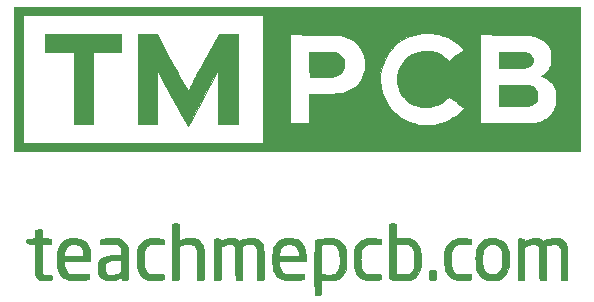
<source format=gbr>
%TF.GenerationSoftware,KiCad,Pcbnew,(6.0.0)*%
%TF.CreationDate,2022-01-31T16:35:22-08:00*%
%TF.ProjectId,PCB-side-brain,5043422d-7369-4646-952d-627261696e2e,rev?*%
%TF.SameCoordinates,Original*%
%TF.FileFunction,Legend,Top*%
%TF.FilePolarity,Positive*%
%FSLAX46Y46*%
G04 Gerber Fmt 4.6, Leading zero omitted, Abs format (unit mm)*
G04 Created by KiCad (PCBNEW (6.0.0)) date 2022-01-31 16:35:22*
%MOMM*%
%LPD*%
G01*
G04 APERTURE LIST*
%ADD10C,0.010000*%
G04 APERTURE END LIST*
D10*
%TO.C,Ref\u002A\u002A*%
X161377554Y-112312423D02*
X161439139Y-112320260D01*
X161439139Y-112320260D02*
X161482489Y-112336193D01*
X161482489Y-112336193D02*
X161509395Y-112354202D01*
X161509395Y-112354202D02*
X161565166Y-112398072D01*
X161565166Y-112398072D02*
X161565166Y-112745786D01*
X161565166Y-112745786D02*
X161564819Y-112891242D01*
X161564819Y-112891242D02*
X161561396Y-112999772D01*
X161561396Y-112999772D02*
X161551326Y-113076780D01*
X161551326Y-113076780D02*
X161531036Y-113127673D01*
X161531036Y-113127673D02*
X161496956Y-113157853D01*
X161496956Y-113157853D02*
X161445513Y-113172725D01*
X161445513Y-113172725D02*
X161373135Y-113177695D01*
X161373135Y-113177695D02*
X161279416Y-113178166D01*
X161279416Y-113178166D02*
X161182039Y-113176979D01*
X161182039Y-113176979D02*
X161117268Y-113172296D01*
X161117268Y-113172296D02*
X161075416Y-113162431D01*
X161075416Y-113162431D02*
X161046794Y-113145700D01*
X161046794Y-113145700D02*
X161036000Y-113135833D01*
X161036000Y-113135833D02*
X161020143Y-113116878D01*
X161020143Y-113116878D02*
X161008820Y-113092193D01*
X161008820Y-113092193D02*
X161001286Y-113054939D01*
X161001286Y-113054939D02*
X160996798Y-112998276D01*
X160996798Y-112998276D02*
X160994610Y-112915363D01*
X160994610Y-112915363D02*
X160993980Y-112799361D01*
X160993980Y-112799361D02*
X160993990Y-112749541D01*
X160993990Y-112749541D02*
X160995017Y-112632051D01*
X160995017Y-112632051D02*
X160997646Y-112528880D01*
X160997646Y-112528880D02*
X161001545Y-112447706D01*
X161001545Y-112447706D02*
X161006383Y-112396206D01*
X161006383Y-112396206D02*
X161009865Y-112382293D01*
X161009865Y-112382293D02*
X161052867Y-112345021D01*
X161052867Y-112345021D02*
X161125358Y-112321749D01*
X161125358Y-112321749D02*
X161232076Y-112311240D01*
X161232076Y-112311240D02*
X161285753Y-112310333D01*
X161285753Y-112310333D02*
X161377554Y-112312423D01*
X161377554Y-112312423D02*
X161377554Y-112312423D01*
G36*
X161377554Y-112312423D02*
G01*
X161439139Y-112320260D01*
X161482489Y-112336193D01*
X161509395Y-112354202D01*
X161565166Y-112398072D01*
X161565166Y-112745786D01*
X161564819Y-112891242D01*
X161561396Y-112999772D01*
X161551326Y-113076780D01*
X161531036Y-113127673D01*
X161496956Y-113157853D01*
X161445513Y-113172725D01*
X161373135Y-113177695D01*
X161279416Y-113178166D01*
X161182039Y-113176979D01*
X161117268Y-113172296D01*
X161075416Y-113162431D01*
X161046794Y-113145700D01*
X161036000Y-113135833D01*
X161020143Y-113116878D01*
X161008820Y-113092193D01*
X161001286Y-113054939D01*
X160996798Y-112998276D01*
X160994610Y-112915363D01*
X160993980Y-112799361D01*
X160993990Y-112749541D01*
X160995017Y-112632051D01*
X160997646Y-112528880D01*
X161001545Y-112447706D01*
X161006383Y-112396206D01*
X161009865Y-112382293D01*
X161052867Y-112345021D01*
X161125358Y-112321749D01*
X161232076Y-112311240D01*
X161285753Y-112310333D01*
X161377554Y-112312423D01*
G37*
X161377554Y-112312423D02*
X161439139Y-112320260D01*
X161482489Y-112336193D01*
X161509395Y-112354202D01*
X161565166Y-112398072D01*
X161565166Y-112745786D01*
X161564819Y-112891242D01*
X161561396Y-112999772D01*
X161551326Y-113076780D01*
X161531036Y-113127673D01*
X161496956Y-113157853D01*
X161445513Y-113172725D01*
X161373135Y-113177695D01*
X161279416Y-113178166D01*
X161182039Y-113176979D01*
X161117268Y-113172296D01*
X161075416Y-113162431D01*
X161046794Y-113145700D01*
X161036000Y-113135833D01*
X161020143Y-113116878D01*
X161008820Y-113092193D01*
X161001286Y-113054939D01*
X160996798Y-112998276D01*
X160994610Y-112915363D01*
X160993980Y-112799361D01*
X160993990Y-112749541D01*
X160995017Y-112632051D01*
X160997646Y-112528880D01*
X161001545Y-112447706D01*
X161006383Y-112396206D01*
X161009865Y-112382293D01*
X161052867Y-112345021D01*
X161125358Y-112321749D01*
X161232076Y-112311240D01*
X161285753Y-112310333D01*
X161377554Y-112312423D01*
X152683626Y-109636916D02*
X152786467Y-109639273D01*
X152786467Y-109639273D02*
X152866390Y-109644536D01*
X152866390Y-109644536D02*
X152933099Y-109653679D01*
X152933099Y-109653679D02*
X152996297Y-109667674D01*
X152996297Y-109667674D02*
X153065686Y-109687497D01*
X153065686Y-109687497D02*
X153070169Y-109688865D01*
X153070169Y-109688865D02*
X153283435Y-109773245D01*
X153283435Y-109773245D02*
X153467703Y-109887280D01*
X153467703Y-109887280D02*
X153623395Y-110031541D01*
X153623395Y-110031541D02*
X153750936Y-110206596D01*
X153750936Y-110206596D02*
X153850749Y-110413016D01*
X153850749Y-110413016D02*
X153923258Y-110651369D01*
X153923258Y-110651369D02*
X153965269Y-110891611D01*
X153965269Y-110891611D02*
X153974856Y-110999276D01*
X153974856Y-110999276D02*
X153981639Y-111137755D01*
X153981639Y-111137755D02*
X153985610Y-111296176D01*
X153985610Y-111296176D02*
X153986761Y-111463670D01*
X153986761Y-111463670D02*
X153985082Y-111629365D01*
X153985082Y-111629365D02*
X153980566Y-111782390D01*
X153980566Y-111782390D02*
X153973203Y-111911874D01*
X153973203Y-111911874D02*
X153966136Y-111984406D01*
X153966136Y-111984406D02*
X153917227Y-112249232D01*
X153917227Y-112249232D02*
X153840911Y-112481854D01*
X153840911Y-112481854D02*
X153737113Y-112682393D01*
X153737113Y-112682393D02*
X153605759Y-112850973D01*
X153605759Y-112850973D02*
X153446774Y-112987717D01*
X153446774Y-112987717D02*
X153302138Y-113073045D01*
X153302138Y-113073045D02*
X153154544Y-113136858D01*
X153154544Y-113136858D02*
X153006299Y-113180851D01*
X153006299Y-113180851D02*
X152845581Y-113207429D01*
X152845581Y-113207429D02*
X152660569Y-113218997D01*
X152660569Y-113218997D02*
X152579916Y-113219958D01*
X152579916Y-113219958D02*
X152445597Y-113217573D01*
X152445597Y-113217573D02*
X152303427Y-113210817D01*
X152303427Y-113210817D02*
X152164382Y-113200584D01*
X152164382Y-113200584D02*
X152039441Y-113187764D01*
X152039441Y-113187764D02*
X151939579Y-113173252D01*
X151939579Y-113173252D02*
X151897989Y-113164538D01*
X151897989Y-113164538D02*
X151849666Y-113152410D01*
X151849666Y-113152410D02*
X151849666Y-113754674D01*
X151849666Y-113754674D02*
X151849983Y-113941371D01*
X151849983Y-113941371D02*
X151849691Y-114090054D01*
X151849691Y-114090054D02*
X151846925Y-114205026D01*
X151846925Y-114205026D02*
X151839819Y-114290590D01*
X151839819Y-114290590D02*
X151826509Y-114351046D01*
X151826509Y-114351046D02*
X151805128Y-114390696D01*
X151805128Y-114390696D02*
X151773812Y-114413843D01*
X151773812Y-114413843D02*
X151730696Y-114424788D01*
X151730696Y-114424788D02*
X151673915Y-114427834D01*
X151673915Y-114427834D02*
X151601602Y-114427281D01*
X151601602Y-114427281D02*
X151558158Y-114427000D01*
X151558158Y-114427000D02*
X151459967Y-114426275D01*
X151459967Y-114426275D02*
X151395152Y-114422965D01*
X151395152Y-114422965D02*
X151354765Y-114415366D01*
X151354765Y-114415366D02*
X151329860Y-114401774D01*
X151329860Y-114401774D02*
X151311487Y-114380485D01*
X151311487Y-114380485D02*
X151311116Y-114379956D01*
X151311116Y-114379956D02*
X151305817Y-114369005D01*
X151305817Y-114369005D02*
X151301112Y-114350580D01*
X151301112Y-114350580D02*
X151296965Y-114322307D01*
X151296965Y-114322307D02*
X151293344Y-114281814D01*
X151293344Y-114281814D02*
X151290214Y-114226727D01*
X151290214Y-114226727D02*
X151287542Y-114154673D01*
X151287542Y-114154673D02*
X151285293Y-114063279D01*
X151285293Y-114063279D02*
X151283434Y-113950172D01*
X151283434Y-113950172D02*
X151281931Y-113812978D01*
X151281931Y-113812978D02*
X151280749Y-113649325D01*
X151280749Y-113649325D02*
X151279855Y-113456838D01*
X151279855Y-113456838D02*
X151279214Y-113233146D01*
X151279214Y-113233146D02*
X151278794Y-112975874D01*
X151278794Y-112975874D02*
X151278559Y-112682649D01*
X151278559Y-112682649D02*
X151278477Y-112351099D01*
X151278477Y-112351099D02*
X151278490Y-112099248D01*
X151278490Y-112099248D02*
X151278679Y-111795067D01*
X151278679Y-111795067D02*
X151279142Y-111502670D01*
X151279142Y-111502670D02*
X151279860Y-111224854D01*
X151279860Y-111224854D02*
X151280812Y-110964416D01*
X151280812Y-110964416D02*
X151281980Y-110724153D01*
X151281980Y-110724153D02*
X151283344Y-110506863D01*
X151283344Y-110506863D02*
X151284884Y-110315341D01*
X151284884Y-110315341D02*
X151286321Y-110177262D01*
X151286321Y-110177262D02*
X151849666Y-110177262D01*
X151849666Y-110177262D02*
X151849666Y-112669360D01*
X151849666Y-112669360D02*
X151897291Y-112681090D01*
X151897291Y-112681090D02*
X151998473Y-112699708D01*
X151998473Y-112699708D02*
X152126611Y-112713922D01*
X152126611Y-112713922D02*
X152271254Y-112723506D01*
X152271254Y-112723506D02*
X152421950Y-112728234D01*
X152421950Y-112728234D02*
X152568248Y-112727880D01*
X152568248Y-112727880D02*
X152699696Y-112722219D01*
X152699696Y-112722219D02*
X152805843Y-112711025D01*
X152805843Y-112711025D02*
X152852385Y-112701730D01*
X152852385Y-112701730D02*
X152997968Y-112648082D01*
X152997968Y-112648082D02*
X153119054Y-112568081D01*
X153119054Y-112568081D02*
X153217072Y-112459434D01*
X153217072Y-112459434D02*
X153293447Y-112319852D01*
X153293447Y-112319852D02*
X153349608Y-112147044D01*
X153349608Y-112147044D02*
X153386980Y-111938719D01*
X153386980Y-111938719D02*
X153398713Y-111824856D01*
X153398713Y-111824856D02*
X153406715Y-111687082D01*
X153406715Y-111687082D02*
X153410253Y-111530528D01*
X153410253Y-111530528D02*
X153409635Y-111364596D01*
X153409635Y-111364596D02*
X153405167Y-111198691D01*
X153405167Y-111198691D02*
X153397157Y-111042214D01*
X153397157Y-111042214D02*
X153385911Y-110904569D01*
X153385911Y-110904569D02*
X153371736Y-110795158D01*
X153371736Y-110795158D02*
X153363786Y-110754583D01*
X153363786Y-110754583D02*
X153305561Y-110566045D01*
X153305561Y-110566045D02*
X153225474Y-110412955D01*
X153225474Y-110412955D02*
X153121712Y-110293476D01*
X153121712Y-110293476D02*
X152992462Y-110205773D01*
X152992462Y-110205773D02*
X152835914Y-110148009D01*
X152835914Y-110148009D02*
X152747203Y-110129839D01*
X152747203Y-110129839D02*
X152664897Y-110120135D01*
X152664897Y-110120135D02*
X152571464Y-110116426D01*
X152571464Y-110116426D02*
X152460121Y-110118953D01*
X152460121Y-110118953D02*
X152324089Y-110127957D01*
X152324089Y-110127957D02*
X152156586Y-110143680D01*
X152156586Y-110143680D02*
X152056041Y-110154454D01*
X152056041Y-110154454D02*
X151849666Y-110177262D01*
X151849666Y-110177262D02*
X151286321Y-110177262D01*
X151286321Y-110177262D02*
X151286580Y-110152386D01*
X151286580Y-110152386D02*
X151288412Y-110020795D01*
X151288412Y-110020795D02*
X151290362Y-109923364D01*
X151290362Y-109923364D02*
X151292409Y-109862890D01*
X151292409Y-109862890D02*
X151294365Y-109842293D01*
X151294365Y-109842293D02*
X151319509Y-109816960D01*
X151319509Y-109816960D02*
X151362551Y-109794497D01*
X151362551Y-109794497D02*
X151430030Y-109772645D01*
X151430030Y-109772645D02*
X151528488Y-109749149D01*
X151528488Y-109749149D02*
X151616833Y-109731008D01*
X151616833Y-109731008D02*
X151814782Y-109694181D01*
X151814782Y-109694181D02*
X151986902Y-109667837D01*
X151986902Y-109667837D02*
X152147969Y-109650476D01*
X152147969Y-109650476D02*
X152312754Y-109640600D01*
X152312754Y-109640600D02*
X152496032Y-109636708D01*
X152496032Y-109636708D02*
X152548166Y-109636492D01*
X152548166Y-109636492D02*
X152683626Y-109636916D01*
X152683626Y-109636916D02*
X152683626Y-109636916D01*
G36*
X151288412Y-110020795D02*
G01*
X151290362Y-109923364D01*
X151292409Y-109862890D01*
X151294365Y-109842293D01*
X151319509Y-109816960D01*
X151362551Y-109794497D01*
X151430030Y-109772645D01*
X151528488Y-109749149D01*
X151616833Y-109731008D01*
X151814782Y-109694181D01*
X151986902Y-109667837D01*
X152147969Y-109650476D01*
X152312754Y-109640600D01*
X152496032Y-109636708D01*
X152548166Y-109636492D01*
X152683626Y-109636916D01*
X152786467Y-109639273D01*
X152866390Y-109644536D01*
X152933099Y-109653679D01*
X152996297Y-109667674D01*
X153065686Y-109687497D01*
X153070169Y-109688865D01*
X153283435Y-109773245D01*
X153467703Y-109887280D01*
X153623395Y-110031541D01*
X153750936Y-110206596D01*
X153850749Y-110413016D01*
X153923258Y-110651369D01*
X153965269Y-110891611D01*
X153974856Y-110999276D01*
X153981639Y-111137755D01*
X153985610Y-111296176D01*
X153986761Y-111463670D01*
X153985082Y-111629365D01*
X153980566Y-111782390D01*
X153973203Y-111911874D01*
X153966136Y-111984406D01*
X153917227Y-112249232D01*
X153840911Y-112481854D01*
X153737113Y-112682393D01*
X153605759Y-112850973D01*
X153446774Y-112987717D01*
X153302138Y-113073045D01*
X153154544Y-113136858D01*
X153006299Y-113180851D01*
X152845581Y-113207429D01*
X152660569Y-113218997D01*
X152579916Y-113219958D01*
X152445597Y-113217573D01*
X152303427Y-113210817D01*
X152164382Y-113200584D01*
X152039441Y-113187764D01*
X151939579Y-113173252D01*
X151897989Y-113164538D01*
X151849666Y-113152410D01*
X151849666Y-113754674D01*
X151849983Y-113941371D01*
X151849691Y-114090054D01*
X151846925Y-114205026D01*
X151839819Y-114290590D01*
X151826509Y-114351046D01*
X151805128Y-114390696D01*
X151773812Y-114413843D01*
X151730696Y-114424788D01*
X151673915Y-114427834D01*
X151601602Y-114427281D01*
X151558158Y-114427000D01*
X151459967Y-114426275D01*
X151395152Y-114422965D01*
X151354765Y-114415366D01*
X151329860Y-114401774D01*
X151311487Y-114380485D01*
X151311116Y-114379956D01*
X151305817Y-114369005D01*
X151301112Y-114350580D01*
X151296965Y-114322307D01*
X151293344Y-114281814D01*
X151290214Y-114226727D01*
X151287542Y-114154673D01*
X151285293Y-114063279D01*
X151283434Y-113950172D01*
X151281931Y-113812978D01*
X151280749Y-113649325D01*
X151279855Y-113456838D01*
X151279214Y-113233146D01*
X151278794Y-112975874D01*
X151278559Y-112682649D01*
X151278556Y-112669360D01*
X151849666Y-112669360D01*
X151897291Y-112681090D01*
X151998473Y-112699708D01*
X152126611Y-112713922D01*
X152271254Y-112723506D01*
X152421950Y-112728234D01*
X152568248Y-112727880D01*
X152699696Y-112722219D01*
X152805843Y-112711025D01*
X152852385Y-112701730D01*
X152997968Y-112648082D01*
X153119054Y-112568081D01*
X153217072Y-112459434D01*
X153293447Y-112319852D01*
X153349608Y-112147044D01*
X153386980Y-111938719D01*
X153398713Y-111824856D01*
X153406715Y-111687082D01*
X153410253Y-111530528D01*
X153409635Y-111364596D01*
X153405167Y-111198691D01*
X153397157Y-111042214D01*
X153385911Y-110904569D01*
X153371736Y-110795158D01*
X153363786Y-110754583D01*
X153305561Y-110566045D01*
X153225474Y-110412955D01*
X153121712Y-110293476D01*
X152992462Y-110205773D01*
X152835914Y-110148009D01*
X152747203Y-110129839D01*
X152664897Y-110120135D01*
X152571464Y-110116426D01*
X152460121Y-110118953D01*
X152324089Y-110127957D01*
X152156586Y-110143680D01*
X152056041Y-110154454D01*
X151849666Y-110177262D01*
X151849666Y-112669360D01*
X151278556Y-112669360D01*
X151278477Y-112351099D01*
X151278490Y-112099248D01*
X151278679Y-111795067D01*
X151279142Y-111502670D01*
X151279860Y-111224854D01*
X151280812Y-110964416D01*
X151281980Y-110724153D01*
X151283344Y-110506863D01*
X151284884Y-110315341D01*
X151286321Y-110177262D01*
X151286580Y-110152386D01*
X151288412Y-110020795D01*
G37*
X151288412Y-110020795D02*
X151290362Y-109923364D01*
X151292409Y-109862890D01*
X151294365Y-109842293D01*
X151319509Y-109816960D01*
X151362551Y-109794497D01*
X151430030Y-109772645D01*
X151528488Y-109749149D01*
X151616833Y-109731008D01*
X151814782Y-109694181D01*
X151986902Y-109667837D01*
X152147969Y-109650476D01*
X152312754Y-109640600D01*
X152496032Y-109636708D01*
X152548166Y-109636492D01*
X152683626Y-109636916D01*
X152786467Y-109639273D01*
X152866390Y-109644536D01*
X152933099Y-109653679D01*
X152996297Y-109667674D01*
X153065686Y-109687497D01*
X153070169Y-109688865D01*
X153283435Y-109773245D01*
X153467703Y-109887280D01*
X153623395Y-110031541D01*
X153750936Y-110206596D01*
X153850749Y-110413016D01*
X153923258Y-110651369D01*
X153965269Y-110891611D01*
X153974856Y-110999276D01*
X153981639Y-111137755D01*
X153985610Y-111296176D01*
X153986761Y-111463670D01*
X153985082Y-111629365D01*
X153980566Y-111782390D01*
X153973203Y-111911874D01*
X153966136Y-111984406D01*
X153917227Y-112249232D01*
X153840911Y-112481854D01*
X153737113Y-112682393D01*
X153605759Y-112850973D01*
X153446774Y-112987717D01*
X153302138Y-113073045D01*
X153154544Y-113136858D01*
X153006299Y-113180851D01*
X152845581Y-113207429D01*
X152660569Y-113218997D01*
X152579916Y-113219958D01*
X152445597Y-113217573D01*
X152303427Y-113210817D01*
X152164382Y-113200584D01*
X152039441Y-113187764D01*
X151939579Y-113173252D01*
X151897989Y-113164538D01*
X151849666Y-113152410D01*
X151849666Y-113754674D01*
X151849983Y-113941371D01*
X151849691Y-114090054D01*
X151846925Y-114205026D01*
X151839819Y-114290590D01*
X151826509Y-114351046D01*
X151805128Y-114390696D01*
X151773812Y-114413843D01*
X151730696Y-114424788D01*
X151673915Y-114427834D01*
X151601602Y-114427281D01*
X151558158Y-114427000D01*
X151459967Y-114426275D01*
X151395152Y-114422965D01*
X151354765Y-114415366D01*
X151329860Y-114401774D01*
X151311487Y-114380485D01*
X151311116Y-114379956D01*
X151305817Y-114369005D01*
X151301112Y-114350580D01*
X151296965Y-114322307D01*
X151293344Y-114281814D01*
X151290214Y-114226727D01*
X151287542Y-114154673D01*
X151285293Y-114063279D01*
X151283434Y-113950172D01*
X151281931Y-113812978D01*
X151280749Y-113649325D01*
X151279855Y-113456838D01*
X151279214Y-113233146D01*
X151278794Y-112975874D01*
X151278559Y-112682649D01*
X151278556Y-112669360D01*
X151849666Y-112669360D01*
X151897291Y-112681090D01*
X151998473Y-112699708D01*
X152126611Y-112713922D01*
X152271254Y-112723506D01*
X152421950Y-112728234D01*
X152568248Y-112727880D01*
X152699696Y-112722219D01*
X152805843Y-112711025D01*
X152852385Y-112701730D01*
X152997968Y-112648082D01*
X153119054Y-112568081D01*
X153217072Y-112459434D01*
X153293447Y-112319852D01*
X153349608Y-112147044D01*
X153386980Y-111938719D01*
X153398713Y-111824856D01*
X153406715Y-111687082D01*
X153410253Y-111530528D01*
X153409635Y-111364596D01*
X153405167Y-111198691D01*
X153397157Y-111042214D01*
X153385911Y-110904569D01*
X153371736Y-110795158D01*
X153363786Y-110754583D01*
X153305561Y-110566045D01*
X153225474Y-110412955D01*
X153121712Y-110293476D01*
X152992462Y-110205773D01*
X152835914Y-110148009D01*
X152747203Y-110129839D01*
X152664897Y-110120135D01*
X152571464Y-110116426D01*
X152460121Y-110118953D01*
X152324089Y-110127957D01*
X152156586Y-110143680D01*
X152056041Y-110154454D01*
X151849666Y-110177262D01*
X151849666Y-112669360D01*
X151278556Y-112669360D01*
X151278477Y-112351099D01*
X151278490Y-112099248D01*
X151278679Y-111795067D01*
X151279142Y-111502670D01*
X151279860Y-111224854D01*
X151280812Y-110964416D01*
X151281980Y-110724153D01*
X151283344Y-110506863D01*
X151284884Y-110315341D01*
X151286321Y-110177262D01*
X151286580Y-110152386D01*
X151288412Y-110020795D01*
X146080161Y-109626560D02*
X146201786Y-109642053D01*
X146201786Y-109642053D02*
X146395626Y-109698374D01*
X146395626Y-109698374D02*
X146562266Y-109786858D01*
X146562266Y-109786858D02*
X146702114Y-109907891D01*
X146702114Y-109907891D02*
X146815577Y-110061861D01*
X146815577Y-110061861D02*
X146903064Y-110249152D01*
X146903064Y-110249152D02*
X146930555Y-110332402D01*
X146930555Y-110332402D02*
X146938315Y-110361744D01*
X146938315Y-110361744D02*
X146944991Y-110395880D01*
X146944991Y-110395880D02*
X146950691Y-110438202D01*
X146950691Y-110438202D02*
X146955521Y-110492100D01*
X146955521Y-110492100D02*
X146959588Y-110560966D01*
X146959588Y-110560966D02*
X146963000Y-110648191D01*
X146963000Y-110648191D02*
X146965863Y-110757166D01*
X146965863Y-110757166D02*
X146968285Y-110891283D01*
X146968285Y-110891283D02*
X146970371Y-111053932D01*
X146970371Y-111053932D02*
X146972230Y-111248504D01*
X146972230Y-111248504D02*
X146973968Y-111478392D01*
X146973968Y-111478392D02*
X146975693Y-111746986D01*
X146975693Y-111746986D02*
X146975815Y-111767198D01*
X146975815Y-111767198D02*
X146977356Y-112037856D01*
X146977356Y-112037856D02*
X146978429Y-112269350D01*
X146978429Y-112269350D02*
X146978974Y-112464847D01*
X146978974Y-112464847D02*
X146978932Y-112627516D01*
X146978932Y-112627516D02*
X146978243Y-112760522D01*
X146978243Y-112760522D02*
X146976848Y-112867034D01*
X146976848Y-112867034D02*
X146974687Y-112950220D01*
X146974687Y-112950220D02*
X146971701Y-113013246D01*
X146971701Y-113013246D02*
X146967830Y-113059279D01*
X146967830Y-113059279D02*
X146963015Y-113091488D01*
X146963015Y-113091488D02*
X146957197Y-113113040D01*
X146957197Y-113113040D02*
X146950316Y-113127102D01*
X146950316Y-113127102D02*
X146950280Y-113127156D01*
X146950280Y-113127156D02*
X146932760Y-113150126D01*
X146932760Y-113150126D02*
X146910544Y-113164919D01*
X146910544Y-113164919D02*
X146874790Y-113173326D01*
X146874790Y-113173326D02*
X146816654Y-113177137D01*
X146816654Y-113177137D02*
X146727292Y-113178143D01*
X146727292Y-113178143D02*
X146698375Y-113178166D01*
X146698375Y-113178166D02*
X146595573Y-113177016D01*
X146595573Y-113177016D02*
X146526503Y-113172717D01*
X146526503Y-113172717D02*
X146482604Y-113163999D01*
X146482604Y-113163999D02*
X146455317Y-113149589D01*
X146455317Y-113149589D02*
X146445960Y-113140669D01*
X146445960Y-113140669D02*
X146438801Y-113129225D01*
X146438801Y-113129225D02*
X146432653Y-113109776D01*
X146432653Y-113109776D02*
X146427415Y-113079131D01*
X146427415Y-113079131D02*
X146422986Y-113034097D01*
X146422986Y-113034097D02*
X146419265Y-112971482D01*
X146419265Y-112971482D02*
X146416151Y-112888095D01*
X146416151Y-112888095D02*
X146413543Y-112780743D01*
X146413543Y-112780743D02*
X146411341Y-112646233D01*
X146411341Y-112646233D02*
X146409443Y-112481375D01*
X146409443Y-112481375D02*
X146407748Y-112282976D01*
X146407748Y-112282976D02*
X146406156Y-112047844D01*
X146406156Y-112047844D02*
X146404961Y-111844211D01*
X146404961Y-111844211D02*
X146403346Y-111576917D01*
X146403346Y-111576917D02*
X146401666Y-111348602D01*
X146401666Y-111348602D02*
X146399816Y-111155909D01*
X146399816Y-111155909D02*
X146397695Y-110995484D01*
X146397695Y-110995484D02*
X146395199Y-110863970D01*
X146395199Y-110863970D02*
X146392226Y-110758013D01*
X146392226Y-110758013D02*
X146388674Y-110674258D01*
X146388674Y-110674258D02*
X146384438Y-110609348D01*
X146384438Y-110609348D02*
X146379418Y-110559930D01*
X146379418Y-110559930D02*
X146373510Y-110522646D01*
X146373510Y-110522646D02*
X146366611Y-110494143D01*
X146366611Y-110494143D02*
X146363315Y-110483753D01*
X146363315Y-110483753D02*
X146298210Y-110347647D01*
X146298210Y-110347647D02*
X146207151Y-110242392D01*
X146207151Y-110242392D02*
X146128148Y-110188179D01*
X146128148Y-110188179D02*
X146040923Y-110158246D01*
X146040923Y-110158246D02*
X145923811Y-110142011D01*
X145923811Y-110142011D02*
X145786927Y-110139317D01*
X145786927Y-110139317D02*
X145640384Y-110150005D01*
X145640384Y-110150005D02*
X145494299Y-110173918D01*
X145494299Y-110173918D02*
X145393833Y-110199612D01*
X145393833Y-110199612D02*
X145278710Y-110234540D01*
X145278710Y-110234540D02*
X145198443Y-110260295D01*
X145198443Y-110260295D02*
X145147479Y-110280326D01*
X145147479Y-110280326D02*
X145120267Y-110298083D01*
X145120267Y-110298083D02*
X145111255Y-110317016D01*
X145111255Y-110317016D02*
X145114890Y-110340575D01*
X145114890Y-110340575D02*
X145123950Y-110367312D01*
X145123950Y-110367312D02*
X145129691Y-110401781D01*
X145129691Y-110401781D02*
X145134863Y-110470889D01*
X145134863Y-110470889D02*
X145139489Y-110575696D01*
X145139489Y-110575696D02*
X145143595Y-110717263D01*
X145143595Y-110717263D02*
X145147203Y-110896648D01*
X145147203Y-110896648D02*
X145150339Y-111114912D01*
X145150339Y-111114912D02*
X145153027Y-111373114D01*
X145153027Y-111373114D02*
X145155291Y-111672314D01*
X145155291Y-111672314D02*
X145155810Y-111756428D01*
X145155810Y-111756428D02*
X145157329Y-112028148D01*
X145157329Y-112028148D02*
X145158389Y-112260693D01*
X145158389Y-112260693D02*
X145158929Y-112457220D01*
X145158929Y-112457220D02*
X145158890Y-112620887D01*
X145158890Y-112620887D02*
X145158214Y-112754851D01*
X145158214Y-112754851D02*
X145156841Y-112862267D01*
X145156841Y-112862267D02*
X145154712Y-112946294D01*
X145154712Y-112946294D02*
X145151767Y-113010088D01*
X145151767Y-113010088D02*
X145147947Y-113056806D01*
X145147947Y-113056806D02*
X145143192Y-113089605D01*
X145143192Y-113089605D02*
X145137445Y-113111642D01*
X145137445Y-113111642D02*
X145130644Y-113126074D01*
X145130644Y-113126074D02*
X145130069Y-113126970D01*
X145130069Y-113126970D02*
X145112942Y-113149604D01*
X145112942Y-113149604D02*
X145091391Y-113164352D01*
X145091391Y-113164352D02*
X145056813Y-113172897D01*
X145056813Y-113172897D02*
X145000607Y-113176921D01*
X145000607Y-113176921D02*
X144914169Y-113178109D01*
X144914169Y-113178109D02*
X144868412Y-113178166D01*
X144868412Y-113178166D02*
X144746323Y-113175595D01*
X144746323Y-113175595D02*
X144662420Y-113168002D01*
X144662420Y-113168002D02*
X144618485Y-113155564D01*
X144618485Y-113155564D02*
X144614900Y-113152766D01*
X144614900Y-113152766D02*
X144609015Y-113136021D01*
X144609015Y-113136021D02*
X144604008Y-113096821D01*
X144604008Y-113096821D02*
X144599823Y-113032696D01*
X144599823Y-113032696D02*
X144596405Y-112941176D01*
X144596405Y-112941176D02*
X144593701Y-112819790D01*
X144593701Y-112819790D02*
X144591657Y-112666069D01*
X144591657Y-112666069D02*
X144590217Y-112477543D01*
X144590217Y-112477543D02*
X144589327Y-112251742D01*
X144589327Y-112251742D02*
X144588933Y-111986195D01*
X144588933Y-111986195D02*
X144588926Y-111972725D01*
X144588926Y-111972725D02*
X144588495Y-111679318D01*
X144588495Y-111679318D02*
X144587405Y-111425040D01*
X144587405Y-111425040D02*
X144585491Y-111206688D01*
X144585491Y-111206688D02*
X144582591Y-111021062D01*
X144582591Y-111021062D02*
X144578540Y-110864958D01*
X144578540Y-110864958D02*
X144573174Y-110735176D01*
X144573174Y-110735176D02*
X144566329Y-110628514D01*
X144566329Y-110628514D02*
X144557842Y-110541769D01*
X144557842Y-110541769D02*
X144547548Y-110471740D01*
X144547548Y-110471740D02*
X144535284Y-110415225D01*
X144535284Y-110415225D02*
X144520886Y-110369022D01*
X144520886Y-110369022D02*
X144504922Y-110331433D01*
X144504922Y-110331433D02*
X144456325Y-110251104D01*
X144456325Y-110251104D02*
X144396378Y-110195710D01*
X144396378Y-110195710D02*
X144317301Y-110161590D01*
X144317301Y-110161590D02*
X144211318Y-110145085D01*
X144211318Y-110145085D02*
X144102666Y-110142098D01*
X144102666Y-110142098D02*
X143994959Y-110145946D01*
X143994959Y-110145946D02*
X143897946Y-110157773D01*
X143897946Y-110157773D02*
X143801050Y-110180344D01*
X143801050Y-110180344D02*
X143693695Y-110216425D01*
X143693695Y-110216425D02*
X143565305Y-110268784D01*
X143565305Y-110268784D02*
X143487548Y-110302991D01*
X143487548Y-110302991D02*
X143340666Y-110368667D01*
X143340666Y-110368667D02*
X143340666Y-111726374D01*
X143340666Y-111726374D02*
X143340572Y-112002934D01*
X143340572Y-112002934D02*
X143340243Y-112240236D01*
X143340243Y-112240236D02*
X143339606Y-112441354D01*
X143339606Y-112441354D02*
X143338590Y-112609364D01*
X143338590Y-112609364D02*
X143337121Y-112747340D01*
X143337121Y-112747340D02*
X143335129Y-112858358D01*
X143335129Y-112858358D02*
X143332540Y-112945492D01*
X143332540Y-112945492D02*
X143329283Y-113011816D01*
X143329283Y-113011816D02*
X143325286Y-113060406D01*
X143325286Y-113060406D02*
X143320476Y-113094337D01*
X143320476Y-113094337D02*
X143314782Y-113116684D01*
X143314782Y-113116684D02*
X143308130Y-113130520D01*
X143308130Y-113130520D02*
X143307716Y-113131123D01*
X143307716Y-113131123D02*
X143290081Y-113151972D01*
X143290081Y-113151972D02*
X143266474Y-113165560D01*
X143266474Y-113165560D02*
X143228330Y-113173425D01*
X143228330Y-113173425D02*
X143167081Y-113177106D01*
X143167081Y-113177106D02*
X143074161Y-113178141D01*
X143074161Y-113178141D02*
X143045724Y-113178166D01*
X143045724Y-113178166D02*
X142939574Y-113177023D01*
X142939574Y-113177023D02*
X142867811Y-113172880D01*
X142867811Y-113172880D02*
X142822531Y-113164665D01*
X142822531Y-113164665D02*
X142795831Y-113151305D01*
X142795831Y-113151305D02*
X142787633Y-113143163D01*
X142787633Y-113143163D02*
X142782208Y-113130679D01*
X142782208Y-113130679D02*
X142777475Y-113105453D01*
X142777475Y-113105453D02*
X142773391Y-113064908D01*
X142773391Y-113064908D02*
X142769911Y-113006470D01*
X142769911Y-113006470D02*
X142766992Y-112927563D01*
X142766992Y-112927563D02*
X142764590Y-112825611D01*
X142764590Y-112825611D02*
X142762663Y-112698040D01*
X142762663Y-112698040D02*
X142761165Y-112542275D01*
X142761165Y-112542275D02*
X142760055Y-112355738D01*
X142760055Y-112355738D02*
X142759287Y-112135857D01*
X142759287Y-112135857D02*
X142758819Y-111880054D01*
X142758819Y-111880054D02*
X142758607Y-111585755D01*
X142758607Y-111585755D02*
X142758583Y-111426793D01*
X142758583Y-111426793D02*
X142758583Y-109745426D01*
X142758583Y-109745426D02*
X142808553Y-109704963D01*
X142808553Y-109704963D02*
X142841653Y-109684570D01*
X142841653Y-109684570D02*
X142886151Y-109672199D01*
X142886151Y-109672199D02*
X142952420Y-109666095D01*
X142952420Y-109666095D02*
X143047640Y-109664500D01*
X143047640Y-109664500D02*
X143139976Y-109665519D01*
X143139976Y-109665519D02*
X143200715Y-109670119D01*
X143200715Y-109670119D02*
X143240572Y-109680607D01*
X143240572Y-109680607D02*
X143270264Y-109699294D01*
X143270264Y-109699294D02*
X143288712Y-109716454D01*
X143288712Y-109716454D02*
X143330796Y-109781367D01*
X143330796Y-109781367D02*
X143340666Y-109831528D01*
X143340666Y-109831528D02*
X143340666Y-109894648D01*
X143340666Y-109894648D02*
X143537572Y-109801373D01*
X143537572Y-109801373D02*
X143691046Y-109732905D01*
X143691046Y-109732905D02*
X143823566Y-109685076D01*
X143823566Y-109685076D02*
X143949121Y-109654627D01*
X143949121Y-109654627D02*
X144081699Y-109638299D01*
X144081699Y-109638299D02*
X144235291Y-109632834D01*
X144235291Y-109632834D02*
X144261416Y-109632750D01*
X144261416Y-109632750D02*
X144373512Y-109633606D01*
X144373512Y-109633606D02*
X144454297Y-109637262D01*
X144454297Y-109637262D02*
X144514781Y-109645351D01*
X144514781Y-109645351D02*
X144565969Y-109659503D01*
X144565969Y-109659503D02*
X144618869Y-109681351D01*
X144618869Y-109681351D02*
X144632799Y-109687806D01*
X144632799Y-109687806D02*
X144711725Y-109730013D01*
X144711725Y-109730013D02*
X144787102Y-109778667D01*
X144787102Y-109778667D02*
X144823299Y-109806801D01*
X144823299Y-109806801D02*
X144896416Y-109870739D01*
X144896416Y-109870739D02*
X145053820Y-109807733D01*
X145053820Y-109807733D02*
X145259247Y-109736310D01*
X145259247Y-109736310D02*
X145474092Y-109681110D01*
X145474092Y-109681110D02*
X145688857Y-109643505D01*
X145688857Y-109643505D02*
X145894045Y-109624865D01*
X145894045Y-109624865D02*
X146080161Y-109626560D01*
X146080161Y-109626560D02*
X146080161Y-109626560D01*
G36*
X146080161Y-109626560D02*
G01*
X146201786Y-109642053D01*
X146395626Y-109698374D01*
X146562266Y-109786858D01*
X146702114Y-109907891D01*
X146815577Y-110061861D01*
X146903064Y-110249152D01*
X146930555Y-110332402D01*
X146938315Y-110361744D01*
X146944991Y-110395880D01*
X146950691Y-110438202D01*
X146955521Y-110492100D01*
X146959588Y-110560966D01*
X146963000Y-110648191D01*
X146965863Y-110757166D01*
X146968285Y-110891283D01*
X146970371Y-111053932D01*
X146972230Y-111248504D01*
X146973968Y-111478392D01*
X146975693Y-111746986D01*
X146975815Y-111767198D01*
X146977356Y-112037856D01*
X146978429Y-112269350D01*
X146978974Y-112464847D01*
X146978932Y-112627516D01*
X146978243Y-112760522D01*
X146976848Y-112867034D01*
X146974687Y-112950220D01*
X146971701Y-113013246D01*
X146967830Y-113059279D01*
X146963015Y-113091488D01*
X146957197Y-113113040D01*
X146950316Y-113127102D01*
X146950280Y-113127156D01*
X146932760Y-113150126D01*
X146910544Y-113164919D01*
X146874790Y-113173326D01*
X146816654Y-113177137D01*
X146727292Y-113178143D01*
X146698375Y-113178166D01*
X146595573Y-113177016D01*
X146526503Y-113172717D01*
X146482604Y-113163999D01*
X146455317Y-113149589D01*
X146445960Y-113140669D01*
X146438801Y-113129225D01*
X146432653Y-113109776D01*
X146427415Y-113079131D01*
X146422986Y-113034097D01*
X146419265Y-112971482D01*
X146416151Y-112888095D01*
X146413543Y-112780743D01*
X146411341Y-112646233D01*
X146409443Y-112481375D01*
X146407748Y-112282976D01*
X146406156Y-112047844D01*
X146404961Y-111844211D01*
X146403346Y-111576917D01*
X146401666Y-111348602D01*
X146399816Y-111155909D01*
X146397695Y-110995484D01*
X146395199Y-110863970D01*
X146392226Y-110758013D01*
X146388674Y-110674258D01*
X146384438Y-110609348D01*
X146379418Y-110559930D01*
X146373510Y-110522646D01*
X146366611Y-110494143D01*
X146363315Y-110483753D01*
X146298210Y-110347647D01*
X146207151Y-110242392D01*
X146128148Y-110188179D01*
X146040923Y-110158246D01*
X145923811Y-110142011D01*
X145786927Y-110139317D01*
X145640384Y-110150005D01*
X145494299Y-110173918D01*
X145393833Y-110199612D01*
X145278710Y-110234540D01*
X145198443Y-110260295D01*
X145147479Y-110280326D01*
X145120267Y-110298083D01*
X145111255Y-110317016D01*
X145114890Y-110340575D01*
X145123950Y-110367312D01*
X145129691Y-110401781D01*
X145134863Y-110470889D01*
X145139489Y-110575696D01*
X145143595Y-110717263D01*
X145147203Y-110896648D01*
X145150339Y-111114912D01*
X145153027Y-111373114D01*
X145155291Y-111672314D01*
X145155810Y-111756428D01*
X145157329Y-112028148D01*
X145158389Y-112260693D01*
X145158929Y-112457220D01*
X145158890Y-112620887D01*
X145158214Y-112754851D01*
X145156841Y-112862267D01*
X145154712Y-112946294D01*
X145151767Y-113010088D01*
X145147947Y-113056806D01*
X145143192Y-113089605D01*
X145137445Y-113111642D01*
X145130644Y-113126074D01*
X145130069Y-113126970D01*
X145112942Y-113149604D01*
X145091391Y-113164352D01*
X145056813Y-113172897D01*
X145000607Y-113176921D01*
X144914169Y-113178109D01*
X144868412Y-113178166D01*
X144746323Y-113175595D01*
X144662420Y-113168002D01*
X144618485Y-113155564D01*
X144614900Y-113152766D01*
X144609015Y-113136021D01*
X144604008Y-113096821D01*
X144599823Y-113032696D01*
X144596405Y-112941176D01*
X144593701Y-112819790D01*
X144591657Y-112666069D01*
X144590217Y-112477543D01*
X144589327Y-112251742D01*
X144588933Y-111986195D01*
X144588926Y-111972725D01*
X144588495Y-111679318D01*
X144587405Y-111425040D01*
X144585491Y-111206688D01*
X144582591Y-111021062D01*
X144578540Y-110864958D01*
X144573174Y-110735176D01*
X144566329Y-110628514D01*
X144557842Y-110541769D01*
X144547548Y-110471740D01*
X144535284Y-110415225D01*
X144520886Y-110369022D01*
X144504922Y-110331433D01*
X144456325Y-110251104D01*
X144396378Y-110195710D01*
X144317301Y-110161590D01*
X144211318Y-110145085D01*
X144102666Y-110142098D01*
X143994959Y-110145946D01*
X143897946Y-110157773D01*
X143801050Y-110180344D01*
X143693695Y-110216425D01*
X143565305Y-110268784D01*
X143487548Y-110302991D01*
X143340666Y-110368667D01*
X143340666Y-111726374D01*
X143340572Y-112002934D01*
X143340243Y-112240236D01*
X143339606Y-112441354D01*
X143338590Y-112609364D01*
X143337121Y-112747340D01*
X143335129Y-112858358D01*
X143332540Y-112945492D01*
X143329283Y-113011816D01*
X143325286Y-113060406D01*
X143320476Y-113094337D01*
X143314782Y-113116684D01*
X143308130Y-113130520D01*
X143307716Y-113131123D01*
X143290081Y-113151972D01*
X143266474Y-113165560D01*
X143228330Y-113173425D01*
X143167081Y-113177106D01*
X143074161Y-113178141D01*
X143045724Y-113178166D01*
X142939574Y-113177023D01*
X142867811Y-113172880D01*
X142822531Y-113164665D01*
X142795831Y-113151305D01*
X142787633Y-113143163D01*
X142782208Y-113130679D01*
X142777475Y-113105453D01*
X142773391Y-113064908D01*
X142769911Y-113006470D01*
X142766992Y-112927563D01*
X142764590Y-112825611D01*
X142762663Y-112698040D01*
X142761165Y-112542275D01*
X142760055Y-112355738D01*
X142759287Y-112135857D01*
X142758819Y-111880054D01*
X142758607Y-111585755D01*
X142758583Y-111426793D01*
X142758583Y-109745426D01*
X142808553Y-109704963D01*
X142841653Y-109684570D01*
X142886151Y-109672199D01*
X142952420Y-109666095D01*
X143047640Y-109664500D01*
X143139976Y-109665519D01*
X143200715Y-109670119D01*
X143240572Y-109680607D01*
X143270264Y-109699294D01*
X143288712Y-109716454D01*
X143330796Y-109781367D01*
X143340666Y-109831528D01*
X143340666Y-109894648D01*
X143537572Y-109801373D01*
X143691046Y-109732905D01*
X143823566Y-109685076D01*
X143949121Y-109654627D01*
X144081699Y-109638299D01*
X144235291Y-109632834D01*
X144261416Y-109632750D01*
X144373512Y-109633606D01*
X144454297Y-109637262D01*
X144514781Y-109645351D01*
X144565969Y-109659503D01*
X144618869Y-109681351D01*
X144632799Y-109687806D01*
X144711725Y-109730013D01*
X144787102Y-109778667D01*
X144823299Y-109806801D01*
X144896416Y-109870739D01*
X145053820Y-109807733D01*
X145259247Y-109736310D01*
X145474092Y-109681110D01*
X145688857Y-109643505D01*
X145894045Y-109624865D01*
X146080161Y-109626560D01*
G37*
X146080161Y-109626560D02*
X146201786Y-109642053D01*
X146395626Y-109698374D01*
X146562266Y-109786858D01*
X146702114Y-109907891D01*
X146815577Y-110061861D01*
X146903064Y-110249152D01*
X146930555Y-110332402D01*
X146938315Y-110361744D01*
X146944991Y-110395880D01*
X146950691Y-110438202D01*
X146955521Y-110492100D01*
X146959588Y-110560966D01*
X146963000Y-110648191D01*
X146965863Y-110757166D01*
X146968285Y-110891283D01*
X146970371Y-111053932D01*
X146972230Y-111248504D01*
X146973968Y-111478392D01*
X146975693Y-111746986D01*
X146975815Y-111767198D01*
X146977356Y-112037856D01*
X146978429Y-112269350D01*
X146978974Y-112464847D01*
X146978932Y-112627516D01*
X146978243Y-112760522D01*
X146976848Y-112867034D01*
X146974687Y-112950220D01*
X146971701Y-113013246D01*
X146967830Y-113059279D01*
X146963015Y-113091488D01*
X146957197Y-113113040D01*
X146950316Y-113127102D01*
X146950280Y-113127156D01*
X146932760Y-113150126D01*
X146910544Y-113164919D01*
X146874790Y-113173326D01*
X146816654Y-113177137D01*
X146727292Y-113178143D01*
X146698375Y-113178166D01*
X146595573Y-113177016D01*
X146526503Y-113172717D01*
X146482604Y-113163999D01*
X146455317Y-113149589D01*
X146445960Y-113140669D01*
X146438801Y-113129225D01*
X146432653Y-113109776D01*
X146427415Y-113079131D01*
X146422986Y-113034097D01*
X146419265Y-112971482D01*
X146416151Y-112888095D01*
X146413543Y-112780743D01*
X146411341Y-112646233D01*
X146409443Y-112481375D01*
X146407748Y-112282976D01*
X146406156Y-112047844D01*
X146404961Y-111844211D01*
X146403346Y-111576917D01*
X146401666Y-111348602D01*
X146399816Y-111155909D01*
X146397695Y-110995484D01*
X146395199Y-110863970D01*
X146392226Y-110758013D01*
X146388674Y-110674258D01*
X146384438Y-110609348D01*
X146379418Y-110559930D01*
X146373510Y-110522646D01*
X146366611Y-110494143D01*
X146363315Y-110483753D01*
X146298210Y-110347647D01*
X146207151Y-110242392D01*
X146128148Y-110188179D01*
X146040923Y-110158246D01*
X145923811Y-110142011D01*
X145786927Y-110139317D01*
X145640384Y-110150005D01*
X145494299Y-110173918D01*
X145393833Y-110199612D01*
X145278710Y-110234540D01*
X145198443Y-110260295D01*
X145147479Y-110280326D01*
X145120267Y-110298083D01*
X145111255Y-110317016D01*
X145114890Y-110340575D01*
X145123950Y-110367312D01*
X145129691Y-110401781D01*
X145134863Y-110470889D01*
X145139489Y-110575696D01*
X145143595Y-110717263D01*
X145147203Y-110896648D01*
X145150339Y-111114912D01*
X145153027Y-111373114D01*
X145155291Y-111672314D01*
X145155810Y-111756428D01*
X145157329Y-112028148D01*
X145158389Y-112260693D01*
X145158929Y-112457220D01*
X145158890Y-112620887D01*
X145158214Y-112754851D01*
X145156841Y-112862267D01*
X145154712Y-112946294D01*
X145151767Y-113010088D01*
X145147947Y-113056806D01*
X145143192Y-113089605D01*
X145137445Y-113111642D01*
X145130644Y-113126074D01*
X145130069Y-113126970D01*
X145112942Y-113149604D01*
X145091391Y-113164352D01*
X145056813Y-113172897D01*
X145000607Y-113176921D01*
X144914169Y-113178109D01*
X144868412Y-113178166D01*
X144746323Y-113175595D01*
X144662420Y-113168002D01*
X144618485Y-113155564D01*
X144614900Y-113152766D01*
X144609015Y-113136021D01*
X144604008Y-113096821D01*
X144599823Y-113032696D01*
X144596405Y-112941176D01*
X144593701Y-112819790D01*
X144591657Y-112666069D01*
X144590217Y-112477543D01*
X144589327Y-112251742D01*
X144588933Y-111986195D01*
X144588926Y-111972725D01*
X144588495Y-111679318D01*
X144587405Y-111425040D01*
X144585491Y-111206688D01*
X144582591Y-111021062D01*
X144578540Y-110864958D01*
X144573174Y-110735176D01*
X144566329Y-110628514D01*
X144557842Y-110541769D01*
X144547548Y-110471740D01*
X144535284Y-110415225D01*
X144520886Y-110369022D01*
X144504922Y-110331433D01*
X144456325Y-110251104D01*
X144396378Y-110195710D01*
X144317301Y-110161590D01*
X144211318Y-110145085D01*
X144102666Y-110142098D01*
X143994959Y-110145946D01*
X143897946Y-110157773D01*
X143801050Y-110180344D01*
X143693695Y-110216425D01*
X143565305Y-110268784D01*
X143487548Y-110302991D01*
X143340666Y-110368667D01*
X143340666Y-111726374D01*
X143340572Y-112002934D01*
X143340243Y-112240236D01*
X143339606Y-112441354D01*
X143338590Y-112609364D01*
X143337121Y-112747340D01*
X143335129Y-112858358D01*
X143332540Y-112945492D01*
X143329283Y-113011816D01*
X143325286Y-113060406D01*
X143320476Y-113094337D01*
X143314782Y-113116684D01*
X143308130Y-113130520D01*
X143307716Y-113131123D01*
X143290081Y-113151972D01*
X143266474Y-113165560D01*
X143228330Y-113173425D01*
X143167081Y-113177106D01*
X143074161Y-113178141D01*
X143045724Y-113178166D01*
X142939574Y-113177023D01*
X142867811Y-113172880D01*
X142822531Y-113164665D01*
X142795831Y-113151305D01*
X142787633Y-113143163D01*
X142782208Y-113130679D01*
X142777475Y-113105453D01*
X142773391Y-113064908D01*
X142769911Y-113006470D01*
X142766992Y-112927563D01*
X142764590Y-112825611D01*
X142762663Y-112698040D01*
X142761165Y-112542275D01*
X142760055Y-112355738D01*
X142759287Y-112135857D01*
X142758819Y-111880054D01*
X142758607Y-111585755D01*
X142758583Y-111426793D01*
X142758583Y-109745426D01*
X142808553Y-109704963D01*
X142841653Y-109684570D01*
X142886151Y-109672199D01*
X142952420Y-109666095D01*
X143047640Y-109664500D01*
X143139976Y-109665519D01*
X143200715Y-109670119D01*
X143240572Y-109680607D01*
X143270264Y-109699294D01*
X143288712Y-109716454D01*
X143330796Y-109781367D01*
X143340666Y-109831528D01*
X143340666Y-109894648D01*
X143537572Y-109801373D01*
X143691046Y-109732905D01*
X143823566Y-109685076D01*
X143949121Y-109654627D01*
X144081699Y-109638299D01*
X144235291Y-109632834D01*
X144261416Y-109632750D01*
X144373512Y-109633606D01*
X144454297Y-109637262D01*
X144514781Y-109645351D01*
X144565969Y-109659503D01*
X144618869Y-109681351D01*
X144632799Y-109687806D01*
X144711725Y-109730013D01*
X144787102Y-109778667D01*
X144823299Y-109806801D01*
X144896416Y-109870739D01*
X145053820Y-109807733D01*
X145259247Y-109736310D01*
X145474092Y-109681110D01*
X145688857Y-109643505D01*
X145894045Y-109624865D01*
X146080161Y-109626560D01*
X131095532Y-109632803D02*
X131327407Y-109673036D01*
X131327407Y-109673036D02*
X131541218Y-109745353D01*
X131541218Y-109745353D02*
X131733753Y-109848387D01*
X131733753Y-109848387D02*
X131901802Y-109980776D01*
X131901802Y-109980776D02*
X132042152Y-110141155D01*
X132042152Y-110141155D02*
X132145087Y-110314403D01*
X132145087Y-110314403D02*
X132199005Y-110438507D01*
X132199005Y-110438507D02*
X132239942Y-110563196D01*
X132239942Y-110563196D02*
X132269701Y-110697655D01*
X132269701Y-110697655D02*
X132290083Y-110851067D01*
X132290083Y-110851067D02*
X132302890Y-111032616D01*
X132302890Y-111032616D02*
X132307124Y-111140209D01*
X132307124Y-111140209D02*
X132310902Y-111276052D01*
X132310902Y-111276052D02*
X132312190Y-111376331D01*
X132312190Y-111376331D02*
X132310608Y-111447762D01*
X132310608Y-111447762D02*
X132305774Y-111497060D01*
X132305774Y-111497060D02*
X132297311Y-111530942D01*
X132297311Y-111530942D02*
X132284836Y-111556123D01*
X132284836Y-111556123D02*
X132283466Y-111558250D01*
X132283466Y-111558250D02*
X132248357Y-111611833D01*
X132248357Y-111611833D02*
X130069166Y-111611833D01*
X130069166Y-111611833D02*
X130069534Y-111775875D01*
X130069534Y-111775875D02*
X130084728Y-111994537D01*
X130084728Y-111994537D02*
X130128536Y-112187963D01*
X130128536Y-112187963D02*
X130199839Y-112354031D01*
X130199839Y-112354031D02*
X130297522Y-112490619D01*
X130297522Y-112490619D02*
X130420470Y-112595606D01*
X130420470Y-112595606D02*
X130531145Y-112653370D01*
X130531145Y-112653370D02*
X130572614Y-112669182D01*
X130572614Y-112669182D02*
X130612748Y-112681138D01*
X130612748Y-112681138D02*
X130658124Y-112689774D01*
X130658124Y-112689774D02*
X130715321Y-112695624D01*
X130715321Y-112695624D02*
X130790916Y-112699224D01*
X130790916Y-112699224D02*
X130891487Y-112701110D01*
X130891487Y-112701110D02*
X131023612Y-112701816D01*
X131023612Y-112701816D02*
X131127500Y-112701896D01*
X131127500Y-112701896D02*
X131286397Y-112700475D01*
X131286397Y-112700475D02*
X131450494Y-112696525D01*
X131450494Y-112696525D02*
X131608348Y-112690495D01*
X131608348Y-112690495D02*
X131748516Y-112682837D01*
X131748516Y-112682837D02*
X131859555Y-112673999D01*
X131859555Y-112673999D02*
X131873288Y-112672567D01*
X131873288Y-112672567D02*
X131998471Y-112659477D01*
X131998471Y-112659477D02*
X132087636Y-112654239D01*
X132087636Y-112654239D02*
X132146892Y-112660531D01*
X132146892Y-112660531D02*
X132182347Y-112682026D01*
X132182347Y-112682026D02*
X132200111Y-112722402D01*
X132200111Y-112722402D02*
X132206292Y-112785332D01*
X132206292Y-112785332D02*
X132207000Y-112873353D01*
X132207000Y-112873353D02*
X132205946Y-112961468D01*
X132205946Y-112961468D02*
X132201236Y-113017348D01*
X132201236Y-113017348D02*
X132190547Y-113051070D01*
X132190547Y-113051070D02*
X132171556Y-113072710D01*
X132171556Y-113072710D02*
X132158984Y-113081651D01*
X132158984Y-113081651D02*
X132099641Y-113106767D01*
X132099641Y-113106767D02*
X132004527Y-113130357D01*
X132004527Y-113130357D02*
X131880190Y-113151989D01*
X131880190Y-113151989D02*
X131733178Y-113171229D01*
X131733178Y-113171229D02*
X131570040Y-113187645D01*
X131570040Y-113187645D02*
X131397324Y-113200804D01*
X131397324Y-113200804D02*
X131221578Y-113210272D01*
X131221578Y-113210272D02*
X131049351Y-113215617D01*
X131049351Y-113215617D02*
X130887189Y-113216406D01*
X130887189Y-113216406D02*
X130741642Y-113212206D01*
X130741642Y-113212206D02*
X130619259Y-113202583D01*
X130619259Y-113202583D02*
X130534833Y-113189043D01*
X130534833Y-113189043D02*
X130298816Y-113117872D01*
X130298816Y-113117872D02*
X130093334Y-113017425D01*
X130093334Y-113017425D02*
X129918237Y-112887590D01*
X129918237Y-112887590D02*
X129773374Y-112728257D01*
X129773374Y-112728257D02*
X129658595Y-112539313D01*
X129658595Y-112539313D02*
X129657936Y-112537965D01*
X129657936Y-112537965D02*
X129596647Y-112393022D01*
X129596647Y-112393022D02*
X129548921Y-112234578D01*
X129548921Y-112234578D02*
X129514069Y-112057528D01*
X129514069Y-112057528D02*
X129491402Y-111856770D01*
X129491402Y-111856770D02*
X129480229Y-111627197D01*
X129480229Y-111627197D02*
X129479861Y-111363706D01*
X129479861Y-111363706D02*
X129482783Y-111241059D01*
X129482783Y-111241059D02*
X129491035Y-111041721D01*
X129491035Y-111041721D02*
X129491685Y-111033135D01*
X129491685Y-111033135D02*
X130069166Y-111033135D01*
X130069166Y-111033135D02*
X130069166Y-111167333D01*
X130069166Y-111167333D02*
X131720166Y-111167333D01*
X131720166Y-111167333D02*
X131719799Y-111024458D01*
X131719799Y-111024458D02*
X131705722Y-110829641D01*
X131705722Y-110829641D02*
X131666037Y-110650786D01*
X131666037Y-110650786D02*
X131603013Y-110494338D01*
X131603013Y-110494338D02*
X131518919Y-110366742D01*
X131518919Y-110366742D02*
X131470580Y-110316588D01*
X131470580Y-110316588D02*
X131364249Y-110238526D01*
X131364249Y-110238526D02*
X131242347Y-110185375D01*
X131242347Y-110185375D02*
X131097341Y-110154799D01*
X131097341Y-110154799D02*
X130921698Y-110144459D01*
X130921698Y-110144459D02*
X130915833Y-110144437D01*
X130915833Y-110144437D02*
X130761126Y-110149879D01*
X130761126Y-110149879D02*
X130635344Y-110169141D01*
X130635344Y-110169141D02*
X130526437Y-110205394D01*
X130526437Y-110205394D02*
X130422358Y-110261808D01*
X130422358Y-110261808D02*
X130391113Y-110282562D01*
X130391113Y-110282562D02*
X130290640Y-110374970D01*
X130290640Y-110374970D02*
X130204795Y-110500056D01*
X130204795Y-110500056D02*
X130137082Y-110649651D01*
X130137082Y-110649651D02*
X130091003Y-110815585D01*
X130091003Y-110815585D02*
X130070063Y-110989690D01*
X130070063Y-110989690D02*
X130069166Y-111033135D01*
X130069166Y-111033135D02*
X129491685Y-111033135D01*
X129491685Y-111033135D02*
X129503545Y-110876477D01*
X129503545Y-110876477D02*
X129521752Y-110737181D01*
X129521752Y-110737181D02*
X129547097Y-110615686D01*
X129547097Y-110615686D02*
X129581021Y-110503846D01*
X129581021Y-110503846D02*
X129624964Y-110393516D01*
X129624964Y-110393516D02*
X129637646Y-110365299D01*
X129637646Y-110365299D02*
X129730765Y-110190946D01*
X129730765Y-110190946D02*
X129838591Y-110047427D01*
X129838591Y-110047427D02*
X129969796Y-109923676D01*
X129969796Y-109923676D02*
X130005666Y-109895734D01*
X130005666Y-109895734D02*
X130169122Y-109791043D01*
X130169122Y-109791043D02*
X130347597Y-109714319D01*
X130347597Y-109714319D02*
X130551719Y-109661169D01*
X130551719Y-109661169D02*
X130590437Y-109654039D01*
X130590437Y-109654039D02*
X130848805Y-109626016D01*
X130848805Y-109626016D02*
X131095532Y-109632803D01*
X131095532Y-109632803D02*
X131095532Y-109632803D01*
G36*
X129521752Y-110737181D02*
G01*
X129547097Y-110615686D01*
X129581021Y-110503846D01*
X129624964Y-110393516D01*
X129637646Y-110365299D01*
X129730765Y-110190946D01*
X129838591Y-110047427D01*
X129969796Y-109923676D01*
X130005666Y-109895734D01*
X130169122Y-109791043D01*
X130347597Y-109714319D01*
X130551719Y-109661169D01*
X130590437Y-109654039D01*
X130848805Y-109626016D01*
X131095532Y-109632803D01*
X131327407Y-109673036D01*
X131541218Y-109745353D01*
X131733753Y-109848387D01*
X131901802Y-109980776D01*
X132042152Y-110141155D01*
X132145087Y-110314403D01*
X132199005Y-110438507D01*
X132239942Y-110563196D01*
X132269701Y-110697655D01*
X132290083Y-110851067D01*
X132302890Y-111032616D01*
X132307124Y-111140209D01*
X132310902Y-111276052D01*
X132312190Y-111376331D01*
X132310608Y-111447762D01*
X132305774Y-111497060D01*
X132297311Y-111530942D01*
X132284836Y-111556123D01*
X132283466Y-111558250D01*
X132248357Y-111611833D01*
X130069166Y-111611833D01*
X130069534Y-111775875D01*
X130084728Y-111994537D01*
X130128536Y-112187963D01*
X130199839Y-112354031D01*
X130297522Y-112490619D01*
X130420470Y-112595606D01*
X130531145Y-112653370D01*
X130572614Y-112669182D01*
X130612748Y-112681138D01*
X130658124Y-112689774D01*
X130715321Y-112695624D01*
X130790916Y-112699224D01*
X130891487Y-112701110D01*
X131023612Y-112701816D01*
X131127500Y-112701896D01*
X131286397Y-112700475D01*
X131450494Y-112696525D01*
X131608348Y-112690495D01*
X131748516Y-112682837D01*
X131859555Y-112673999D01*
X131873288Y-112672567D01*
X131998471Y-112659477D01*
X132087636Y-112654239D01*
X132146892Y-112660531D01*
X132182347Y-112682026D01*
X132200111Y-112722402D01*
X132206292Y-112785332D01*
X132207000Y-112873353D01*
X132205946Y-112961468D01*
X132201236Y-113017348D01*
X132190547Y-113051070D01*
X132171556Y-113072710D01*
X132158984Y-113081651D01*
X132099641Y-113106767D01*
X132004527Y-113130357D01*
X131880190Y-113151989D01*
X131733178Y-113171229D01*
X131570040Y-113187645D01*
X131397324Y-113200804D01*
X131221578Y-113210272D01*
X131049351Y-113215617D01*
X130887189Y-113216406D01*
X130741642Y-113212206D01*
X130619259Y-113202583D01*
X130534833Y-113189043D01*
X130298816Y-113117872D01*
X130093334Y-113017425D01*
X129918237Y-112887590D01*
X129773374Y-112728257D01*
X129658595Y-112539313D01*
X129657936Y-112537965D01*
X129596647Y-112393022D01*
X129548921Y-112234578D01*
X129514069Y-112057528D01*
X129491402Y-111856770D01*
X129480229Y-111627197D01*
X129479861Y-111363706D01*
X129482783Y-111241059D01*
X129485835Y-111167333D01*
X130069166Y-111167333D01*
X131720166Y-111167333D01*
X131719799Y-111024458D01*
X131705722Y-110829641D01*
X131666037Y-110650786D01*
X131603013Y-110494338D01*
X131518919Y-110366742D01*
X131470580Y-110316588D01*
X131364249Y-110238526D01*
X131242347Y-110185375D01*
X131097341Y-110154799D01*
X130921698Y-110144459D01*
X130915833Y-110144437D01*
X130761126Y-110149879D01*
X130635344Y-110169141D01*
X130526437Y-110205394D01*
X130422358Y-110261808D01*
X130391113Y-110282562D01*
X130290640Y-110374970D01*
X130204795Y-110500056D01*
X130137082Y-110649651D01*
X130091003Y-110815585D01*
X130070063Y-110989690D01*
X130069166Y-111033135D01*
X130069166Y-111167333D01*
X129485835Y-111167333D01*
X129491035Y-111041721D01*
X129491685Y-111033135D01*
X129503545Y-110876477D01*
X129521752Y-110737181D01*
G37*
X129521752Y-110737181D02*
X129547097Y-110615686D01*
X129581021Y-110503846D01*
X129624964Y-110393516D01*
X129637646Y-110365299D01*
X129730765Y-110190946D01*
X129838591Y-110047427D01*
X129969796Y-109923676D01*
X130005666Y-109895734D01*
X130169122Y-109791043D01*
X130347597Y-109714319D01*
X130551719Y-109661169D01*
X130590437Y-109654039D01*
X130848805Y-109626016D01*
X131095532Y-109632803D01*
X131327407Y-109673036D01*
X131541218Y-109745353D01*
X131733753Y-109848387D01*
X131901802Y-109980776D01*
X132042152Y-110141155D01*
X132145087Y-110314403D01*
X132199005Y-110438507D01*
X132239942Y-110563196D01*
X132269701Y-110697655D01*
X132290083Y-110851067D01*
X132302890Y-111032616D01*
X132307124Y-111140209D01*
X132310902Y-111276052D01*
X132312190Y-111376331D01*
X132310608Y-111447762D01*
X132305774Y-111497060D01*
X132297311Y-111530942D01*
X132284836Y-111556123D01*
X132283466Y-111558250D01*
X132248357Y-111611833D01*
X130069166Y-111611833D01*
X130069534Y-111775875D01*
X130084728Y-111994537D01*
X130128536Y-112187963D01*
X130199839Y-112354031D01*
X130297522Y-112490619D01*
X130420470Y-112595606D01*
X130531145Y-112653370D01*
X130572614Y-112669182D01*
X130612748Y-112681138D01*
X130658124Y-112689774D01*
X130715321Y-112695624D01*
X130790916Y-112699224D01*
X130891487Y-112701110D01*
X131023612Y-112701816D01*
X131127500Y-112701896D01*
X131286397Y-112700475D01*
X131450494Y-112696525D01*
X131608348Y-112690495D01*
X131748516Y-112682837D01*
X131859555Y-112673999D01*
X131873288Y-112672567D01*
X131998471Y-112659477D01*
X132087636Y-112654239D01*
X132146892Y-112660531D01*
X132182347Y-112682026D01*
X132200111Y-112722402D01*
X132206292Y-112785332D01*
X132207000Y-112873353D01*
X132205946Y-112961468D01*
X132201236Y-113017348D01*
X132190547Y-113051070D01*
X132171556Y-113072710D01*
X132158984Y-113081651D01*
X132099641Y-113106767D01*
X132004527Y-113130357D01*
X131880190Y-113151989D01*
X131733178Y-113171229D01*
X131570040Y-113187645D01*
X131397324Y-113200804D01*
X131221578Y-113210272D01*
X131049351Y-113215617D01*
X130887189Y-113216406D01*
X130741642Y-113212206D01*
X130619259Y-113202583D01*
X130534833Y-113189043D01*
X130298816Y-113117872D01*
X130093334Y-113017425D01*
X129918237Y-112887590D01*
X129773374Y-112728257D01*
X129658595Y-112539313D01*
X129657936Y-112537965D01*
X129596647Y-112393022D01*
X129548921Y-112234578D01*
X129514069Y-112057528D01*
X129491402Y-111856770D01*
X129480229Y-111627197D01*
X129479861Y-111363706D01*
X129482783Y-111241059D01*
X129485835Y-111167333D01*
X130069166Y-111167333D01*
X131720166Y-111167333D01*
X131719799Y-111024458D01*
X131705722Y-110829641D01*
X131666037Y-110650786D01*
X131603013Y-110494338D01*
X131518919Y-110366742D01*
X131470580Y-110316588D01*
X131364249Y-110238526D01*
X131242347Y-110185375D01*
X131097341Y-110154799D01*
X130921698Y-110144459D01*
X130915833Y-110144437D01*
X130761126Y-110149879D01*
X130635344Y-110169141D01*
X130526437Y-110205394D01*
X130422358Y-110261808D01*
X130391113Y-110282562D01*
X130290640Y-110374970D01*
X130204795Y-110500056D01*
X130137082Y-110649651D01*
X130091003Y-110815585D01*
X130070063Y-110989690D01*
X130069166Y-111033135D01*
X130069166Y-111167333D01*
X129485835Y-111167333D01*
X129491035Y-111041721D01*
X129491685Y-111033135D01*
X129503545Y-110876477D01*
X129521752Y-110737181D01*
X156117049Y-109635090D02*
X156283588Y-109641114D01*
X156283588Y-109641114D02*
X156444800Y-109652397D01*
X156444800Y-109652397D02*
X156591819Y-109668596D01*
X156591819Y-109668596D02*
X156715777Y-109689368D01*
X156715777Y-109689368D02*
X156807804Y-109714371D01*
X156807804Y-109714371D02*
X156818541Y-109718562D01*
X156818541Y-109718562D02*
X156887333Y-109747006D01*
X156887333Y-109747006D02*
X156887333Y-109935994D01*
X156887333Y-109935994D02*
X156885194Y-110036972D01*
X156885194Y-110036972D02*
X156878099Y-110102813D01*
X156878099Y-110102813D02*
X156865032Y-110140530D01*
X156865032Y-110140530D02*
X156856190Y-110150829D01*
X156856190Y-110150829D02*
X156836631Y-110159280D01*
X156836631Y-110159280D02*
X156799215Y-110164290D01*
X156799215Y-110164290D02*
X156739082Y-110165848D01*
X156739082Y-110165848D02*
X156651375Y-110163941D01*
X156651375Y-110163941D02*
X156531233Y-110158557D01*
X156531233Y-110158557D02*
X156373798Y-110149684D01*
X156373798Y-110149684D02*
X156372491Y-110149606D01*
X156372491Y-110149606D02*
X156219134Y-110140762D01*
X156219134Y-110140762D02*
X156100776Y-110135028D01*
X156100776Y-110135028D02*
X156010186Y-110132512D01*
X156010186Y-110132512D02*
X155940138Y-110133322D01*
X155940138Y-110133322D02*
X155883402Y-110137565D01*
X155883402Y-110137565D02*
X155832749Y-110145348D01*
X155832749Y-110145348D02*
X155780951Y-110156779D01*
X155780951Y-110156779D02*
X155773926Y-110158497D01*
X155773926Y-110158497D02*
X155609221Y-110217833D01*
X155609221Y-110217833D02*
X155473037Y-110308082D01*
X155473037Y-110308082D02*
X155364011Y-110430174D01*
X155364011Y-110430174D02*
X155354399Y-110444398D01*
X155354399Y-110444398D02*
X155297858Y-110542237D01*
X155297858Y-110542237D02*
X155255100Y-110646892D01*
X155255100Y-110646892D02*
X155222850Y-110769003D01*
X155222850Y-110769003D02*
X155197835Y-110919206D01*
X155197835Y-110919206D02*
X155190624Y-110976627D01*
X155190624Y-110976627D02*
X155181541Y-111087063D01*
X155181541Y-111087063D02*
X155176502Y-111222606D01*
X155176502Y-111222606D02*
X155175237Y-111374387D01*
X155175237Y-111374387D02*
X155177474Y-111533539D01*
X155177474Y-111533539D02*
X155182942Y-111691193D01*
X155182942Y-111691193D02*
X155191372Y-111838481D01*
X155191372Y-111838481D02*
X155202493Y-111966535D01*
X155202493Y-111966535D02*
X155216033Y-112066487D01*
X155216033Y-112066487D02*
X155225198Y-112109250D01*
X155225198Y-112109250D02*
X155289238Y-112293090D01*
X155289238Y-112293090D02*
X155373846Y-112441502D01*
X155373846Y-112441502D02*
X155480868Y-112557026D01*
X155480868Y-112557026D02*
X155612149Y-112642203D01*
X155612149Y-112642203D02*
X155612586Y-112642418D01*
X155612586Y-112642418D02*
X155666975Y-112667437D01*
X155666975Y-112667437D02*
X155716977Y-112684703D01*
X155716977Y-112684703D02*
X155772955Y-112695971D01*
X155772955Y-112695971D02*
X155845269Y-112702996D01*
X155845269Y-112702996D02*
X155944280Y-112707534D01*
X155944280Y-112707534D02*
X156008269Y-112709453D01*
X156008269Y-112709453D02*
X156145672Y-112710368D01*
X156145672Y-112710368D02*
X156300008Y-112706889D01*
X156300008Y-112706889D02*
X156449536Y-112699702D01*
X156449536Y-112699702D02*
X156542278Y-112692592D01*
X156542278Y-112692592D02*
X156669933Y-112681190D01*
X156669933Y-112681190D02*
X156761439Y-112677213D01*
X156761439Y-112677213D02*
X156822813Y-112684335D01*
X156822813Y-112684335D02*
X156860072Y-112706229D01*
X156860072Y-112706229D02*
X156879234Y-112746570D01*
X156879234Y-112746570D02*
X156886315Y-112809031D01*
X156886315Y-112809031D02*
X156887333Y-112897285D01*
X156887333Y-112897285D02*
X156887333Y-112903256D01*
X156887333Y-112903256D02*
X156886423Y-112994753D01*
X156886423Y-112994753D02*
X156882307Y-113053551D01*
X156882307Y-113053551D02*
X156872903Y-113089271D01*
X156872903Y-113089271D02*
X156856132Y-113111533D01*
X156856132Y-113111533D02*
X156839635Y-113123776D01*
X156839635Y-113123776D02*
X156782634Y-113146906D01*
X156782634Y-113146906D02*
X156690862Y-113167395D01*
X156690862Y-113167395D02*
X156571826Y-113184852D01*
X156571826Y-113184852D02*
X156433028Y-113198885D01*
X156433028Y-113198885D02*
X156281972Y-113209103D01*
X156281972Y-113209103D02*
X156126163Y-113215114D01*
X156126163Y-113215114D02*
X155973106Y-113216526D01*
X155973106Y-113216526D02*
X155830303Y-113212948D01*
X155830303Y-113212948D02*
X155705258Y-113203988D01*
X155705258Y-113203988D02*
X155605477Y-113189254D01*
X155605477Y-113189254D02*
X155601468Y-113188398D01*
X155601468Y-113188398D02*
X155408533Y-113125918D01*
X155408533Y-113125918D02*
X155224303Y-113027066D01*
X155224303Y-113027066D02*
X155056305Y-112897786D01*
X155056305Y-112897786D02*
X154912064Y-112744022D01*
X154912064Y-112744022D02*
X154799107Y-112571721D01*
X154799107Y-112571721D02*
X154784604Y-112543166D01*
X154784604Y-112543166D02*
X154738069Y-112444295D01*
X154738069Y-112444295D02*
X154700785Y-112354430D01*
X154700785Y-112354430D02*
X154671733Y-112267082D01*
X154671733Y-112267082D02*
X154649893Y-112175762D01*
X154649893Y-112175762D02*
X154634243Y-112073980D01*
X154634243Y-112073980D02*
X154623763Y-111955249D01*
X154623763Y-111955249D02*
X154617433Y-111813077D01*
X154617433Y-111813077D02*
X154614233Y-111640978D01*
X154614233Y-111640978D02*
X154613181Y-111453083D01*
X154613181Y-111453083D02*
X154613159Y-111270072D01*
X154613159Y-111270072D02*
X154614164Y-111123256D01*
X154614164Y-111123256D02*
X154616502Y-111006501D01*
X154616502Y-111006501D02*
X154620477Y-110913674D01*
X154620477Y-110913674D02*
X154626397Y-110838641D01*
X154626397Y-110838641D02*
X154634565Y-110775271D01*
X154634565Y-110775271D02*
X154645288Y-110717429D01*
X154645288Y-110717429D02*
X154651141Y-110691083D01*
X154651141Y-110691083D02*
X154725989Y-110444250D01*
X154725989Y-110444250D02*
X154828793Y-110229053D01*
X154828793Y-110229053D02*
X154959432Y-110045627D01*
X154959432Y-110045627D02*
X155117785Y-109894103D01*
X155117785Y-109894103D02*
X155303734Y-109774614D01*
X155303734Y-109774614D02*
X155517158Y-109687293D01*
X155517158Y-109687293D02*
X155575000Y-109670449D01*
X155575000Y-109670449D02*
X155674160Y-109652004D01*
X155674160Y-109652004D02*
X155803467Y-109640192D01*
X155803467Y-109640192D02*
X155954053Y-109634668D01*
X155954053Y-109634668D02*
X156117049Y-109635090D01*
X156117049Y-109635090D02*
X156117049Y-109635090D01*
G36*
X156117049Y-109635090D02*
G01*
X156283588Y-109641114D01*
X156444800Y-109652397D01*
X156591819Y-109668596D01*
X156715777Y-109689368D01*
X156807804Y-109714371D01*
X156818541Y-109718562D01*
X156887333Y-109747006D01*
X156887333Y-109935994D01*
X156885194Y-110036972D01*
X156878099Y-110102813D01*
X156865032Y-110140530D01*
X156856190Y-110150829D01*
X156836631Y-110159280D01*
X156799215Y-110164290D01*
X156739082Y-110165848D01*
X156651375Y-110163941D01*
X156531233Y-110158557D01*
X156373798Y-110149684D01*
X156372491Y-110149606D01*
X156219134Y-110140762D01*
X156100776Y-110135028D01*
X156010186Y-110132512D01*
X155940138Y-110133322D01*
X155883402Y-110137565D01*
X155832749Y-110145348D01*
X155780951Y-110156779D01*
X155773926Y-110158497D01*
X155609221Y-110217833D01*
X155473037Y-110308082D01*
X155364011Y-110430174D01*
X155354399Y-110444398D01*
X155297858Y-110542237D01*
X155255100Y-110646892D01*
X155222850Y-110769003D01*
X155197835Y-110919206D01*
X155190624Y-110976627D01*
X155181541Y-111087063D01*
X155176502Y-111222606D01*
X155175237Y-111374387D01*
X155177474Y-111533539D01*
X155182942Y-111691193D01*
X155191372Y-111838481D01*
X155202493Y-111966535D01*
X155216033Y-112066487D01*
X155225198Y-112109250D01*
X155289238Y-112293090D01*
X155373846Y-112441502D01*
X155480868Y-112557026D01*
X155612149Y-112642203D01*
X155612586Y-112642418D01*
X155666975Y-112667437D01*
X155716977Y-112684703D01*
X155772955Y-112695971D01*
X155845269Y-112702996D01*
X155944280Y-112707534D01*
X156008269Y-112709453D01*
X156145672Y-112710368D01*
X156300008Y-112706889D01*
X156449536Y-112699702D01*
X156542278Y-112692592D01*
X156669933Y-112681190D01*
X156761439Y-112677213D01*
X156822813Y-112684335D01*
X156860072Y-112706229D01*
X156879234Y-112746570D01*
X156886315Y-112809031D01*
X156887333Y-112897285D01*
X156887333Y-112903256D01*
X156886423Y-112994753D01*
X156882307Y-113053551D01*
X156872903Y-113089271D01*
X156856132Y-113111533D01*
X156839635Y-113123776D01*
X156782634Y-113146906D01*
X156690862Y-113167395D01*
X156571826Y-113184852D01*
X156433028Y-113198885D01*
X156281972Y-113209103D01*
X156126163Y-113215114D01*
X155973106Y-113216526D01*
X155830303Y-113212948D01*
X155705258Y-113203988D01*
X155605477Y-113189254D01*
X155601468Y-113188398D01*
X155408533Y-113125918D01*
X155224303Y-113027066D01*
X155056305Y-112897786D01*
X154912064Y-112744022D01*
X154799107Y-112571721D01*
X154784604Y-112543166D01*
X154738069Y-112444295D01*
X154700785Y-112354430D01*
X154671733Y-112267082D01*
X154649893Y-112175762D01*
X154634243Y-112073980D01*
X154623763Y-111955249D01*
X154617433Y-111813077D01*
X154614233Y-111640978D01*
X154613181Y-111453083D01*
X154613159Y-111270072D01*
X154614164Y-111123256D01*
X154616502Y-111006501D01*
X154620477Y-110913674D01*
X154626397Y-110838641D01*
X154634565Y-110775271D01*
X154645288Y-110717429D01*
X154651141Y-110691083D01*
X154725989Y-110444250D01*
X154828793Y-110229053D01*
X154959432Y-110045627D01*
X155117785Y-109894103D01*
X155303734Y-109774614D01*
X155517158Y-109687293D01*
X155575000Y-109670449D01*
X155674160Y-109652004D01*
X155803467Y-109640192D01*
X155954053Y-109634668D01*
X156117049Y-109635090D01*
G37*
X156117049Y-109635090D02*
X156283588Y-109641114D01*
X156444800Y-109652397D01*
X156591819Y-109668596D01*
X156715777Y-109689368D01*
X156807804Y-109714371D01*
X156818541Y-109718562D01*
X156887333Y-109747006D01*
X156887333Y-109935994D01*
X156885194Y-110036972D01*
X156878099Y-110102813D01*
X156865032Y-110140530D01*
X156856190Y-110150829D01*
X156836631Y-110159280D01*
X156799215Y-110164290D01*
X156739082Y-110165848D01*
X156651375Y-110163941D01*
X156531233Y-110158557D01*
X156373798Y-110149684D01*
X156372491Y-110149606D01*
X156219134Y-110140762D01*
X156100776Y-110135028D01*
X156010186Y-110132512D01*
X155940138Y-110133322D01*
X155883402Y-110137565D01*
X155832749Y-110145348D01*
X155780951Y-110156779D01*
X155773926Y-110158497D01*
X155609221Y-110217833D01*
X155473037Y-110308082D01*
X155364011Y-110430174D01*
X155354399Y-110444398D01*
X155297858Y-110542237D01*
X155255100Y-110646892D01*
X155222850Y-110769003D01*
X155197835Y-110919206D01*
X155190624Y-110976627D01*
X155181541Y-111087063D01*
X155176502Y-111222606D01*
X155175237Y-111374387D01*
X155177474Y-111533539D01*
X155182942Y-111691193D01*
X155191372Y-111838481D01*
X155202493Y-111966535D01*
X155216033Y-112066487D01*
X155225198Y-112109250D01*
X155289238Y-112293090D01*
X155373846Y-112441502D01*
X155480868Y-112557026D01*
X155612149Y-112642203D01*
X155612586Y-112642418D01*
X155666975Y-112667437D01*
X155716977Y-112684703D01*
X155772955Y-112695971D01*
X155845269Y-112702996D01*
X155944280Y-112707534D01*
X156008269Y-112709453D01*
X156145672Y-112710368D01*
X156300008Y-112706889D01*
X156449536Y-112699702D01*
X156542278Y-112692592D01*
X156669933Y-112681190D01*
X156761439Y-112677213D01*
X156822813Y-112684335D01*
X156860072Y-112706229D01*
X156879234Y-112746570D01*
X156886315Y-112809031D01*
X156887333Y-112897285D01*
X156887333Y-112903256D01*
X156886423Y-112994753D01*
X156882307Y-113053551D01*
X156872903Y-113089271D01*
X156856132Y-113111533D01*
X156839635Y-113123776D01*
X156782634Y-113146906D01*
X156690862Y-113167395D01*
X156571826Y-113184852D01*
X156433028Y-113198885D01*
X156281972Y-113209103D01*
X156126163Y-113215114D01*
X155973106Y-113216526D01*
X155830303Y-113212948D01*
X155705258Y-113203988D01*
X155605477Y-113189254D01*
X155601468Y-113188398D01*
X155408533Y-113125918D01*
X155224303Y-113027066D01*
X155056305Y-112897786D01*
X154912064Y-112744022D01*
X154799107Y-112571721D01*
X154784604Y-112543166D01*
X154738069Y-112444295D01*
X154700785Y-112354430D01*
X154671733Y-112267082D01*
X154649893Y-112175762D01*
X154634243Y-112073980D01*
X154623763Y-111955249D01*
X154617433Y-111813077D01*
X154614233Y-111640978D01*
X154613181Y-111453083D01*
X154613159Y-111270072D01*
X154614164Y-111123256D01*
X154616502Y-111006501D01*
X154620477Y-110913674D01*
X154626397Y-110838641D01*
X154634565Y-110775271D01*
X154645288Y-110717429D01*
X154651141Y-110691083D01*
X154725989Y-110444250D01*
X154828793Y-110229053D01*
X154959432Y-110045627D01*
X155117785Y-109894103D01*
X155303734Y-109774614D01*
X155517158Y-109687293D01*
X155575000Y-109670449D01*
X155674160Y-109652004D01*
X155803467Y-109640192D01*
X155954053Y-109634668D01*
X156117049Y-109635090D01*
X173736000Y-102298500D02*
X125857000Y-102298500D01*
X125857000Y-102298500D02*
X125857000Y-90783833D01*
X125857000Y-90783833D02*
X126576666Y-90783833D01*
X126576666Y-90783833D02*
X126576666Y-101578833D01*
X126576666Y-101578833D02*
X146896666Y-101578833D01*
X146896666Y-101578833D02*
X146896666Y-99927833D01*
X146896666Y-99927833D02*
X149225000Y-99927833D01*
X149225000Y-99927833D02*
X150854833Y-99927833D01*
X150854833Y-99927833D02*
X150854833Y-97411752D01*
X150854833Y-97411752D02*
X152087791Y-97402935D01*
X152087791Y-97402935D02*
X152359232Y-97400934D01*
X152359232Y-97400934D02*
X152592399Y-97398902D01*
X152592399Y-97398902D02*
X152791353Y-97396536D01*
X152791353Y-97396536D02*
X152960153Y-97393530D01*
X152960153Y-97393530D02*
X153102858Y-97389583D01*
X153102858Y-97389583D02*
X153223528Y-97384389D01*
X153223528Y-97384389D02*
X153326221Y-97377644D01*
X153326221Y-97377644D02*
X153414998Y-97369044D01*
X153414998Y-97369044D02*
X153493917Y-97358286D01*
X153493917Y-97358286D02*
X153567039Y-97345064D01*
X153567039Y-97345064D02*
X153638422Y-97329076D01*
X153638422Y-97329076D02*
X153712127Y-97310018D01*
X153712127Y-97310018D02*
X153792211Y-97287584D01*
X153792211Y-97287584D02*
X153849916Y-97270960D01*
X153849916Y-97270960D02*
X154031072Y-97209401D01*
X154031072Y-97209401D02*
X154221968Y-97128649D01*
X154221968Y-97128649D02*
X154405254Y-97036703D01*
X154405254Y-97036703D02*
X154561595Y-96942891D01*
X154561595Y-96942891D02*
X154675005Y-96856674D01*
X154675005Y-96856674D02*
X154799759Y-96744733D01*
X154799759Y-96744733D02*
X154926058Y-96617358D01*
X154926058Y-96617358D02*
X155044106Y-96484841D01*
X155044106Y-96484841D02*
X155144104Y-96357471D01*
X155144104Y-96357471D02*
X155202299Y-96269946D01*
X155202299Y-96269946D02*
X155305824Y-96070590D01*
X155305824Y-96070590D02*
X156846857Y-96070590D01*
X156846857Y-96070590D02*
X156849591Y-96273709D01*
X156849591Y-96273709D02*
X156859548Y-96478723D01*
X156859548Y-96478723D02*
X156876244Y-96672452D01*
X156876244Y-96672452D02*
X156899193Y-96841716D01*
X156899193Y-96841716D02*
X156907916Y-96889258D01*
X156907916Y-96889258D02*
X157007645Y-97286428D01*
X157007645Y-97286428D02*
X157144159Y-97664753D01*
X157144159Y-97664753D02*
X157315494Y-98022432D01*
X157315494Y-98022432D02*
X157519686Y-98357667D01*
X157519686Y-98357667D02*
X157754771Y-98668657D01*
X157754771Y-98668657D02*
X158018783Y-98953601D01*
X158018783Y-98953601D02*
X158309758Y-99210699D01*
X158309758Y-99210699D02*
X158625732Y-99438152D01*
X158625732Y-99438152D02*
X158964741Y-99634159D01*
X158964741Y-99634159D02*
X159324819Y-99796920D01*
X159324819Y-99796920D02*
X159704002Y-99924635D01*
X159704002Y-99924635D02*
X160100326Y-100015503D01*
X160100326Y-100015503D02*
X160360933Y-100053363D01*
X160360933Y-100053363D02*
X160498404Y-100063581D01*
X160498404Y-100063581D02*
X160665674Y-100067642D01*
X160665674Y-100067642D02*
X160850722Y-100065952D01*
X160850722Y-100065952D02*
X161041528Y-100058919D01*
X161041528Y-100058919D02*
X161226070Y-100046950D01*
X161226070Y-100046950D02*
X161392326Y-100030453D01*
X161392326Y-100030453D02*
X161501666Y-100014690D01*
X161501666Y-100014690D02*
X161886473Y-99927833D01*
X161886473Y-99927833D02*
X165311666Y-99927833D01*
X165311666Y-99927833D02*
X167307685Y-99927833D01*
X167307685Y-99927833D02*
X167652165Y-99927583D01*
X167652165Y-99927583D02*
X167976891Y-99926849D01*
X167976891Y-99926849D02*
X168279413Y-99925656D01*
X168279413Y-99925656D02*
X168557279Y-99924027D01*
X168557279Y-99924027D02*
X168808037Y-99921986D01*
X168808037Y-99921986D02*
X169029238Y-99919558D01*
X169029238Y-99919558D02*
X169218429Y-99916765D01*
X169218429Y-99916765D02*
X169373159Y-99913633D01*
X169373159Y-99913633D02*
X169490976Y-99910184D01*
X169490976Y-99910184D02*
X169569430Y-99906444D01*
X169569430Y-99906444D02*
X169580735Y-99905618D01*
X169580735Y-99905618D02*
X169942593Y-99862262D01*
X169942593Y-99862262D02*
X170271206Y-99792806D01*
X170271206Y-99792806D02*
X170566769Y-99697109D01*
X170566769Y-99697109D02*
X170829480Y-99575029D01*
X170829480Y-99575029D02*
X171059536Y-99426422D01*
X171059536Y-99426422D02*
X171257132Y-99251146D01*
X171257132Y-99251146D02*
X171422465Y-99049058D01*
X171422465Y-99049058D02*
X171555733Y-98820017D01*
X171555733Y-98820017D02*
X171657131Y-98563880D01*
X171657131Y-98563880D02*
X171710707Y-98361712D01*
X171710707Y-98361712D02*
X171727455Y-98275754D01*
X171727455Y-98275754D02*
X171739494Y-98190116D01*
X171739494Y-98190116D02*
X171747513Y-98095295D01*
X171747513Y-98095295D02*
X171752201Y-97981790D01*
X171752201Y-97981790D02*
X171754248Y-97840100D01*
X171754248Y-97840100D02*
X171754496Y-97758250D01*
X171754496Y-97758250D02*
X171754211Y-97615191D01*
X171754211Y-97615191D02*
X171752638Y-97505907D01*
X171752638Y-97505907D02*
X171748946Y-97421840D01*
X171748946Y-97421840D02*
X171742307Y-97354433D01*
X171742307Y-97354433D02*
X171731888Y-97295129D01*
X171731888Y-97295129D02*
X171716861Y-97235372D01*
X171716861Y-97235372D02*
X171697406Y-97169888D01*
X171697406Y-97169888D02*
X171608667Y-96930223D01*
X171608667Y-96930223D02*
X171498014Y-96712422D01*
X171498014Y-96712422D02*
X171443268Y-96625833D01*
X171443268Y-96625833D02*
X171373169Y-96534277D01*
X171373169Y-96534277D02*
X171280677Y-96429884D01*
X171280677Y-96429884D02*
X171176804Y-96323767D01*
X171176804Y-96323767D02*
X171072559Y-96227040D01*
X171072559Y-96227040D02*
X170978953Y-96150817D01*
X170978953Y-96150817D02*
X170957685Y-96135707D01*
X170957685Y-96135707D02*
X170885364Y-96089894D01*
X170885364Y-96089894D02*
X170799333Y-96040702D01*
X170799333Y-96040702D02*
X170709149Y-95992959D01*
X170709149Y-95992959D02*
X170624372Y-95951494D01*
X170624372Y-95951494D02*
X170554558Y-95921138D01*
X170554558Y-95921138D02*
X170509267Y-95906720D01*
X170509267Y-95906720D02*
X170503388Y-95906166D01*
X170503388Y-95906166D02*
X170478030Y-95898971D01*
X170478030Y-95898971D02*
X170490739Y-95877103D01*
X170490739Y-95877103D02*
X170541940Y-95840137D01*
X170541940Y-95840137D02*
X170609254Y-95800333D01*
X170609254Y-95800333D02*
X170708615Y-95733240D01*
X170708615Y-95733240D02*
X170819209Y-95640504D01*
X170819209Y-95640504D02*
X170930354Y-95532705D01*
X170930354Y-95532705D02*
X171031372Y-95420419D01*
X171031372Y-95420419D02*
X171111583Y-95314226D01*
X171111583Y-95314226D02*
X171130876Y-95283657D01*
X171130876Y-95283657D02*
X171174194Y-95202677D01*
X171174194Y-95202677D02*
X171221496Y-95101715D01*
X171221496Y-95101715D02*
X171263394Y-95000955D01*
X171263394Y-95000955D02*
X171267956Y-94988919D01*
X171267956Y-94988919D02*
X171290164Y-94928417D01*
X171290164Y-94928417D02*
X171306578Y-94877467D01*
X171306578Y-94877467D02*
X171318055Y-94828178D01*
X171318055Y-94828178D02*
X171325455Y-94772658D01*
X171325455Y-94772658D02*
X171329633Y-94703015D01*
X171329633Y-94703015D02*
X171331448Y-94611358D01*
X171331448Y-94611358D02*
X171331756Y-94489795D01*
X171331756Y-94489795D02*
X171331585Y-94403333D01*
X171331585Y-94403333D02*
X171330651Y-94252878D01*
X171330651Y-94252878D02*
X171328212Y-94136376D01*
X171328212Y-94136376D02*
X171323581Y-94045454D01*
X171323581Y-94045454D02*
X171316074Y-93971739D01*
X171316074Y-93971739D02*
X171305008Y-93906858D01*
X171305008Y-93906858D02*
X171289696Y-93842439D01*
X171289696Y-93842439D02*
X171283979Y-93821250D01*
X171283979Y-93821250D02*
X171191939Y-93560144D01*
X171191939Y-93560144D02*
X171066851Y-93325481D01*
X171066851Y-93325481D02*
X170908708Y-93117253D01*
X170908708Y-93117253D02*
X170717503Y-92935453D01*
X170717503Y-92935453D02*
X170493229Y-92780077D01*
X170493229Y-92780077D02*
X170235879Y-92651116D01*
X170235879Y-92651116D02*
X169945446Y-92548565D01*
X169945446Y-92548565D02*
X169878026Y-92529790D01*
X169878026Y-92529790D02*
X169803523Y-92510005D01*
X169803523Y-92510005D02*
X169735607Y-92492485D01*
X169735607Y-92492485D02*
X169671327Y-92477080D01*
X169671327Y-92477080D02*
X169607732Y-92463642D01*
X169607732Y-92463642D02*
X169541869Y-92452020D01*
X169541869Y-92452020D02*
X169470789Y-92442065D01*
X169470789Y-92442065D02*
X169391539Y-92433626D01*
X169391539Y-92433626D02*
X169301169Y-92426555D01*
X169301169Y-92426555D02*
X169196727Y-92420701D01*
X169196727Y-92420701D02*
X169075261Y-92415916D01*
X169075261Y-92415916D02*
X168933822Y-92412048D01*
X168933822Y-92412048D02*
X168769456Y-92408949D01*
X168769456Y-92408949D02*
X168579214Y-92406469D01*
X168579214Y-92406469D02*
X168360144Y-92404457D01*
X168360144Y-92404457D02*
X168109294Y-92402766D01*
X168109294Y-92402766D02*
X167823714Y-92401243D01*
X167823714Y-92401243D02*
X167500451Y-92399741D01*
X167500451Y-92399741D02*
X167296041Y-92398827D01*
X167296041Y-92398827D02*
X165311666Y-92389951D01*
X165311666Y-92389951D02*
X165311666Y-99927833D01*
X165311666Y-99927833D02*
X161886473Y-99927833D01*
X161886473Y-99927833D02*
X161902356Y-99924248D01*
X161902356Y-99924248D02*
X162292995Y-99793797D01*
X162292995Y-99793797D02*
X162669086Y-99625275D01*
X162669086Y-99625275D02*
X163026129Y-99420622D01*
X163026129Y-99420622D02*
X163266540Y-99253745D01*
X163266540Y-99253745D02*
X163339329Y-99196164D01*
X163339329Y-99196164D02*
X163424995Y-99123613D01*
X163424995Y-99123613D02*
X163518164Y-99041192D01*
X163518164Y-99041192D02*
X163613462Y-98954001D01*
X163613462Y-98954001D02*
X163705515Y-98867140D01*
X163705515Y-98867140D02*
X163788950Y-98785707D01*
X163788950Y-98785707D02*
X163858392Y-98714803D01*
X163858392Y-98714803D02*
X163908468Y-98659528D01*
X163908468Y-98659528D02*
X163933803Y-98624981D01*
X163933803Y-98624981D02*
X163935833Y-98618606D01*
X163935833Y-98618606D02*
X163919490Y-98602158D01*
X163919490Y-98602158D02*
X163872946Y-98563307D01*
X163872946Y-98563307D02*
X163799930Y-98504967D01*
X163799930Y-98504967D02*
X163704168Y-98430053D01*
X163704168Y-98430053D02*
X163589389Y-98341479D01*
X163589389Y-98341479D02*
X163459320Y-98242160D01*
X163459320Y-98242160D02*
X163317689Y-98135009D01*
X163317689Y-98135009D02*
X163306125Y-98126302D01*
X163306125Y-98126302D02*
X162676416Y-97652340D01*
X162676416Y-97652340D02*
X162528250Y-97807822D01*
X162528250Y-97807822D02*
X162365217Y-97965547D01*
X162365217Y-97965547D02*
X162198759Y-98097082D01*
X162198759Y-98097082D02*
X162014363Y-98213049D01*
X162014363Y-98213049D02*
X161872083Y-98288057D01*
X161872083Y-98288057D02*
X161610653Y-98401452D01*
X161610653Y-98401452D02*
X161347229Y-98481637D01*
X161347229Y-98481637D02*
X161072192Y-98530771D01*
X161072192Y-98530771D02*
X160775922Y-98551015D01*
X160775922Y-98551015D02*
X160697333Y-98551815D01*
X160697333Y-98551815D02*
X160367295Y-98532252D01*
X160367295Y-98532252D02*
X160053993Y-98473900D01*
X160053993Y-98473900D02*
X159757849Y-98376937D01*
X159757849Y-98376937D02*
X159479286Y-98241542D01*
X159479286Y-98241542D02*
X159218728Y-98067893D01*
X159218728Y-98067893D02*
X158976598Y-97856169D01*
X158976598Y-97856169D02*
X158927691Y-97806426D01*
X158927691Y-97806426D02*
X158721560Y-97563465D01*
X158721560Y-97563465D02*
X158554669Y-97305190D01*
X158554669Y-97305190D02*
X158426170Y-97029884D01*
X158426170Y-97029884D02*
X158335212Y-96735827D01*
X158335212Y-96735827D02*
X158294693Y-96526423D01*
X158294693Y-96526423D02*
X158266291Y-96210437D01*
X158266291Y-96210437D02*
X158278505Y-95904630D01*
X158278505Y-95904630D02*
X158331809Y-95605865D01*
X158331809Y-95605865D02*
X158426674Y-95311005D01*
X158426674Y-95311005D02*
X158504254Y-95133583D01*
X158504254Y-95133583D02*
X158658251Y-94859777D01*
X158658251Y-94859777D02*
X158843281Y-94611987D01*
X158843281Y-94611987D02*
X159056189Y-94392402D01*
X159056189Y-94392402D02*
X159293821Y-94203216D01*
X159293821Y-94203216D02*
X159553021Y-94046619D01*
X159553021Y-94046619D02*
X159830635Y-93924804D01*
X159830635Y-93924804D02*
X160123508Y-93839961D01*
X160123508Y-93839961D02*
X160428485Y-93794282D01*
X160428485Y-93794282D02*
X160432750Y-93793937D01*
X160432750Y-93793937D02*
X160621758Y-93785632D01*
X160621758Y-93785632D02*
X160824304Y-93788543D01*
X160824304Y-93788543D02*
X161027108Y-93801751D01*
X161027108Y-93801751D02*
X161216890Y-93824339D01*
X161216890Y-93824339D02*
X161380373Y-93855388D01*
X161380373Y-93855388D02*
X161402970Y-93861019D01*
X161402970Y-93861019D02*
X161571727Y-93914000D01*
X161571727Y-93914000D02*
X161754606Y-93987050D01*
X161754606Y-93987050D02*
X161936377Y-94073139D01*
X161936377Y-94073139D02*
X162101808Y-94165234D01*
X162101808Y-94165234D02*
X162197242Y-94227733D01*
X162197242Y-94227733D02*
X162275818Y-94288358D01*
X162275818Y-94288358D02*
X162368342Y-94366878D01*
X162368342Y-94366878D02*
X162459793Y-94450320D01*
X162459793Y-94450320D02*
X162498993Y-94488404D01*
X162498993Y-94488404D02*
X162660236Y-94649171D01*
X162660236Y-94649171D02*
X163275580Y-94171710D01*
X163275580Y-94171710D02*
X163415630Y-94062462D01*
X163415630Y-94062462D02*
X163544563Y-93960771D01*
X163544563Y-93960771D02*
X163658656Y-93869656D01*
X163658656Y-93869656D02*
X163754188Y-93792141D01*
X163754188Y-93792141D02*
X163827435Y-93731246D01*
X163827435Y-93731246D02*
X163874674Y-93689993D01*
X163874674Y-93689993D02*
X163892183Y-93671404D01*
X163892183Y-93671404D02*
X163892211Y-93671213D01*
X163892211Y-93671213D02*
X163877810Y-93646658D01*
X163877810Y-93646658D02*
X163837003Y-93599580D01*
X163837003Y-93599580D02*
X163775321Y-93535243D01*
X163775321Y-93535243D02*
X163698293Y-93458910D01*
X163698293Y-93458910D02*
X163611450Y-93375847D01*
X163611450Y-93375847D02*
X163520323Y-93291319D01*
X163520323Y-93291319D02*
X163430440Y-93210589D01*
X163430440Y-93210589D02*
X163347334Y-93138922D01*
X163347334Y-93138922D02*
X163276533Y-93081583D01*
X163276533Y-93081583D02*
X163258500Y-93067948D01*
X163258500Y-93067948D02*
X162917397Y-92840525D01*
X162917397Y-92840525D02*
X162557271Y-92647720D01*
X162557271Y-92647720D02*
X162183028Y-92491713D01*
X162183028Y-92491713D02*
X161799574Y-92374683D01*
X161799574Y-92374683D02*
X161596916Y-92329713D01*
X161596916Y-92329713D02*
X161220105Y-92275360D01*
X161220105Y-92275360D02*
X160836330Y-92255308D01*
X160836330Y-92255308D02*
X160452590Y-92268985D01*
X160452590Y-92268985D02*
X160075886Y-92315818D01*
X160075886Y-92315818D02*
X159713219Y-92395236D01*
X159713219Y-92395236D02*
X159371589Y-92506667D01*
X159371589Y-92506667D02*
X159355548Y-92512926D01*
X159355548Y-92512926D02*
X158977883Y-92683385D01*
X158977883Y-92683385D02*
X158625714Y-92886739D01*
X158625714Y-92886739D02*
X158300524Y-93121076D01*
X158300524Y-93121076D02*
X158003799Y-93384482D01*
X158003799Y-93384482D02*
X157737023Y-93675043D01*
X157737023Y-93675043D02*
X157501680Y-93990847D01*
X157501680Y-93990847D02*
X157299255Y-94329980D01*
X157299255Y-94329980D02*
X157131233Y-94690529D01*
X157131233Y-94690529D02*
X156999097Y-95070581D01*
X156999097Y-95070581D02*
X156904333Y-95468223D01*
X156904333Y-95468223D02*
X156864998Y-95722754D01*
X156864998Y-95722754D02*
X156851831Y-95882545D01*
X156851831Y-95882545D02*
X156846857Y-96070590D01*
X156846857Y-96070590D02*
X155305824Y-96070590D01*
X155305824Y-96070590D02*
X155312275Y-96058169D01*
X155312275Y-96058169D02*
X155407171Y-95820590D01*
X155407171Y-95820590D02*
X155481006Y-95572751D01*
X155481006Y-95572751D02*
X155497012Y-95504000D01*
X155497012Y-95504000D02*
X155516869Y-95382720D01*
X155516869Y-95382720D02*
X155531435Y-95232389D01*
X155531435Y-95232389D02*
X155540536Y-95064325D01*
X155540536Y-95064325D02*
X155543997Y-94889847D01*
X155543997Y-94889847D02*
X155541642Y-94720274D01*
X155541642Y-94720274D02*
X155533296Y-94566923D01*
X155533296Y-94566923D02*
X155518783Y-94441114D01*
X155518783Y-94441114D02*
X155513900Y-94413916D01*
X155513900Y-94413916D02*
X155431803Y-94096814D01*
X155431803Y-94096814D02*
X155315947Y-93804959D01*
X155315947Y-93804959D02*
X155165863Y-93537448D01*
X155165863Y-93537448D02*
X154981079Y-93293377D01*
X154981079Y-93293377D02*
X154869521Y-93173819D01*
X154869521Y-93173819D02*
X154636921Y-92970337D01*
X154636921Y-92970337D02*
X154375874Y-92796870D01*
X154375874Y-92796870D02*
X154085717Y-92653090D01*
X154085717Y-92653090D02*
X153765783Y-92538670D01*
X153765783Y-92538670D02*
X153415406Y-92453279D01*
X153415406Y-92453279D02*
X153405416Y-92451354D01*
X153405416Y-92451354D02*
X153364704Y-92443798D01*
X153364704Y-92443798D02*
X153324456Y-92437128D01*
X153324456Y-92437128D02*
X153281829Y-92431275D01*
X153281829Y-92431275D02*
X153233981Y-92426171D01*
X153233981Y-92426171D02*
X153178068Y-92421748D01*
X153178068Y-92421748D02*
X153111247Y-92417937D01*
X153111247Y-92417937D02*
X153030675Y-92414671D01*
X153030675Y-92414671D02*
X152933509Y-92411881D01*
X152933509Y-92411881D02*
X152816907Y-92409499D01*
X152816907Y-92409499D02*
X152678024Y-92407457D01*
X152678024Y-92407457D02*
X152514017Y-92405686D01*
X152514017Y-92405686D02*
X152322045Y-92404120D01*
X152322045Y-92404120D02*
X152099263Y-92402688D01*
X152099263Y-92402688D02*
X151842828Y-92401324D01*
X151842828Y-92401324D02*
X151549898Y-92399959D01*
X151549898Y-92399959D02*
X151217629Y-92398525D01*
X151217629Y-92398525D02*
X151198791Y-92398446D01*
X151198791Y-92398446D02*
X149225000Y-92390116D01*
X149225000Y-92390116D02*
X149225000Y-99927833D01*
X149225000Y-99927833D02*
X146896666Y-99927833D01*
X146896666Y-99927833D02*
X146896666Y-90783833D01*
X146896666Y-90783833D02*
X126576666Y-90783833D01*
X126576666Y-90783833D02*
X125857000Y-90783833D01*
X125857000Y-90783833D02*
X125857000Y-90064166D01*
X125857000Y-90064166D02*
X173736000Y-90064166D01*
X173736000Y-90064166D02*
X173736000Y-102298500D01*
X173736000Y-102298500D02*
X173736000Y-102298500D01*
G36*
X173736000Y-90064166D02*
G01*
X173736000Y-102298500D01*
X125857000Y-102298500D01*
X125857000Y-101578833D01*
X126576666Y-101578833D01*
X146896666Y-101578833D01*
X146896666Y-99927833D01*
X149225000Y-99927833D01*
X150854833Y-99927833D01*
X150854833Y-97411752D01*
X152087791Y-97402935D01*
X152359232Y-97400934D01*
X152592399Y-97398902D01*
X152791353Y-97396536D01*
X152960153Y-97393530D01*
X153102858Y-97389583D01*
X153223528Y-97384389D01*
X153326221Y-97377644D01*
X153414998Y-97369044D01*
X153493917Y-97358286D01*
X153567039Y-97345064D01*
X153638422Y-97329076D01*
X153712127Y-97310018D01*
X153792211Y-97287584D01*
X153849916Y-97270960D01*
X154031072Y-97209401D01*
X154221968Y-97128649D01*
X154405254Y-97036703D01*
X154561595Y-96942891D01*
X154675005Y-96856674D01*
X154799759Y-96744733D01*
X154926058Y-96617358D01*
X155044106Y-96484841D01*
X155144104Y-96357471D01*
X155202299Y-96269946D01*
X155305824Y-96070590D01*
X156846857Y-96070590D01*
X156849591Y-96273709D01*
X156859548Y-96478723D01*
X156876244Y-96672452D01*
X156899193Y-96841716D01*
X156907916Y-96889258D01*
X157007645Y-97286428D01*
X157144159Y-97664753D01*
X157315494Y-98022432D01*
X157519686Y-98357667D01*
X157754771Y-98668657D01*
X158018783Y-98953601D01*
X158309758Y-99210699D01*
X158625732Y-99438152D01*
X158964741Y-99634159D01*
X159324819Y-99796920D01*
X159704002Y-99924635D01*
X160100326Y-100015503D01*
X160360933Y-100053363D01*
X160498404Y-100063581D01*
X160665674Y-100067642D01*
X160850722Y-100065952D01*
X161041528Y-100058919D01*
X161226070Y-100046950D01*
X161392326Y-100030453D01*
X161501666Y-100014690D01*
X161886473Y-99927833D01*
X165311666Y-99927833D01*
X167307685Y-99927833D01*
X167652165Y-99927583D01*
X167976891Y-99926849D01*
X168279413Y-99925656D01*
X168557279Y-99924027D01*
X168808037Y-99921986D01*
X169029238Y-99919558D01*
X169218429Y-99916765D01*
X169373159Y-99913633D01*
X169490976Y-99910184D01*
X169569430Y-99906444D01*
X169580735Y-99905618D01*
X169942593Y-99862262D01*
X170271206Y-99792806D01*
X170566769Y-99697109D01*
X170829480Y-99575029D01*
X171059536Y-99426422D01*
X171257132Y-99251146D01*
X171422465Y-99049058D01*
X171555733Y-98820017D01*
X171657131Y-98563880D01*
X171710707Y-98361712D01*
X171727455Y-98275754D01*
X171739494Y-98190116D01*
X171747513Y-98095295D01*
X171752201Y-97981790D01*
X171754248Y-97840100D01*
X171754496Y-97758250D01*
X171754211Y-97615191D01*
X171752638Y-97505907D01*
X171748946Y-97421840D01*
X171742307Y-97354433D01*
X171731888Y-97295129D01*
X171716861Y-97235372D01*
X171697406Y-97169888D01*
X171608667Y-96930223D01*
X171498014Y-96712422D01*
X171443268Y-96625833D01*
X171373169Y-96534277D01*
X171280677Y-96429884D01*
X171176804Y-96323767D01*
X171072559Y-96227040D01*
X170978953Y-96150817D01*
X170957685Y-96135707D01*
X170885364Y-96089894D01*
X170799333Y-96040702D01*
X170709149Y-95992959D01*
X170624372Y-95951494D01*
X170554558Y-95921138D01*
X170509267Y-95906720D01*
X170503388Y-95906166D01*
X170478030Y-95898971D01*
X170490739Y-95877103D01*
X170541940Y-95840137D01*
X170609254Y-95800333D01*
X170708615Y-95733240D01*
X170819209Y-95640504D01*
X170930354Y-95532705D01*
X171031372Y-95420419D01*
X171111583Y-95314226D01*
X171130876Y-95283657D01*
X171174194Y-95202677D01*
X171221496Y-95101715D01*
X171263394Y-95000955D01*
X171267956Y-94988919D01*
X171290164Y-94928417D01*
X171306578Y-94877467D01*
X171318055Y-94828178D01*
X171325455Y-94772658D01*
X171329633Y-94703015D01*
X171331448Y-94611358D01*
X171331756Y-94489795D01*
X171331585Y-94403333D01*
X171330651Y-94252878D01*
X171328212Y-94136376D01*
X171323581Y-94045454D01*
X171316074Y-93971739D01*
X171305008Y-93906858D01*
X171289696Y-93842439D01*
X171283979Y-93821250D01*
X171191939Y-93560144D01*
X171066851Y-93325481D01*
X170908708Y-93117253D01*
X170717503Y-92935453D01*
X170493229Y-92780077D01*
X170235879Y-92651116D01*
X169945446Y-92548565D01*
X169878026Y-92529790D01*
X169803523Y-92510005D01*
X169735607Y-92492485D01*
X169671327Y-92477080D01*
X169607732Y-92463642D01*
X169541869Y-92452020D01*
X169470789Y-92442065D01*
X169391539Y-92433626D01*
X169301169Y-92426555D01*
X169196727Y-92420701D01*
X169075261Y-92415916D01*
X168933822Y-92412048D01*
X168769456Y-92408949D01*
X168579214Y-92406469D01*
X168360144Y-92404457D01*
X168109294Y-92402766D01*
X167823714Y-92401243D01*
X167500451Y-92399741D01*
X167296041Y-92398827D01*
X165311666Y-92389951D01*
X165311666Y-99927833D01*
X161886473Y-99927833D01*
X161902356Y-99924248D01*
X162292995Y-99793797D01*
X162669086Y-99625275D01*
X163026129Y-99420622D01*
X163266540Y-99253745D01*
X163339329Y-99196164D01*
X163424995Y-99123613D01*
X163518164Y-99041192D01*
X163613462Y-98954001D01*
X163705515Y-98867140D01*
X163788950Y-98785707D01*
X163858392Y-98714803D01*
X163908468Y-98659528D01*
X163933803Y-98624981D01*
X163935833Y-98618606D01*
X163919490Y-98602158D01*
X163872946Y-98563307D01*
X163799930Y-98504967D01*
X163704168Y-98430053D01*
X163589389Y-98341479D01*
X163459320Y-98242160D01*
X163317689Y-98135009D01*
X163306125Y-98126302D01*
X162676416Y-97652340D01*
X162528250Y-97807822D01*
X162365217Y-97965547D01*
X162198759Y-98097082D01*
X162014363Y-98213049D01*
X161872083Y-98288057D01*
X161610653Y-98401452D01*
X161347229Y-98481637D01*
X161072192Y-98530771D01*
X160775922Y-98551015D01*
X160697333Y-98551815D01*
X160367295Y-98532252D01*
X160053993Y-98473900D01*
X159757849Y-98376937D01*
X159479286Y-98241542D01*
X159218728Y-98067893D01*
X158976598Y-97856169D01*
X158927691Y-97806426D01*
X158721560Y-97563465D01*
X158554669Y-97305190D01*
X158426170Y-97029884D01*
X158335212Y-96735827D01*
X158294693Y-96526423D01*
X158266291Y-96210437D01*
X158278505Y-95904630D01*
X158331809Y-95605865D01*
X158426674Y-95311005D01*
X158504254Y-95133583D01*
X158658251Y-94859777D01*
X158843281Y-94611987D01*
X159056189Y-94392402D01*
X159293821Y-94203216D01*
X159553021Y-94046619D01*
X159830635Y-93924804D01*
X160123508Y-93839961D01*
X160428485Y-93794282D01*
X160432750Y-93793937D01*
X160621758Y-93785632D01*
X160824304Y-93788543D01*
X161027108Y-93801751D01*
X161216890Y-93824339D01*
X161380373Y-93855388D01*
X161402970Y-93861019D01*
X161571727Y-93914000D01*
X161754606Y-93987050D01*
X161936377Y-94073139D01*
X162101808Y-94165234D01*
X162197242Y-94227733D01*
X162275818Y-94288358D01*
X162368342Y-94366878D01*
X162459793Y-94450320D01*
X162498993Y-94488404D01*
X162660236Y-94649171D01*
X163275580Y-94171710D01*
X163415630Y-94062462D01*
X163544563Y-93960771D01*
X163658656Y-93869656D01*
X163754188Y-93792141D01*
X163827435Y-93731246D01*
X163874674Y-93689993D01*
X163892183Y-93671404D01*
X163892211Y-93671213D01*
X163877810Y-93646658D01*
X163837003Y-93599580D01*
X163775321Y-93535243D01*
X163698293Y-93458910D01*
X163611450Y-93375847D01*
X163520323Y-93291319D01*
X163430440Y-93210589D01*
X163347334Y-93138922D01*
X163276533Y-93081583D01*
X163258500Y-93067948D01*
X162917397Y-92840525D01*
X162557271Y-92647720D01*
X162183028Y-92491713D01*
X161799574Y-92374683D01*
X161596916Y-92329713D01*
X161220105Y-92275360D01*
X160836330Y-92255308D01*
X160452590Y-92268985D01*
X160075886Y-92315818D01*
X159713219Y-92395236D01*
X159371589Y-92506667D01*
X159355548Y-92512926D01*
X158977883Y-92683385D01*
X158625714Y-92886739D01*
X158300524Y-93121076D01*
X158003799Y-93384482D01*
X157737023Y-93675043D01*
X157501680Y-93990847D01*
X157299255Y-94329980D01*
X157131233Y-94690529D01*
X156999097Y-95070581D01*
X156904333Y-95468223D01*
X156864998Y-95722754D01*
X156851831Y-95882545D01*
X156846857Y-96070590D01*
X155305824Y-96070590D01*
X155312275Y-96058169D01*
X155407171Y-95820590D01*
X155481006Y-95572751D01*
X155497012Y-95504000D01*
X155516869Y-95382720D01*
X155531435Y-95232389D01*
X155540536Y-95064325D01*
X155543997Y-94889847D01*
X155541642Y-94720274D01*
X155533296Y-94566923D01*
X155518783Y-94441114D01*
X155513900Y-94413916D01*
X155431803Y-94096814D01*
X155315947Y-93804959D01*
X155165863Y-93537448D01*
X154981079Y-93293377D01*
X154869521Y-93173819D01*
X154636921Y-92970337D01*
X154375874Y-92796870D01*
X154085717Y-92653090D01*
X153765783Y-92538670D01*
X153415406Y-92453279D01*
X153405416Y-92451354D01*
X153364704Y-92443798D01*
X153324456Y-92437128D01*
X153281829Y-92431275D01*
X153233981Y-92426171D01*
X153178068Y-92421748D01*
X153111247Y-92417937D01*
X153030675Y-92414671D01*
X152933509Y-92411881D01*
X152816907Y-92409499D01*
X152678024Y-92407457D01*
X152514017Y-92405686D01*
X152322045Y-92404120D01*
X152099263Y-92402688D01*
X151842828Y-92401324D01*
X151549898Y-92399959D01*
X151217629Y-92398525D01*
X151198791Y-92398446D01*
X149225000Y-92390116D01*
X149225000Y-99927833D01*
X146896666Y-99927833D01*
X146896666Y-90783833D01*
X126576666Y-90783833D01*
X126576666Y-101578833D01*
X125857000Y-101578833D01*
X125857000Y-90064166D01*
X173736000Y-90064166D01*
G37*
X173736000Y-90064166D02*
X173736000Y-102298500D01*
X125857000Y-102298500D01*
X125857000Y-101578833D01*
X126576666Y-101578833D01*
X146896666Y-101578833D01*
X146896666Y-99927833D01*
X149225000Y-99927833D01*
X150854833Y-99927833D01*
X150854833Y-97411752D01*
X152087791Y-97402935D01*
X152359232Y-97400934D01*
X152592399Y-97398902D01*
X152791353Y-97396536D01*
X152960153Y-97393530D01*
X153102858Y-97389583D01*
X153223528Y-97384389D01*
X153326221Y-97377644D01*
X153414998Y-97369044D01*
X153493917Y-97358286D01*
X153567039Y-97345064D01*
X153638422Y-97329076D01*
X153712127Y-97310018D01*
X153792211Y-97287584D01*
X153849916Y-97270960D01*
X154031072Y-97209401D01*
X154221968Y-97128649D01*
X154405254Y-97036703D01*
X154561595Y-96942891D01*
X154675005Y-96856674D01*
X154799759Y-96744733D01*
X154926058Y-96617358D01*
X155044106Y-96484841D01*
X155144104Y-96357471D01*
X155202299Y-96269946D01*
X155305824Y-96070590D01*
X156846857Y-96070590D01*
X156849591Y-96273709D01*
X156859548Y-96478723D01*
X156876244Y-96672452D01*
X156899193Y-96841716D01*
X156907916Y-96889258D01*
X157007645Y-97286428D01*
X157144159Y-97664753D01*
X157315494Y-98022432D01*
X157519686Y-98357667D01*
X157754771Y-98668657D01*
X158018783Y-98953601D01*
X158309758Y-99210699D01*
X158625732Y-99438152D01*
X158964741Y-99634159D01*
X159324819Y-99796920D01*
X159704002Y-99924635D01*
X160100326Y-100015503D01*
X160360933Y-100053363D01*
X160498404Y-100063581D01*
X160665674Y-100067642D01*
X160850722Y-100065952D01*
X161041528Y-100058919D01*
X161226070Y-100046950D01*
X161392326Y-100030453D01*
X161501666Y-100014690D01*
X161886473Y-99927833D01*
X165311666Y-99927833D01*
X167307685Y-99927833D01*
X167652165Y-99927583D01*
X167976891Y-99926849D01*
X168279413Y-99925656D01*
X168557279Y-99924027D01*
X168808037Y-99921986D01*
X169029238Y-99919558D01*
X169218429Y-99916765D01*
X169373159Y-99913633D01*
X169490976Y-99910184D01*
X169569430Y-99906444D01*
X169580735Y-99905618D01*
X169942593Y-99862262D01*
X170271206Y-99792806D01*
X170566769Y-99697109D01*
X170829480Y-99575029D01*
X171059536Y-99426422D01*
X171257132Y-99251146D01*
X171422465Y-99049058D01*
X171555733Y-98820017D01*
X171657131Y-98563880D01*
X171710707Y-98361712D01*
X171727455Y-98275754D01*
X171739494Y-98190116D01*
X171747513Y-98095295D01*
X171752201Y-97981790D01*
X171754248Y-97840100D01*
X171754496Y-97758250D01*
X171754211Y-97615191D01*
X171752638Y-97505907D01*
X171748946Y-97421840D01*
X171742307Y-97354433D01*
X171731888Y-97295129D01*
X171716861Y-97235372D01*
X171697406Y-97169888D01*
X171608667Y-96930223D01*
X171498014Y-96712422D01*
X171443268Y-96625833D01*
X171373169Y-96534277D01*
X171280677Y-96429884D01*
X171176804Y-96323767D01*
X171072559Y-96227040D01*
X170978953Y-96150817D01*
X170957685Y-96135707D01*
X170885364Y-96089894D01*
X170799333Y-96040702D01*
X170709149Y-95992959D01*
X170624372Y-95951494D01*
X170554558Y-95921138D01*
X170509267Y-95906720D01*
X170503388Y-95906166D01*
X170478030Y-95898971D01*
X170490739Y-95877103D01*
X170541940Y-95840137D01*
X170609254Y-95800333D01*
X170708615Y-95733240D01*
X170819209Y-95640504D01*
X170930354Y-95532705D01*
X171031372Y-95420419D01*
X171111583Y-95314226D01*
X171130876Y-95283657D01*
X171174194Y-95202677D01*
X171221496Y-95101715D01*
X171263394Y-95000955D01*
X171267956Y-94988919D01*
X171290164Y-94928417D01*
X171306578Y-94877467D01*
X171318055Y-94828178D01*
X171325455Y-94772658D01*
X171329633Y-94703015D01*
X171331448Y-94611358D01*
X171331756Y-94489795D01*
X171331585Y-94403333D01*
X171330651Y-94252878D01*
X171328212Y-94136376D01*
X171323581Y-94045454D01*
X171316074Y-93971739D01*
X171305008Y-93906858D01*
X171289696Y-93842439D01*
X171283979Y-93821250D01*
X171191939Y-93560144D01*
X171066851Y-93325481D01*
X170908708Y-93117253D01*
X170717503Y-92935453D01*
X170493229Y-92780077D01*
X170235879Y-92651116D01*
X169945446Y-92548565D01*
X169878026Y-92529790D01*
X169803523Y-92510005D01*
X169735607Y-92492485D01*
X169671327Y-92477080D01*
X169607732Y-92463642D01*
X169541869Y-92452020D01*
X169470789Y-92442065D01*
X169391539Y-92433626D01*
X169301169Y-92426555D01*
X169196727Y-92420701D01*
X169075261Y-92415916D01*
X168933822Y-92412048D01*
X168769456Y-92408949D01*
X168579214Y-92406469D01*
X168360144Y-92404457D01*
X168109294Y-92402766D01*
X167823714Y-92401243D01*
X167500451Y-92399741D01*
X167296041Y-92398827D01*
X165311666Y-92389951D01*
X165311666Y-99927833D01*
X161886473Y-99927833D01*
X161902356Y-99924248D01*
X162292995Y-99793797D01*
X162669086Y-99625275D01*
X163026129Y-99420622D01*
X163266540Y-99253745D01*
X163339329Y-99196164D01*
X163424995Y-99123613D01*
X163518164Y-99041192D01*
X163613462Y-98954001D01*
X163705515Y-98867140D01*
X163788950Y-98785707D01*
X163858392Y-98714803D01*
X163908468Y-98659528D01*
X163933803Y-98624981D01*
X163935833Y-98618606D01*
X163919490Y-98602158D01*
X163872946Y-98563307D01*
X163799930Y-98504967D01*
X163704168Y-98430053D01*
X163589389Y-98341479D01*
X163459320Y-98242160D01*
X163317689Y-98135009D01*
X163306125Y-98126302D01*
X162676416Y-97652340D01*
X162528250Y-97807822D01*
X162365217Y-97965547D01*
X162198759Y-98097082D01*
X162014363Y-98213049D01*
X161872083Y-98288057D01*
X161610653Y-98401452D01*
X161347229Y-98481637D01*
X161072192Y-98530771D01*
X160775922Y-98551015D01*
X160697333Y-98551815D01*
X160367295Y-98532252D01*
X160053993Y-98473900D01*
X159757849Y-98376937D01*
X159479286Y-98241542D01*
X159218728Y-98067893D01*
X158976598Y-97856169D01*
X158927691Y-97806426D01*
X158721560Y-97563465D01*
X158554669Y-97305190D01*
X158426170Y-97029884D01*
X158335212Y-96735827D01*
X158294693Y-96526423D01*
X158266291Y-96210437D01*
X158278505Y-95904630D01*
X158331809Y-95605865D01*
X158426674Y-95311005D01*
X158504254Y-95133583D01*
X158658251Y-94859777D01*
X158843281Y-94611987D01*
X159056189Y-94392402D01*
X159293821Y-94203216D01*
X159553021Y-94046619D01*
X159830635Y-93924804D01*
X160123508Y-93839961D01*
X160428485Y-93794282D01*
X160432750Y-93793937D01*
X160621758Y-93785632D01*
X160824304Y-93788543D01*
X161027108Y-93801751D01*
X161216890Y-93824339D01*
X161380373Y-93855388D01*
X161402970Y-93861019D01*
X161571727Y-93914000D01*
X161754606Y-93987050D01*
X161936377Y-94073139D01*
X162101808Y-94165234D01*
X162197242Y-94227733D01*
X162275818Y-94288358D01*
X162368342Y-94366878D01*
X162459793Y-94450320D01*
X162498993Y-94488404D01*
X162660236Y-94649171D01*
X163275580Y-94171710D01*
X163415630Y-94062462D01*
X163544563Y-93960771D01*
X163658656Y-93869656D01*
X163754188Y-93792141D01*
X163827435Y-93731246D01*
X163874674Y-93689993D01*
X163892183Y-93671404D01*
X163892211Y-93671213D01*
X163877810Y-93646658D01*
X163837003Y-93599580D01*
X163775321Y-93535243D01*
X163698293Y-93458910D01*
X163611450Y-93375847D01*
X163520323Y-93291319D01*
X163430440Y-93210589D01*
X163347334Y-93138922D01*
X163276533Y-93081583D01*
X163258500Y-93067948D01*
X162917397Y-92840525D01*
X162557271Y-92647720D01*
X162183028Y-92491713D01*
X161799574Y-92374683D01*
X161596916Y-92329713D01*
X161220105Y-92275360D01*
X160836330Y-92255308D01*
X160452590Y-92268985D01*
X160075886Y-92315818D01*
X159713219Y-92395236D01*
X159371589Y-92506667D01*
X159355548Y-92512926D01*
X158977883Y-92683385D01*
X158625714Y-92886739D01*
X158300524Y-93121076D01*
X158003799Y-93384482D01*
X157737023Y-93675043D01*
X157501680Y-93990847D01*
X157299255Y-94329980D01*
X157131233Y-94690529D01*
X156999097Y-95070581D01*
X156904333Y-95468223D01*
X156864998Y-95722754D01*
X156851831Y-95882545D01*
X156846857Y-96070590D01*
X155305824Y-96070590D01*
X155312275Y-96058169D01*
X155407171Y-95820590D01*
X155481006Y-95572751D01*
X155497012Y-95504000D01*
X155516869Y-95382720D01*
X155531435Y-95232389D01*
X155540536Y-95064325D01*
X155543997Y-94889847D01*
X155541642Y-94720274D01*
X155533296Y-94566923D01*
X155518783Y-94441114D01*
X155513900Y-94413916D01*
X155431803Y-94096814D01*
X155315947Y-93804959D01*
X155165863Y-93537448D01*
X154981079Y-93293377D01*
X154869521Y-93173819D01*
X154636921Y-92970337D01*
X154375874Y-92796870D01*
X154085717Y-92653090D01*
X153765783Y-92538670D01*
X153415406Y-92453279D01*
X153405416Y-92451354D01*
X153364704Y-92443798D01*
X153324456Y-92437128D01*
X153281829Y-92431275D01*
X153233981Y-92426171D01*
X153178068Y-92421748D01*
X153111247Y-92417937D01*
X153030675Y-92414671D01*
X152933509Y-92411881D01*
X152816907Y-92409499D01*
X152678024Y-92407457D01*
X152514017Y-92405686D01*
X152322045Y-92404120D01*
X152099263Y-92402688D01*
X151842828Y-92401324D01*
X151549898Y-92399959D01*
X151217629Y-92398525D01*
X151198791Y-92398446D01*
X149225000Y-92390116D01*
X149225000Y-99927833D01*
X146896666Y-99927833D01*
X146896666Y-90783833D01*
X126576666Y-90783833D01*
X126576666Y-101578833D01*
X125857000Y-101578833D01*
X125857000Y-90064166D01*
X173736000Y-90064166D01*
X166465083Y-109637655D02*
X166580776Y-109643855D01*
X166580776Y-109643855D02*
X166674009Y-109655592D01*
X166674009Y-109655592D02*
X166751000Y-109672695D01*
X166751000Y-109672695D02*
X166978496Y-109753376D01*
X166978496Y-109753376D02*
X167175979Y-109863273D01*
X167175979Y-109863273D02*
X167343945Y-110002955D01*
X167343945Y-110002955D02*
X167482891Y-110172991D01*
X167482891Y-110172991D02*
X167593314Y-110373951D01*
X167593314Y-110373951D02*
X167675711Y-110606404D01*
X167675711Y-110606404D02*
X167714915Y-110776994D01*
X167714915Y-110776994D02*
X167727074Y-110869572D01*
X167727074Y-110869572D02*
X167735896Y-110994013D01*
X167735896Y-110994013D02*
X167741494Y-111142366D01*
X167741494Y-111142366D02*
X167743978Y-111306681D01*
X167743978Y-111306681D02*
X167743461Y-111479006D01*
X167743461Y-111479006D02*
X167740055Y-111651390D01*
X167740055Y-111651390D02*
X167733873Y-111815881D01*
X167733873Y-111815881D02*
X167725025Y-111964528D01*
X167725025Y-111964528D02*
X167713625Y-112089380D01*
X167713625Y-112089380D02*
X167699783Y-112182485D01*
X167699783Y-112182485D02*
X167694800Y-112204500D01*
X167694800Y-112204500D02*
X167621715Y-112418684D01*
X167621715Y-112418684D02*
X167518541Y-112617579D01*
X167518541Y-112617579D02*
X167390011Y-112794238D01*
X167390011Y-112794238D02*
X167240856Y-112941714D01*
X167240856Y-112941714D02*
X167144243Y-113012778D01*
X167144243Y-113012778D02*
X167009588Y-113088994D01*
X167009588Y-113088994D02*
X166868763Y-113144847D01*
X166868763Y-113144847D02*
X166712594Y-113182707D01*
X166712594Y-113182707D02*
X166531909Y-113204945D01*
X166531909Y-113204945D02*
X166370000Y-113212924D01*
X166370000Y-113212924D02*
X166237581Y-113215235D01*
X166237581Y-113215235D02*
X166136462Y-113213924D01*
X166136462Y-113213924D02*
X166055699Y-113208176D01*
X166055699Y-113208176D02*
X165984352Y-113197174D01*
X165984352Y-113197174D02*
X165911480Y-113180102D01*
X165911480Y-113180102D02*
X165904333Y-113178203D01*
X165904333Y-113178203D02*
X165677702Y-113098201D01*
X165677702Y-113098201D02*
X165479879Y-112987236D01*
X165479879Y-112987236D02*
X165310768Y-112845210D01*
X165310768Y-112845210D02*
X165170275Y-112672023D01*
X165170275Y-112672023D02*
X165058303Y-112467579D01*
X165058303Y-112467579D02*
X164974757Y-112231777D01*
X164974757Y-112231777D02*
X164970234Y-112215083D01*
X164970234Y-112215083D02*
X164954975Y-112151916D01*
X164954975Y-112151916D02*
X164943081Y-112086470D01*
X164943081Y-112086470D02*
X164933960Y-112011620D01*
X164933960Y-112011620D02*
X164927017Y-111920240D01*
X164927017Y-111920240D02*
X164921659Y-111805208D01*
X164921659Y-111805208D02*
X164917292Y-111659397D01*
X164917292Y-111659397D02*
X164915287Y-111570899D01*
X164915287Y-111570899D02*
X165485005Y-111570899D01*
X165485005Y-111570899D02*
X165496423Y-111809791D01*
X165496423Y-111809791D02*
X165522409Y-112014071D01*
X165522409Y-112014071D02*
X165564148Y-112186699D01*
X165564148Y-112186699D02*
X165622820Y-112330637D01*
X165622820Y-112330637D02*
X165699609Y-112448848D01*
X165699609Y-112448848D02*
X165795697Y-112544292D01*
X165795697Y-112544292D02*
X165912267Y-112619932D01*
X165912267Y-112619932D02*
X166037985Y-112674349D01*
X166037985Y-112674349D02*
X166107450Y-112694368D01*
X166107450Y-112694368D02*
X166184268Y-112705346D01*
X166184268Y-112705346D02*
X166281554Y-112708622D01*
X166281554Y-112708622D02*
X166360642Y-112707294D01*
X166360642Y-112707294D02*
X166464257Y-112702945D01*
X166464257Y-112702945D02*
X166539832Y-112694934D01*
X166539832Y-112694934D02*
X166601658Y-112680216D01*
X166601658Y-112680216D02*
X166664024Y-112655745D01*
X166664024Y-112655745D02*
X166714069Y-112631962D01*
X166714069Y-112631962D02*
X166855796Y-112542441D01*
X166855796Y-112542441D02*
X166969678Y-112426013D01*
X166969678Y-112426013D02*
X167057246Y-112280248D01*
X167057246Y-112280248D02*
X167120029Y-112102721D01*
X167120029Y-112102721D02*
X167153765Y-111933973D01*
X167153765Y-111933973D02*
X167163814Y-111835742D01*
X167163814Y-111835742D02*
X167170131Y-111710503D01*
X167170131Y-111710503D02*
X167172938Y-111566480D01*
X167172938Y-111566480D02*
X167172454Y-111411898D01*
X167172454Y-111411898D02*
X167168898Y-111254982D01*
X167168898Y-111254982D02*
X167162491Y-111103957D01*
X167162491Y-111103957D02*
X167153453Y-110967047D01*
X167153453Y-110967047D02*
X167142003Y-110852477D01*
X167142003Y-110852477D02*
X167128362Y-110768472D01*
X167128362Y-110768472D02*
X167121942Y-110744000D01*
X167121942Y-110744000D02*
X167047915Y-110558608D01*
X167047915Y-110558608D02*
X166954096Y-110409595D01*
X166954096Y-110409595D02*
X166838082Y-110294739D01*
X166838082Y-110294739D02*
X166697471Y-110211822D01*
X166697471Y-110211822D02*
X166529859Y-110158623D01*
X166529859Y-110158623D02*
X166477464Y-110148701D01*
X166477464Y-110148701D02*
X166286851Y-110135652D01*
X166286851Y-110135652D02*
X166107691Y-110159625D01*
X166107691Y-110159625D02*
X165944375Y-110218753D01*
X165944375Y-110218753D02*
X165801293Y-110311167D01*
X165801293Y-110311167D02*
X165682837Y-110435001D01*
X165682837Y-110435001D02*
X165634804Y-110507113D01*
X165634804Y-110507113D02*
X165590782Y-110590859D01*
X165590782Y-110590859D02*
X165556466Y-110678508D01*
X165556466Y-110678508D02*
X165530526Y-110777134D01*
X165530526Y-110777134D02*
X165511634Y-110893811D01*
X165511634Y-110893811D02*
X165498463Y-111035613D01*
X165498463Y-111035613D02*
X165489683Y-111209615D01*
X165489683Y-111209615D02*
X165486974Y-111294432D01*
X165486974Y-111294432D02*
X165485005Y-111570899D01*
X165485005Y-111570899D02*
X164915287Y-111570899D01*
X164915287Y-111570899D02*
X164914814Y-111550065D01*
X164914814Y-111550065D02*
X164911995Y-111320554D01*
X164911995Y-111320554D02*
X164914307Y-111126935D01*
X164914307Y-111126935D02*
X164922264Y-110963017D01*
X164922264Y-110963017D02*
X164936381Y-110822611D01*
X164936381Y-110822611D02*
X164957174Y-110699528D01*
X164957174Y-110699528D02*
X164985157Y-110587577D01*
X164985157Y-110587577D02*
X164998492Y-110544488D01*
X164998492Y-110544488D02*
X165091864Y-110317289D01*
X165091864Y-110317289D02*
X165213506Y-110121509D01*
X165213506Y-110121509D02*
X165363262Y-109957307D01*
X165363262Y-109957307D02*
X165540971Y-109824843D01*
X165540971Y-109824843D02*
X165746475Y-109724276D01*
X165746475Y-109724276D02*
X165847997Y-109689464D01*
X165847997Y-109689464D02*
X165927663Y-109667253D01*
X165927663Y-109667253D02*
X166001203Y-109652167D01*
X166001203Y-109652167D02*
X166080447Y-109642863D01*
X166080447Y-109642863D02*
X166177227Y-109637995D01*
X166177227Y-109637995D02*
X166303374Y-109636219D01*
X166303374Y-109636219D02*
X166317083Y-109636163D01*
X166317083Y-109636163D02*
X166465083Y-109637655D01*
X166465083Y-109637655D02*
X166465083Y-109637655D01*
G36*
X164911995Y-111320554D02*
G01*
X164914307Y-111126935D01*
X164922264Y-110963017D01*
X164936381Y-110822611D01*
X164957174Y-110699528D01*
X164985157Y-110587577D01*
X164998492Y-110544488D01*
X165091864Y-110317289D01*
X165213506Y-110121509D01*
X165363262Y-109957307D01*
X165540971Y-109824843D01*
X165746475Y-109724276D01*
X165847997Y-109689464D01*
X165927663Y-109667253D01*
X166001203Y-109652167D01*
X166080447Y-109642863D01*
X166177227Y-109637995D01*
X166303374Y-109636219D01*
X166317083Y-109636163D01*
X166465083Y-109637655D01*
X166580776Y-109643855D01*
X166674009Y-109655592D01*
X166751000Y-109672695D01*
X166978496Y-109753376D01*
X167175979Y-109863273D01*
X167343945Y-110002955D01*
X167482891Y-110172991D01*
X167593314Y-110373951D01*
X167675711Y-110606404D01*
X167714915Y-110776994D01*
X167727074Y-110869572D01*
X167735896Y-110994013D01*
X167741494Y-111142366D01*
X167743978Y-111306681D01*
X167743461Y-111479006D01*
X167740055Y-111651390D01*
X167733873Y-111815881D01*
X167725025Y-111964528D01*
X167713625Y-112089380D01*
X167699783Y-112182485D01*
X167694800Y-112204500D01*
X167621715Y-112418684D01*
X167518541Y-112617579D01*
X167390011Y-112794238D01*
X167240856Y-112941714D01*
X167144243Y-113012778D01*
X167009588Y-113088994D01*
X166868763Y-113144847D01*
X166712594Y-113182707D01*
X166531909Y-113204945D01*
X166370000Y-113212924D01*
X166237581Y-113215235D01*
X166136462Y-113213924D01*
X166055699Y-113208176D01*
X165984352Y-113197174D01*
X165911480Y-113180102D01*
X165904333Y-113178203D01*
X165677702Y-113098201D01*
X165479879Y-112987236D01*
X165310768Y-112845210D01*
X165170275Y-112672023D01*
X165058303Y-112467579D01*
X164974757Y-112231777D01*
X164970234Y-112215083D01*
X164954975Y-112151916D01*
X164943081Y-112086470D01*
X164933960Y-112011620D01*
X164927017Y-111920240D01*
X164921659Y-111805208D01*
X164917292Y-111659397D01*
X164915287Y-111570899D01*
X165485005Y-111570899D01*
X165496423Y-111809791D01*
X165522409Y-112014071D01*
X165564148Y-112186699D01*
X165622820Y-112330637D01*
X165699609Y-112448848D01*
X165795697Y-112544292D01*
X165912267Y-112619932D01*
X166037985Y-112674349D01*
X166107450Y-112694368D01*
X166184268Y-112705346D01*
X166281554Y-112708622D01*
X166360642Y-112707294D01*
X166464257Y-112702945D01*
X166539832Y-112694934D01*
X166601658Y-112680216D01*
X166664024Y-112655745D01*
X166714069Y-112631962D01*
X166855796Y-112542441D01*
X166969678Y-112426013D01*
X167057246Y-112280248D01*
X167120029Y-112102721D01*
X167153765Y-111933973D01*
X167163814Y-111835742D01*
X167170131Y-111710503D01*
X167172938Y-111566480D01*
X167172454Y-111411898D01*
X167168898Y-111254982D01*
X167162491Y-111103957D01*
X167153453Y-110967047D01*
X167142003Y-110852477D01*
X167128362Y-110768472D01*
X167121942Y-110744000D01*
X167047915Y-110558608D01*
X166954096Y-110409595D01*
X166838082Y-110294739D01*
X166697471Y-110211822D01*
X166529859Y-110158623D01*
X166477464Y-110148701D01*
X166286851Y-110135652D01*
X166107691Y-110159625D01*
X165944375Y-110218753D01*
X165801293Y-110311167D01*
X165682837Y-110435001D01*
X165634804Y-110507113D01*
X165590782Y-110590859D01*
X165556466Y-110678508D01*
X165530526Y-110777134D01*
X165511634Y-110893811D01*
X165498463Y-111035613D01*
X165489683Y-111209615D01*
X165486974Y-111294432D01*
X165485005Y-111570899D01*
X164915287Y-111570899D01*
X164914814Y-111550065D01*
X164911995Y-111320554D01*
G37*
X164911995Y-111320554D02*
X164914307Y-111126935D01*
X164922264Y-110963017D01*
X164936381Y-110822611D01*
X164957174Y-110699528D01*
X164985157Y-110587577D01*
X164998492Y-110544488D01*
X165091864Y-110317289D01*
X165213506Y-110121509D01*
X165363262Y-109957307D01*
X165540971Y-109824843D01*
X165746475Y-109724276D01*
X165847997Y-109689464D01*
X165927663Y-109667253D01*
X166001203Y-109652167D01*
X166080447Y-109642863D01*
X166177227Y-109637995D01*
X166303374Y-109636219D01*
X166317083Y-109636163D01*
X166465083Y-109637655D01*
X166580776Y-109643855D01*
X166674009Y-109655592D01*
X166751000Y-109672695D01*
X166978496Y-109753376D01*
X167175979Y-109863273D01*
X167343945Y-110002955D01*
X167482891Y-110172991D01*
X167593314Y-110373951D01*
X167675711Y-110606404D01*
X167714915Y-110776994D01*
X167727074Y-110869572D01*
X167735896Y-110994013D01*
X167741494Y-111142366D01*
X167743978Y-111306681D01*
X167743461Y-111479006D01*
X167740055Y-111651390D01*
X167733873Y-111815881D01*
X167725025Y-111964528D01*
X167713625Y-112089380D01*
X167699783Y-112182485D01*
X167694800Y-112204500D01*
X167621715Y-112418684D01*
X167518541Y-112617579D01*
X167390011Y-112794238D01*
X167240856Y-112941714D01*
X167144243Y-113012778D01*
X167009588Y-113088994D01*
X166868763Y-113144847D01*
X166712594Y-113182707D01*
X166531909Y-113204945D01*
X166370000Y-113212924D01*
X166237581Y-113215235D01*
X166136462Y-113213924D01*
X166055699Y-113208176D01*
X165984352Y-113197174D01*
X165911480Y-113180102D01*
X165904333Y-113178203D01*
X165677702Y-113098201D01*
X165479879Y-112987236D01*
X165310768Y-112845210D01*
X165170275Y-112672023D01*
X165058303Y-112467579D01*
X164974757Y-112231777D01*
X164970234Y-112215083D01*
X164954975Y-112151916D01*
X164943081Y-112086470D01*
X164933960Y-112011620D01*
X164927017Y-111920240D01*
X164921659Y-111805208D01*
X164917292Y-111659397D01*
X164915287Y-111570899D01*
X165485005Y-111570899D01*
X165496423Y-111809791D01*
X165522409Y-112014071D01*
X165564148Y-112186699D01*
X165622820Y-112330637D01*
X165699609Y-112448848D01*
X165795697Y-112544292D01*
X165912267Y-112619932D01*
X166037985Y-112674349D01*
X166107450Y-112694368D01*
X166184268Y-112705346D01*
X166281554Y-112708622D01*
X166360642Y-112707294D01*
X166464257Y-112702945D01*
X166539832Y-112694934D01*
X166601658Y-112680216D01*
X166664024Y-112655745D01*
X166714069Y-112631962D01*
X166855796Y-112542441D01*
X166969678Y-112426013D01*
X167057246Y-112280248D01*
X167120029Y-112102721D01*
X167153765Y-111933973D01*
X167163814Y-111835742D01*
X167170131Y-111710503D01*
X167172938Y-111566480D01*
X167172454Y-111411898D01*
X167168898Y-111254982D01*
X167162491Y-111103957D01*
X167153453Y-110967047D01*
X167142003Y-110852477D01*
X167128362Y-110768472D01*
X167121942Y-110744000D01*
X167047915Y-110558608D01*
X166954096Y-110409595D01*
X166838082Y-110294739D01*
X166697471Y-110211822D01*
X166529859Y-110158623D01*
X166477464Y-110148701D01*
X166286851Y-110135652D01*
X166107691Y-110159625D01*
X165944375Y-110218753D01*
X165801293Y-110311167D01*
X165682837Y-110435001D01*
X165634804Y-110507113D01*
X165590782Y-110590859D01*
X165556466Y-110678508D01*
X165530526Y-110777134D01*
X165511634Y-110893811D01*
X165498463Y-111035613D01*
X165489683Y-111209615D01*
X165486974Y-111294432D01*
X165485005Y-111570899D01*
X164915287Y-111570899D01*
X164914814Y-111550065D01*
X164911995Y-111320554D01*
X157978410Y-108396005D02*
X158050753Y-108401203D01*
X158050753Y-108401203D02*
X158096380Y-108411117D01*
X158096380Y-108411117D02*
X158123055Y-108426770D01*
X158123055Y-108426770D02*
X158124071Y-108427761D01*
X158124071Y-108427761D02*
X158133834Y-108442283D01*
X158133834Y-108442283D02*
X158141522Y-108467167D01*
X158141522Y-108467167D02*
X158147370Y-108507036D01*
X158147370Y-108507036D02*
X158151617Y-108566512D01*
X158151617Y-108566512D02*
X158154499Y-108650217D01*
X158154499Y-108650217D02*
X158156255Y-108762774D01*
X158156255Y-108762774D02*
X158157119Y-108908802D01*
X158157119Y-108908802D02*
X158157333Y-109075991D01*
X158157333Y-109075991D02*
X158157333Y-109690958D01*
X158157333Y-109690958D02*
X158216872Y-109679050D01*
X158216872Y-109679050D02*
X158308196Y-109664957D01*
X158308196Y-109664957D02*
X158429300Y-109652086D01*
X158429300Y-109652086D02*
X158567632Y-109641202D01*
X158567632Y-109641202D02*
X158710644Y-109633069D01*
X158710644Y-109633069D02*
X158845782Y-109628451D01*
X158845782Y-109628451D02*
X158960497Y-109628111D01*
X158960497Y-109628111D02*
X159016030Y-109630397D01*
X159016030Y-109630397D02*
X159269701Y-109663983D01*
X159269701Y-109663983D02*
X159494372Y-109727968D01*
X159494372Y-109727968D02*
X159690448Y-109822759D01*
X159690448Y-109822759D02*
X159858333Y-109948760D01*
X159858333Y-109948760D02*
X159998430Y-110106375D01*
X159998430Y-110106375D02*
X160111143Y-110296011D01*
X160111143Y-110296011D02*
X160196875Y-110518072D01*
X160196875Y-110518072D02*
X160256031Y-110772962D01*
X160256031Y-110772962D02*
X160273258Y-110891611D01*
X160273258Y-110891611D02*
X160283355Y-111006722D01*
X160283355Y-111006722D02*
X160290205Y-111152336D01*
X160290205Y-111152336D02*
X160293808Y-111316766D01*
X160293808Y-111316766D02*
X160294163Y-111488323D01*
X160294163Y-111488323D02*
X160291271Y-111655318D01*
X160291271Y-111655318D02*
X160285133Y-111806063D01*
X160285133Y-111806063D02*
X160275748Y-111928869D01*
X160275748Y-111928869D02*
X160273237Y-111951055D01*
X160273237Y-111951055D02*
X160224456Y-112221612D01*
X160224456Y-112221612D02*
X160148192Y-112459978D01*
X160148192Y-112459978D02*
X160044425Y-112666180D01*
X160044425Y-112666180D02*
X159913132Y-112840244D01*
X159913132Y-112840244D02*
X159754292Y-112982197D01*
X159754292Y-112982197D02*
X159567885Y-113092066D01*
X159567885Y-113092066D02*
X159353888Y-113169877D01*
X159353888Y-113169877D02*
X159285571Y-113186693D01*
X159285571Y-113186693D02*
X159198670Y-113199923D01*
X159198670Y-113199923D02*
X159078826Y-113209660D01*
X159078826Y-113209660D02*
X158935294Y-113215808D01*
X158935294Y-113215808D02*
X158777328Y-113218272D01*
X158777328Y-113218272D02*
X158614182Y-113216956D01*
X158614182Y-113216956D02*
X158455110Y-113211765D01*
X158455110Y-113211765D02*
X158309366Y-113202603D01*
X158309366Y-113202603D02*
X158252583Y-113197365D01*
X158252583Y-113197365D02*
X158109262Y-113180503D01*
X158109262Y-113180503D02*
X157971673Y-113160561D01*
X157971673Y-113160561D02*
X157847362Y-113138957D01*
X157847362Y-113138957D02*
X157743879Y-113117106D01*
X157743879Y-113117106D02*
X157668770Y-113096424D01*
X157668770Y-113096424D02*
X157633458Y-113081207D01*
X157633458Y-113081207D02*
X157585833Y-113050190D01*
X157585833Y-113050190D02*
X157585833Y-110755607D01*
X157585833Y-110755607D02*
X157585878Y-110391754D01*
X157585878Y-110391754D02*
X157585983Y-110175869D01*
X157585983Y-110175869D02*
X158157333Y-110175869D01*
X158157333Y-110175869D02*
X158157333Y-112689478D01*
X158157333Y-112689478D02*
X158310791Y-112697798D01*
X158310791Y-112697798D02*
X158386478Y-112700516D01*
X158386478Y-112700516D02*
X158492779Y-112702464D01*
X158492779Y-112702464D02*
X158617984Y-112703516D01*
X158617984Y-112703516D02*
X158750378Y-112703549D01*
X158750378Y-112703549D02*
X158813500Y-112703161D01*
X158813500Y-112703161D02*
X158946380Y-112701532D01*
X158946380Y-112701532D02*
X159045149Y-112698608D01*
X159045149Y-112698608D02*
X159118029Y-112693458D01*
X159118029Y-112693458D02*
X159173241Y-112685154D01*
X159173241Y-112685154D02*
X159219006Y-112672764D01*
X159219006Y-112672764D02*
X159263544Y-112655359D01*
X159263544Y-112655359D02*
X159273108Y-112651159D01*
X159273108Y-112651159D02*
X159405107Y-112569691D01*
X159405107Y-112569691D02*
X159515710Y-112453379D01*
X159515710Y-112453379D02*
X159603080Y-112304924D01*
X159603080Y-112304924D02*
X159665380Y-112127026D01*
X159665380Y-112127026D02*
X159682749Y-112048864D01*
X159682749Y-112048864D02*
X159690715Y-111981645D01*
X159690715Y-111981645D02*
X159696628Y-111880344D01*
X159696628Y-111880344D02*
X159700555Y-111752923D01*
X159700555Y-111752923D02*
X159702560Y-111607344D01*
X159702560Y-111607344D02*
X159702707Y-111451567D01*
X159702707Y-111451567D02*
X159701061Y-111293553D01*
X159701061Y-111293553D02*
X159697688Y-111141265D01*
X159697688Y-111141265D02*
X159692652Y-111002663D01*
X159692652Y-111002663D02*
X159686018Y-110885709D01*
X159686018Y-110885709D02*
X159677851Y-110798363D01*
X159677851Y-110798363D02*
X159672287Y-110763697D01*
X159672287Y-110763697D02*
X159616220Y-110576113D01*
X159616220Y-110576113D02*
X159534497Y-110422018D01*
X159534497Y-110422018D02*
X159426804Y-110300990D01*
X159426804Y-110300990D02*
X159292825Y-110212605D01*
X159292825Y-110212605D02*
X159245444Y-110191584D01*
X159245444Y-110191584D02*
X159194099Y-110172497D01*
X159194099Y-110172497D02*
X159145364Y-110159008D01*
X159145364Y-110159008D02*
X159090485Y-110150195D01*
X159090485Y-110150195D02*
X159020708Y-110145132D01*
X159020708Y-110145132D02*
X158927281Y-110142896D01*
X158927281Y-110142896D02*
X158801450Y-110142561D01*
X158801450Y-110142561D02*
X158781750Y-110142610D01*
X158781750Y-110142610D02*
X158652734Y-110144000D01*
X158652734Y-110144000D02*
X158526068Y-110147173D01*
X158526068Y-110147173D02*
X158413428Y-110151713D01*
X158413428Y-110151713D02*
X158326487Y-110157205D01*
X158326487Y-110157205D02*
X158300208Y-110159723D01*
X158300208Y-110159723D02*
X158157333Y-110175869D01*
X158157333Y-110175869D02*
X157585983Y-110175869D01*
X157585983Y-110175869D02*
X157586037Y-110067903D01*
X157586037Y-110067903D02*
X157586343Y-109781721D01*
X157586343Y-109781721D02*
X157586828Y-109530875D01*
X157586828Y-109530875D02*
X157587527Y-109313033D01*
X157587527Y-109313033D02*
X157588472Y-109125864D01*
X157588472Y-109125864D02*
X157589697Y-108967034D01*
X157589697Y-108967034D02*
X157591235Y-108834212D01*
X157591235Y-108834212D02*
X157593120Y-108725066D01*
X157593120Y-108725066D02*
X157595385Y-108637262D01*
X157595385Y-108637262D02*
X157598063Y-108568470D01*
X157598063Y-108568470D02*
X157601187Y-108516357D01*
X157601187Y-108516357D02*
X157604792Y-108478590D01*
X157604792Y-108478590D02*
X157608909Y-108452837D01*
X157608909Y-108452837D02*
X157613573Y-108436767D01*
X157613573Y-108436767D02*
X157618817Y-108428046D01*
X157618817Y-108428046D02*
X157619095Y-108427761D01*
X157619095Y-108427761D02*
X157644996Y-108411782D01*
X157644996Y-108411782D02*
X157689444Y-108401594D01*
X157689444Y-108401594D02*
X157760205Y-108396176D01*
X157760205Y-108396176D02*
X157865045Y-108394503D01*
X157865045Y-108394503D02*
X157871583Y-108394500D01*
X157871583Y-108394500D02*
X157978410Y-108396005D01*
X157978410Y-108396005D02*
X157978410Y-108396005D01*
G36*
X157586343Y-109781721D02*
G01*
X157586828Y-109530875D01*
X157587527Y-109313033D01*
X157588472Y-109125864D01*
X157589697Y-108967034D01*
X157591235Y-108834212D01*
X157593120Y-108725066D01*
X157595385Y-108637262D01*
X157598063Y-108568470D01*
X157601187Y-108516357D01*
X157604792Y-108478590D01*
X157608909Y-108452837D01*
X157613573Y-108436767D01*
X157618817Y-108428046D01*
X157619095Y-108427761D01*
X157644996Y-108411782D01*
X157689444Y-108401594D01*
X157760205Y-108396176D01*
X157865045Y-108394503D01*
X157871583Y-108394500D01*
X157978410Y-108396005D01*
X158050753Y-108401203D01*
X158096380Y-108411117D01*
X158123055Y-108426770D01*
X158124071Y-108427761D01*
X158133834Y-108442283D01*
X158141522Y-108467167D01*
X158147370Y-108507036D01*
X158151617Y-108566512D01*
X158154499Y-108650217D01*
X158156255Y-108762774D01*
X158157119Y-108908802D01*
X158157333Y-109075991D01*
X158157333Y-109690958D01*
X158216872Y-109679050D01*
X158308196Y-109664957D01*
X158429300Y-109652086D01*
X158567632Y-109641202D01*
X158710644Y-109633069D01*
X158845782Y-109628451D01*
X158960497Y-109628111D01*
X159016030Y-109630397D01*
X159269701Y-109663983D01*
X159494372Y-109727968D01*
X159690448Y-109822759D01*
X159858333Y-109948760D01*
X159998430Y-110106375D01*
X160111143Y-110296011D01*
X160196875Y-110518072D01*
X160256031Y-110772962D01*
X160273258Y-110891611D01*
X160283355Y-111006722D01*
X160290205Y-111152336D01*
X160293808Y-111316766D01*
X160294163Y-111488323D01*
X160291271Y-111655318D01*
X160285133Y-111806063D01*
X160275748Y-111928869D01*
X160273237Y-111951055D01*
X160224456Y-112221612D01*
X160148192Y-112459978D01*
X160044425Y-112666180D01*
X159913132Y-112840244D01*
X159754292Y-112982197D01*
X159567885Y-113092066D01*
X159353888Y-113169877D01*
X159285571Y-113186693D01*
X159198670Y-113199923D01*
X159078826Y-113209660D01*
X158935294Y-113215808D01*
X158777328Y-113218272D01*
X158614182Y-113216956D01*
X158455110Y-113211765D01*
X158309366Y-113202603D01*
X158252583Y-113197365D01*
X158109262Y-113180503D01*
X157971673Y-113160561D01*
X157847362Y-113138957D01*
X157743879Y-113117106D01*
X157668770Y-113096424D01*
X157633458Y-113081207D01*
X157585833Y-113050190D01*
X157585833Y-112689478D01*
X158157333Y-112689478D01*
X158310791Y-112697798D01*
X158386478Y-112700516D01*
X158492779Y-112702464D01*
X158617984Y-112703516D01*
X158750378Y-112703549D01*
X158813500Y-112703161D01*
X158946380Y-112701532D01*
X159045149Y-112698608D01*
X159118029Y-112693458D01*
X159173241Y-112685154D01*
X159219006Y-112672764D01*
X159263544Y-112655359D01*
X159273108Y-112651159D01*
X159405107Y-112569691D01*
X159515710Y-112453379D01*
X159603080Y-112304924D01*
X159665380Y-112127026D01*
X159682749Y-112048864D01*
X159690715Y-111981645D01*
X159696628Y-111880344D01*
X159700555Y-111752923D01*
X159702560Y-111607344D01*
X159702707Y-111451567D01*
X159701061Y-111293553D01*
X159697688Y-111141265D01*
X159692652Y-111002663D01*
X159686018Y-110885709D01*
X159677851Y-110798363D01*
X159672287Y-110763697D01*
X159616220Y-110576113D01*
X159534497Y-110422018D01*
X159426804Y-110300990D01*
X159292825Y-110212605D01*
X159245444Y-110191584D01*
X159194099Y-110172497D01*
X159145364Y-110159008D01*
X159090485Y-110150195D01*
X159020708Y-110145132D01*
X158927281Y-110142896D01*
X158801450Y-110142561D01*
X158781750Y-110142610D01*
X158652734Y-110144000D01*
X158526068Y-110147173D01*
X158413428Y-110151713D01*
X158326487Y-110157205D01*
X158300208Y-110159723D01*
X158157333Y-110175869D01*
X158157333Y-112689478D01*
X157585833Y-112689478D01*
X157585833Y-110755607D01*
X157585878Y-110391754D01*
X157585983Y-110175869D01*
X157586037Y-110067903D01*
X157586343Y-109781721D01*
G37*
X157586343Y-109781721D02*
X157586828Y-109530875D01*
X157587527Y-109313033D01*
X157588472Y-109125864D01*
X157589697Y-108967034D01*
X157591235Y-108834212D01*
X157593120Y-108725066D01*
X157595385Y-108637262D01*
X157598063Y-108568470D01*
X157601187Y-108516357D01*
X157604792Y-108478590D01*
X157608909Y-108452837D01*
X157613573Y-108436767D01*
X157618817Y-108428046D01*
X157619095Y-108427761D01*
X157644996Y-108411782D01*
X157689444Y-108401594D01*
X157760205Y-108396176D01*
X157865045Y-108394503D01*
X157871583Y-108394500D01*
X157978410Y-108396005D01*
X158050753Y-108401203D01*
X158096380Y-108411117D01*
X158123055Y-108426770D01*
X158124071Y-108427761D01*
X158133834Y-108442283D01*
X158141522Y-108467167D01*
X158147370Y-108507036D01*
X158151617Y-108566512D01*
X158154499Y-108650217D01*
X158156255Y-108762774D01*
X158157119Y-108908802D01*
X158157333Y-109075991D01*
X158157333Y-109690958D01*
X158216872Y-109679050D01*
X158308196Y-109664957D01*
X158429300Y-109652086D01*
X158567632Y-109641202D01*
X158710644Y-109633069D01*
X158845782Y-109628451D01*
X158960497Y-109628111D01*
X159016030Y-109630397D01*
X159269701Y-109663983D01*
X159494372Y-109727968D01*
X159690448Y-109822759D01*
X159858333Y-109948760D01*
X159998430Y-110106375D01*
X160111143Y-110296011D01*
X160196875Y-110518072D01*
X160256031Y-110772962D01*
X160273258Y-110891611D01*
X160283355Y-111006722D01*
X160290205Y-111152336D01*
X160293808Y-111316766D01*
X160294163Y-111488323D01*
X160291271Y-111655318D01*
X160285133Y-111806063D01*
X160275748Y-111928869D01*
X160273237Y-111951055D01*
X160224456Y-112221612D01*
X160148192Y-112459978D01*
X160044425Y-112666180D01*
X159913132Y-112840244D01*
X159754292Y-112982197D01*
X159567885Y-113092066D01*
X159353888Y-113169877D01*
X159285571Y-113186693D01*
X159198670Y-113199923D01*
X159078826Y-113209660D01*
X158935294Y-113215808D01*
X158777328Y-113218272D01*
X158614182Y-113216956D01*
X158455110Y-113211765D01*
X158309366Y-113202603D01*
X158252583Y-113197365D01*
X158109262Y-113180503D01*
X157971673Y-113160561D01*
X157847362Y-113138957D01*
X157743879Y-113117106D01*
X157668770Y-113096424D01*
X157633458Y-113081207D01*
X157585833Y-113050190D01*
X157585833Y-112689478D01*
X158157333Y-112689478D01*
X158310791Y-112697798D01*
X158386478Y-112700516D01*
X158492779Y-112702464D01*
X158617984Y-112703516D01*
X158750378Y-112703549D01*
X158813500Y-112703161D01*
X158946380Y-112701532D01*
X159045149Y-112698608D01*
X159118029Y-112693458D01*
X159173241Y-112685154D01*
X159219006Y-112672764D01*
X159263544Y-112655359D01*
X159273108Y-112651159D01*
X159405107Y-112569691D01*
X159515710Y-112453379D01*
X159603080Y-112304924D01*
X159665380Y-112127026D01*
X159682749Y-112048864D01*
X159690715Y-111981645D01*
X159696628Y-111880344D01*
X159700555Y-111752923D01*
X159702560Y-111607344D01*
X159702707Y-111451567D01*
X159701061Y-111293553D01*
X159697688Y-111141265D01*
X159692652Y-111002663D01*
X159686018Y-110885709D01*
X159677851Y-110798363D01*
X159672287Y-110763697D01*
X159616220Y-110576113D01*
X159534497Y-110422018D01*
X159426804Y-110300990D01*
X159292825Y-110212605D01*
X159245444Y-110191584D01*
X159194099Y-110172497D01*
X159145364Y-110159008D01*
X159090485Y-110150195D01*
X159020708Y-110145132D01*
X158927281Y-110142896D01*
X158801450Y-110142561D01*
X158781750Y-110142610D01*
X158652734Y-110144000D01*
X158526068Y-110147173D01*
X158413428Y-110151713D01*
X158326487Y-110157205D01*
X158300208Y-110159723D01*
X158157333Y-110175869D01*
X158157333Y-112689478D01*
X157585833Y-112689478D01*
X157585833Y-110755607D01*
X157585878Y-110391754D01*
X157585983Y-110175869D01*
X157586037Y-110067903D01*
X157586343Y-109781721D01*
X149270936Y-109630223D02*
X149428471Y-109652217D01*
X149428471Y-109652217D02*
X149584731Y-109684878D01*
X149584731Y-109684878D02*
X149722092Y-109724941D01*
X149722092Y-109724941D02*
X149759543Y-109738936D01*
X149759543Y-109738936D02*
X149935930Y-109830834D01*
X149935930Y-109830834D02*
X150099479Y-109956769D01*
X150099479Y-109956769D02*
X150241744Y-110108678D01*
X150241744Y-110108678D02*
X150354282Y-110278493D01*
X150354282Y-110278493D02*
X150381645Y-110333148D01*
X150381645Y-110333148D02*
X150433087Y-110458780D01*
X150433087Y-110458780D02*
X150472053Y-110589867D01*
X150472053Y-110589867D02*
X150500170Y-110735171D01*
X150500170Y-110735171D02*
X150519068Y-110903453D01*
X150519068Y-110903453D02*
X150530373Y-111103473D01*
X150530373Y-111103473D02*
X150531624Y-111140209D01*
X150531624Y-111140209D02*
X150535402Y-111276052D01*
X150535402Y-111276052D02*
X150536690Y-111376331D01*
X150536690Y-111376331D02*
X150535108Y-111447762D01*
X150535108Y-111447762D02*
X150530274Y-111497060D01*
X150530274Y-111497060D02*
X150521811Y-111530942D01*
X150521811Y-111530942D02*
X150509336Y-111556123D01*
X150509336Y-111556123D02*
X150507966Y-111558250D01*
X150507966Y-111558250D02*
X150472857Y-111611833D01*
X150472857Y-111611833D02*
X148293666Y-111611833D01*
X148293666Y-111611833D02*
X148293666Y-111758138D01*
X148293666Y-111758138D02*
X148308210Y-111979000D01*
X148308210Y-111979000D02*
X148351085Y-112174820D01*
X148351085Y-112174820D02*
X148421153Y-112343407D01*
X148421153Y-112343407D02*
X148517278Y-112482569D01*
X148517278Y-112482569D02*
X148638325Y-112590113D01*
X148638325Y-112590113D02*
X148758432Y-112654413D01*
X148758432Y-112654413D02*
X148799222Y-112669905D01*
X148799222Y-112669905D02*
X148839244Y-112681617D01*
X148839244Y-112681617D02*
X148885049Y-112690073D01*
X148885049Y-112690073D02*
X148943192Y-112695798D01*
X148943192Y-112695798D02*
X149020224Y-112699317D01*
X149020224Y-112699317D02*
X149122697Y-112701152D01*
X149122697Y-112701152D02*
X149257164Y-112701828D01*
X149257164Y-112701828D02*
X149352000Y-112701896D01*
X149352000Y-112701896D02*
X149510897Y-112700475D01*
X149510897Y-112700475D02*
X149674994Y-112696525D01*
X149674994Y-112696525D02*
X149832848Y-112690495D01*
X149832848Y-112690495D02*
X149973016Y-112682837D01*
X149973016Y-112682837D02*
X150084055Y-112673999D01*
X150084055Y-112673999D02*
X150097788Y-112672567D01*
X150097788Y-112672567D02*
X150222971Y-112659477D01*
X150222971Y-112659477D02*
X150312136Y-112654239D01*
X150312136Y-112654239D02*
X150371392Y-112660531D01*
X150371392Y-112660531D02*
X150406847Y-112682026D01*
X150406847Y-112682026D02*
X150424611Y-112722402D01*
X150424611Y-112722402D02*
X150430792Y-112785332D01*
X150430792Y-112785332D02*
X150431500Y-112873353D01*
X150431500Y-112873353D02*
X150430450Y-112961425D01*
X150430450Y-112961425D02*
X150425767Y-113017185D01*
X150425767Y-113017185D02*
X150415150Y-113050630D01*
X150415150Y-113050630D02*
X150396299Y-113071761D01*
X150396299Y-113071761D02*
X150383875Y-113080324D01*
X150383875Y-113080324D02*
X150317486Y-113108672D01*
X150317486Y-113108672D02*
X150215499Y-113134759D01*
X150215499Y-113134759D02*
X150084609Y-113158146D01*
X150084609Y-113158146D02*
X149931511Y-113178390D01*
X149931511Y-113178390D02*
X149762900Y-113195050D01*
X149762900Y-113195050D02*
X149585473Y-113207686D01*
X149585473Y-113207686D02*
X149405924Y-113215856D01*
X149405924Y-113215856D02*
X149230949Y-113219120D01*
X149230949Y-113219120D02*
X149067243Y-113217036D01*
X149067243Y-113217036D02*
X148921503Y-113209162D01*
X148921503Y-113209162D02*
X148800422Y-113195059D01*
X148800422Y-113195059D02*
X148759333Y-113187345D01*
X148759333Y-113187345D02*
X148525330Y-113117922D01*
X148525330Y-113117922D02*
X148319760Y-113017451D01*
X148319760Y-113017451D02*
X148143286Y-112886545D01*
X148143286Y-112886545D02*
X147996573Y-112725817D01*
X147996573Y-112725817D02*
X147880283Y-112535879D01*
X147880283Y-112535879D02*
X147795079Y-112317345D01*
X147795079Y-112317345D02*
X147786916Y-112289016D01*
X147786916Y-112289016D02*
X147753856Y-112137412D01*
X147753856Y-112137412D02*
X147728943Y-111955682D01*
X147728943Y-111955682D02*
X147712173Y-111752626D01*
X147712173Y-111752626D02*
X147703542Y-111537047D01*
X147703542Y-111537047D02*
X147703047Y-111317745D01*
X147703047Y-111317745D02*
X147708409Y-111167333D01*
X147708409Y-111167333D02*
X148293666Y-111167333D01*
X148293666Y-111167333D02*
X149944666Y-111167333D01*
X149944666Y-111167333D02*
X149944299Y-111024458D01*
X149944299Y-111024458D02*
X149930092Y-110828207D01*
X149930092Y-110828207D02*
X149890007Y-110647860D01*
X149890007Y-110647860D02*
X149826289Y-110490385D01*
X149826289Y-110490385D02*
X149741183Y-110362747D01*
X149741183Y-110362747D02*
X149725426Y-110345234D01*
X149725426Y-110345234D02*
X149616894Y-110258606D01*
X149616894Y-110258606D02*
X149480280Y-110194179D01*
X149480280Y-110194179D02*
X149324190Y-110153026D01*
X149324190Y-110153026D02*
X149157226Y-110136220D01*
X149157226Y-110136220D02*
X148987991Y-110144835D01*
X148987991Y-110144835D02*
X148825089Y-110179943D01*
X148825089Y-110179943D02*
X148721278Y-110219987D01*
X148721278Y-110219987D02*
X148590235Y-110304315D01*
X148590235Y-110304315D02*
X148479923Y-110421997D01*
X148479923Y-110421997D02*
X148392901Y-110568153D01*
X148392901Y-110568153D02*
X148331728Y-110737901D01*
X148331728Y-110737901D02*
X148298963Y-110926363D01*
X148298963Y-110926363D02*
X148293979Y-111035041D01*
X148293979Y-111035041D02*
X148293666Y-111167333D01*
X148293666Y-111167333D02*
X147708409Y-111167333D01*
X147708409Y-111167333D02*
X147710684Y-111103523D01*
X147710684Y-111103523D02*
X147726451Y-110903181D01*
X147726451Y-110903181D02*
X147750342Y-110725522D01*
X147750342Y-110725522D02*
X147782356Y-110579347D01*
X147782356Y-110579347D02*
X147787611Y-110561484D01*
X147787611Y-110561484D02*
X147876133Y-110336508D01*
X147876133Y-110336508D02*
X147994735Y-110139301D01*
X147994735Y-110139301D02*
X148141783Y-109971706D01*
X148141783Y-109971706D02*
X148315645Y-109835564D01*
X148315645Y-109835564D02*
X148514689Y-109732718D01*
X148514689Y-109732718D02*
X148526021Y-109728188D01*
X148526021Y-109728188D02*
X148631620Y-109694631D01*
X148631620Y-109694631D02*
X148763559Y-109664493D01*
X148763559Y-109664493D02*
X148905852Y-109640582D01*
X148905852Y-109640582D02*
X149042509Y-109625707D01*
X149042509Y-109625707D02*
X149129750Y-109622166D01*
X149129750Y-109622166D02*
X149270936Y-109630223D01*
X149270936Y-109630223D02*
X149270936Y-109630223D01*
G36*
X147726451Y-110903181D02*
G01*
X147750342Y-110725522D01*
X147782356Y-110579347D01*
X147787611Y-110561484D01*
X147876133Y-110336508D01*
X147994735Y-110139301D01*
X148141783Y-109971706D01*
X148315645Y-109835564D01*
X148514689Y-109732718D01*
X148526021Y-109728188D01*
X148631620Y-109694631D01*
X148763559Y-109664493D01*
X148905852Y-109640582D01*
X149042509Y-109625707D01*
X149129750Y-109622166D01*
X149270936Y-109630223D01*
X149428471Y-109652217D01*
X149584731Y-109684878D01*
X149722092Y-109724941D01*
X149759543Y-109738936D01*
X149935930Y-109830834D01*
X150099479Y-109956769D01*
X150241744Y-110108678D01*
X150354282Y-110278493D01*
X150381645Y-110333148D01*
X150433087Y-110458780D01*
X150472053Y-110589867D01*
X150500170Y-110735171D01*
X150519068Y-110903453D01*
X150530373Y-111103473D01*
X150531624Y-111140209D01*
X150535402Y-111276052D01*
X150536690Y-111376331D01*
X150535108Y-111447762D01*
X150530274Y-111497060D01*
X150521811Y-111530942D01*
X150509336Y-111556123D01*
X150507966Y-111558250D01*
X150472857Y-111611833D01*
X148293666Y-111611833D01*
X148293666Y-111758138D01*
X148308210Y-111979000D01*
X148351085Y-112174820D01*
X148421153Y-112343407D01*
X148517278Y-112482569D01*
X148638325Y-112590113D01*
X148758432Y-112654413D01*
X148799222Y-112669905D01*
X148839244Y-112681617D01*
X148885049Y-112690073D01*
X148943192Y-112695798D01*
X149020224Y-112699317D01*
X149122697Y-112701152D01*
X149257164Y-112701828D01*
X149352000Y-112701896D01*
X149510897Y-112700475D01*
X149674994Y-112696525D01*
X149832848Y-112690495D01*
X149973016Y-112682837D01*
X150084055Y-112673999D01*
X150097788Y-112672567D01*
X150222971Y-112659477D01*
X150312136Y-112654239D01*
X150371392Y-112660531D01*
X150406847Y-112682026D01*
X150424611Y-112722402D01*
X150430792Y-112785332D01*
X150431500Y-112873353D01*
X150430450Y-112961425D01*
X150425767Y-113017185D01*
X150415150Y-113050630D01*
X150396299Y-113071761D01*
X150383875Y-113080324D01*
X150317486Y-113108672D01*
X150215499Y-113134759D01*
X150084609Y-113158146D01*
X149931511Y-113178390D01*
X149762900Y-113195050D01*
X149585473Y-113207686D01*
X149405924Y-113215856D01*
X149230949Y-113219120D01*
X149067243Y-113217036D01*
X148921503Y-113209162D01*
X148800422Y-113195059D01*
X148759333Y-113187345D01*
X148525330Y-113117922D01*
X148319760Y-113017451D01*
X148143286Y-112886545D01*
X147996573Y-112725817D01*
X147880283Y-112535879D01*
X147795079Y-112317345D01*
X147786916Y-112289016D01*
X147753856Y-112137412D01*
X147728943Y-111955682D01*
X147712173Y-111752626D01*
X147703542Y-111537047D01*
X147703047Y-111317745D01*
X147708409Y-111167333D01*
X148293666Y-111167333D01*
X149944666Y-111167333D01*
X149944299Y-111024458D01*
X149930092Y-110828207D01*
X149890007Y-110647860D01*
X149826289Y-110490385D01*
X149741183Y-110362747D01*
X149725426Y-110345234D01*
X149616894Y-110258606D01*
X149480280Y-110194179D01*
X149324190Y-110153026D01*
X149157226Y-110136220D01*
X148987991Y-110144835D01*
X148825089Y-110179943D01*
X148721278Y-110219987D01*
X148590235Y-110304315D01*
X148479923Y-110421997D01*
X148392901Y-110568153D01*
X148331728Y-110737901D01*
X148298963Y-110926363D01*
X148293979Y-111035041D01*
X148293666Y-111167333D01*
X147708409Y-111167333D01*
X147710684Y-111103523D01*
X147726451Y-110903181D01*
G37*
X147726451Y-110903181D02*
X147750342Y-110725522D01*
X147782356Y-110579347D01*
X147787611Y-110561484D01*
X147876133Y-110336508D01*
X147994735Y-110139301D01*
X148141783Y-109971706D01*
X148315645Y-109835564D01*
X148514689Y-109732718D01*
X148526021Y-109728188D01*
X148631620Y-109694631D01*
X148763559Y-109664493D01*
X148905852Y-109640582D01*
X149042509Y-109625707D01*
X149129750Y-109622166D01*
X149270936Y-109630223D01*
X149428471Y-109652217D01*
X149584731Y-109684878D01*
X149722092Y-109724941D01*
X149759543Y-109738936D01*
X149935930Y-109830834D01*
X150099479Y-109956769D01*
X150241744Y-110108678D01*
X150354282Y-110278493D01*
X150381645Y-110333148D01*
X150433087Y-110458780D01*
X150472053Y-110589867D01*
X150500170Y-110735171D01*
X150519068Y-110903453D01*
X150530373Y-111103473D01*
X150531624Y-111140209D01*
X150535402Y-111276052D01*
X150536690Y-111376331D01*
X150535108Y-111447762D01*
X150530274Y-111497060D01*
X150521811Y-111530942D01*
X150509336Y-111556123D01*
X150507966Y-111558250D01*
X150472857Y-111611833D01*
X148293666Y-111611833D01*
X148293666Y-111758138D01*
X148308210Y-111979000D01*
X148351085Y-112174820D01*
X148421153Y-112343407D01*
X148517278Y-112482569D01*
X148638325Y-112590113D01*
X148758432Y-112654413D01*
X148799222Y-112669905D01*
X148839244Y-112681617D01*
X148885049Y-112690073D01*
X148943192Y-112695798D01*
X149020224Y-112699317D01*
X149122697Y-112701152D01*
X149257164Y-112701828D01*
X149352000Y-112701896D01*
X149510897Y-112700475D01*
X149674994Y-112696525D01*
X149832848Y-112690495D01*
X149973016Y-112682837D01*
X150084055Y-112673999D01*
X150097788Y-112672567D01*
X150222971Y-112659477D01*
X150312136Y-112654239D01*
X150371392Y-112660531D01*
X150406847Y-112682026D01*
X150424611Y-112722402D01*
X150430792Y-112785332D01*
X150431500Y-112873353D01*
X150430450Y-112961425D01*
X150425767Y-113017185D01*
X150415150Y-113050630D01*
X150396299Y-113071761D01*
X150383875Y-113080324D01*
X150317486Y-113108672D01*
X150215499Y-113134759D01*
X150084609Y-113158146D01*
X149931511Y-113178390D01*
X149762900Y-113195050D01*
X149585473Y-113207686D01*
X149405924Y-113215856D01*
X149230949Y-113219120D01*
X149067243Y-113217036D01*
X148921503Y-113209162D01*
X148800422Y-113195059D01*
X148759333Y-113187345D01*
X148525330Y-113117922D01*
X148319760Y-113017451D01*
X148143286Y-112886545D01*
X147996573Y-112725817D01*
X147880283Y-112535879D01*
X147795079Y-112317345D01*
X147786916Y-112289016D01*
X147753856Y-112137412D01*
X147728943Y-111955682D01*
X147712173Y-111752626D01*
X147703542Y-111537047D01*
X147703047Y-111317745D01*
X147708409Y-111167333D01*
X148293666Y-111167333D01*
X149944666Y-111167333D01*
X149944299Y-111024458D01*
X149930092Y-110828207D01*
X149890007Y-110647860D01*
X149826289Y-110490385D01*
X149741183Y-110362747D01*
X149725426Y-110345234D01*
X149616894Y-110258606D01*
X149480280Y-110194179D01*
X149324190Y-110153026D01*
X149157226Y-110136220D01*
X148987991Y-110144835D01*
X148825089Y-110179943D01*
X148721278Y-110219987D01*
X148590235Y-110304315D01*
X148479923Y-110421997D01*
X148392901Y-110568153D01*
X148331728Y-110737901D01*
X148298963Y-110926363D01*
X148293979Y-111035041D01*
X148293666Y-111167333D01*
X147708409Y-111167333D01*
X147710684Y-111103523D01*
X147726451Y-110903181D01*
X137900868Y-109640623D02*
X138063796Y-109651635D01*
X138063796Y-109651635D02*
X138212885Y-109668373D01*
X138212885Y-109668373D02*
X138239500Y-109672296D01*
X138239500Y-109672296D02*
X138356645Y-109692339D01*
X138356645Y-109692339D02*
X138438103Y-109714196D01*
X138438103Y-109714196D02*
X138490311Y-109743870D01*
X138490311Y-109743870D02*
X138519709Y-109787362D01*
X138519709Y-109787362D02*
X138532733Y-109850674D01*
X138532733Y-109850674D02*
X138535822Y-109939808D01*
X138535822Y-109939808D02*
X138535833Y-109948549D01*
X138535833Y-109948549D02*
X138535900Y-110022012D01*
X138535900Y-110022012D02*
X138532760Y-110077923D01*
X138532760Y-110077923D02*
X138521399Y-110118309D01*
X138521399Y-110118309D02*
X138496804Y-110145200D01*
X138496804Y-110145200D02*
X138453959Y-110160626D01*
X138453959Y-110160626D02*
X138387853Y-110166616D01*
X138387853Y-110166616D02*
X138293471Y-110165199D01*
X138293471Y-110165199D02*
X138165799Y-110158405D01*
X138165799Y-110158405D02*
X138036896Y-110150496D01*
X138036896Y-110150496D02*
X137847138Y-110140423D01*
X137847138Y-110140423D02*
X137692950Y-110136068D01*
X137692950Y-110136068D02*
X137567888Y-110137978D01*
X137567888Y-110137978D02*
X137465504Y-110146696D01*
X137465504Y-110146696D02*
X137379355Y-110162768D01*
X137379355Y-110162768D02*
X137302995Y-110186738D01*
X137302995Y-110186738D02*
X137231073Y-110218603D01*
X137231073Y-110218603D02*
X137106104Y-110304414D01*
X137106104Y-110304414D02*
X137001364Y-110425874D01*
X137001364Y-110425874D02*
X136918426Y-110580633D01*
X136918426Y-110580633D02*
X136858859Y-110766341D01*
X136858859Y-110766341D02*
X136855721Y-110779928D01*
X136855721Y-110779928D02*
X136842608Y-110864172D01*
X136842608Y-110864172D02*
X136832434Y-110981953D01*
X136832434Y-110981953D02*
X136825215Y-111124577D01*
X136825215Y-111124577D02*
X136820965Y-111283347D01*
X136820965Y-111283347D02*
X136819702Y-111449570D01*
X136819702Y-111449570D02*
X136821441Y-111614550D01*
X136821441Y-111614550D02*
X136826197Y-111769592D01*
X136826197Y-111769592D02*
X136833988Y-111906001D01*
X136833988Y-111906001D02*
X136844827Y-112015082D01*
X136844827Y-112015082D02*
X136853375Y-112066547D01*
X136853375Y-112066547D02*
X136911340Y-112260019D01*
X136911340Y-112260019D02*
X136996399Y-112420978D01*
X136996399Y-112420978D02*
X137108576Y-112549462D01*
X137108576Y-112549462D02*
X137247898Y-112645507D01*
X137247898Y-112645507D02*
X137260833Y-112652097D01*
X137260833Y-112652097D02*
X137299887Y-112670213D01*
X137299887Y-112670213D02*
X137338051Y-112683322D01*
X137338051Y-112683322D02*
X137382917Y-112692229D01*
X137382917Y-112692229D02*
X137442077Y-112697736D01*
X137442077Y-112697736D02*
X137523123Y-112700648D01*
X137523123Y-112700648D02*
X137633649Y-112701768D01*
X137633649Y-112701768D02*
X137731500Y-112701916D01*
X137731500Y-112701916D02*
X137868276Y-112700933D01*
X137868276Y-112700933D02*
X138005022Y-112698218D01*
X138005022Y-112698218D02*
X138129988Y-112694123D01*
X138129988Y-112694123D02*
X138231423Y-112689002D01*
X138231423Y-112689002D02*
X138276084Y-112685584D01*
X138276084Y-112685584D02*
X138363234Y-112678353D01*
X138363234Y-112678353D02*
X138419206Y-112677553D01*
X138419206Y-112677553D02*
X138454856Y-112684600D01*
X138454856Y-112684600D02*
X138481043Y-112700911D01*
X138481043Y-112700911D02*
X138495186Y-112714186D01*
X138495186Y-112714186D02*
X138517974Y-112741995D01*
X138517974Y-112741995D02*
X138530591Y-112775903D01*
X138530591Y-112775903D02*
X138535048Y-112827267D01*
X138535048Y-112827267D02*
X138533354Y-112907444D01*
X138533354Y-112907444D02*
X138532571Y-112925366D01*
X138532571Y-112925366D02*
X138526282Y-113006985D01*
X138526282Y-113006985D02*
X138516457Y-113072783D01*
X138516457Y-113072783D02*
X138505001Y-113110751D01*
X138505001Y-113110751D02*
X138502599Y-113114034D01*
X138502599Y-113114034D02*
X138458409Y-113137041D01*
X138458409Y-113137041D02*
X138376422Y-113158094D01*
X138376422Y-113158094D02*
X138261152Y-113176604D01*
X138261152Y-113176604D02*
X138117114Y-113191978D01*
X138117114Y-113191978D02*
X137948820Y-113203624D01*
X137948820Y-113203624D02*
X137763250Y-113210890D01*
X137763250Y-113210890D02*
X137617029Y-113214141D01*
X137617029Y-113214141D02*
X137504890Y-113215066D01*
X137504890Y-113215066D02*
X137418620Y-113213199D01*
X137418620Y-113213199D02*
X137350009Y-113208070D01*
X137350009Y-113208070D02*
X137290845Y-113199214D01*
X137290845Y-113199214D02*
X137232917Y-113186164D01*
X137232917Y-113186164D02*
X137206602Y-113179216D01*
X137206602Y-113179216D02*
X136989126Y-113099628D01*
X136989126Y-113099628D02*
X136796256Y-112986586D01*
X136796256Y-112986586D02*
X136630227Y-112841910D01*
X136630227Y-112841910D02*
X136493274Y-112667419D01*
X136493274Y-112667419D02*
X136421584Y-112540260D01*
X136421584Y-112540260D02*
X136360954Y-112405662D01*
X136360954Y-112405662D02*
X136315904Y-112277217D01*
X136315904Y-112277217D02*
X136282763Y-112141221D01*
X136282763Y-112141221D02*
X136257865Y-111983966D01*
X136257865Y-111983966D02*
X136246722Y-111887000D01*
X136246722Y-111887000D02*
X136237409Y-111758902D01*
X136237409Y-111758902D02*
X136232640Y-111605592D01*
X136232640Y-111605592D02*
X136232127Y-111436848D01*
X136232127Y-111436848D02*
X136235580Y-111262452D01*
X136235580Y-111262452D02*
X136242710Y-111092185D01*
X136242710Y-111092185D02*
X136253228Y-110935828D01*
X136253228Y-110935828D02*
X136266844Y-110803161D01*
X136266844Y-110803161D02*
X136281477Y-110712250D01*
X136281477Y-110712250D02*
X136350924Y-110467180D01*
X136350924Y-110467180D02*
X136450326Y-110251193D01*
X136450326Y-110251193D02*
X136579014Y-110065045D01*
X136579014Y-110065045D02*
X136736317Y-109909491D01*
X136736317Y-109909491D02*
X136921566Y-109785288D01*
X136921566Y-109785288D02*
X137134089Y-109693192D01*
X137134089Y-109693192D02*
X137204025Y-109671666D01*
X137204025Y-109671666D02*
X137296700Y-109653958D01*
X137296700Y-109653958D02*
X137422018Y-109642006D01*
X137422018Y-109642006D02*
X137570683Y-109635802D01*
X137570683Y-109635802D02*
X137733398Y-109635343D01*
X137733398Y-109635343D02*
X137900868Y-109640623D01*
X137900868Y-109640623D02*
X137900868Y-109640623D01*
G36*
X137900868Y-109640623D02*
G01*
X138063796Y-109651635D01*
X138212885Y-109668373D01*
X138239500Y-109672296D01*
X138356645Y-109692339D01*
X138438103Y-109714196D01*
X138490311Y-109743870D01*
X138519709Y-109787362D01*
X138532733Y-109850674D01*
X138535822Y-109939808D01*
X138535833Y-109948549D01*
X138535900Y-110022012D01*
X138532760Y-110077923D01*
X138521399Y-110118309D01*
X138496804Y-110145200D01*
X138453959Y-110160626D01*
X138387853Y-110166616D01*
X138293471Y-110165199D01*
X138165799Y-110158405D01*
X138036896Y-110150496D01*
X137847138Y-110140423D01*
X137692950Y-110136068D01*
X137567888Y-110137978D01*
X137465504Y-110146696D01*
X137379355Y-110162768D01*
X137302995Y-110186738D01*
X137231073Y-110218603D01*
X137106104Y-110304414D01*
X137001364Y-110425874D01*
X136918426Y-110580633D01*
X136858859Y-110766341D01*
X136855721Y-110779928D01*
X136842608Y-110864172D01*
X136832434Y-110981953D01*
X136825215Y-111124577D01*
X136820965Y-111283347D01*
X136819702Y-111449570D01*
X136821441Y-111614550D01*
X136826197Y-111769592D01*
X136833988Y-111906001D01*
X136844827Y-112015082D01*
X136853375Y-112066547D01*
X136911340Y-112260019D01*
X136996399Y-112420978D01*
X137108576Y-112549462D01*
X137247898Y-112645507D01*
X137260833Y-112652097D01*
X137299887Y-112670213D01*
X137338051Y-112683322D01*
X137382917Y-112692229D01*
X137442077Y-112697736D01*
X137523123Y-112700648D01*
X137633649Y-112701768D01*
X137731500Y-112701916D01*
X137868276Y-112700933D01*
X138005022Y-112698218D01*
X138129988Y-112694123D01*
X138231423Y-112689002D01*
X138276084Y-112685584D01*
X138363234Y-112678353D01*
X138419206Y-112677553D01*
X138454856Y-112684600D01*
X138481043Y-112700911D01*
X138495186Y-112714186D01*
X138517974Y-112741995D01*
X138530591Y-112775903D01*
X138535048Y-112827267D01*
X138533354Y-112907444D01*
X138532571Y-112925366D01*
X138526282Y-113006985D01*
X138516457Y-113072783D01*
X138505001Y-113110751D01*
X138502599Y-113114034D01*
X138458409Y-113137041D01*
X138376422Y-113158094D01*
X138261152Y-113176604D01*
X138117114Y-113191978D01*
X137948820Y-113203624D01*
X137763250Y-113210890D01*
X137617029Y-113214141D01*
X137504890Y-113215066D01*
X137418620Y-113213199D01*
X137350009Y-113208070D01*
X137290845Y-113199214D01*
X137232917Y-113186164D01*
X137206602Y-113179216D01*
X136989126Y-113099628D01*
X136796256Y-112986586D01*
X136630227Y-112841910D01*
X136493274Y-112667419D01*
X136421584Y-112540260D01*
X136360954Y-112405662D01*
X136315904Y-112277217D01*
X136282763Y-112141221D01*
X136257865Y-111983966D01*
X136246722Y-111887000D01*
X136237409Y-111758902D01*
X136232640Y-111605592D01*
X136232127Y-111436848D01*
X136235580Y-111262452D01*
X136242710Y-111092185D01*
X136253228Y-110935828D01*
X136266844Y-110803161D01*
X136281477Y-110712250D01*
X136350924Y-110467180D01*
X136450326Y-110251193D01*
X136579014Y-110065045D01*
X136736317Y-109909491D01*
X136921566Y-109785288D01*
X137134089Y-109693192D01*
X137204025Y-109671666D01*
X137296700Y-109653958D01*
X137422018Y-109642006D01*
X137570683Y-109635802D01*
X137733398Y-109635343D01*
X137900868Y-109640623D01*
G37*
X137900868Y-109640623D02*
X138063796Y-109651635D01*
X138212885Y-109668373D01*
X138239500Y-109672296D01*
X138356645Y-109692339D01*
X138438103Y-109714196D01*
X138490311Y-109743870D01*
X138519709Y-109787362D01*
X138532733Y-109850674D01*
X138535822Y-109939808D01*
X138535833Y-109948549D01*
X138535900Y-110022012D01*
X138532760Y-110077923D01*
X138521399Y-110118309D01*
X138496804Y-110145200D01*
X138453959Y-110160626D01*
X138387853Y-110166616D01*
X138293471Y-110165199D01*
X138165799Y-110158405D01*
X138036896Y-110150496D01*
X137847138Y-110140423D01*
X137692950Y-110136068D01*
X137567888Y-110137978D01*
X137465504Y-110146696D01*
X137379355Y-110162768D01*
X137302995Y-110186738D01*
X137231073Y-110218603D01*
X137106104Y-110304414D01*
X137001364Y-110425874D01*
X136918426Y-110580633D01*
X136858859Y-110766341D01*
X136855721Y-110779928D01*
X136842608Y-110864172D01*
X136832434Y-110981953D01*
X136825215Y-111124577D01*
X136820965Y-111283347D01*
X136819702Y-111449570D01*
X136821441Y-111614550D01*
X136826197Y-111769592D01*
X136833988Y-111906001D01*
X136844827Y-112015082D01*
X136853375Y-112066547D01*
X136911340Y-112260019D01*
X136996399Y-112420978D01*
X137108576Y-112549462D01*
X137247898Y-112645507D01*
X137260833Y-112652097D01*
X137299887Y-112670213D01*
X137338051Y-112683322D01*
X137382917Y-112692229D01*
X137442077Y-112697736D01*
X137523123Y-112700648D01*
X137633649Y-112701768D01*
X137731500Y-112701916D01*
X137868276Y-112700933D01*
X138005022Y-112698218D01*
X138129988Y-112694123D01*
X138231423Y-112689002D01*
X138276084Y-112685584D01*
X138363234Y-112678353D01*
X138419206Y-112677553D01*
X138454856Y-112684600D01*
X138481043Y-112700911D01*
X138495186Y-112714186D01*
X138517974Y-112741995D01*
X138530591Y-112775903D01*
X138535048Y-112827267D01*
X138533354Y-112907444D01*
X138532571Y-112925366D01*
X138526282Y-113006985D01*
X138516457Y-113072783D01*
X138505001Y-113110751D01*
X138502599Y-113114034D01*
X138458409Y-113137041D01*
X138376422Y-113158094D01*
X138261152Y-113176604D01*
X138117114Y-113191978D01*
X137948820Y-113203624D01*
X137763250Y-113210890D01*
X137617029Y-113214141D01*
X137504890Y-113215066D01*
X137418620Y-113213199D01*
X137350009Y-113208070D01*
X137290845Y-113199214D01*
X137232917Y-113186164D01*
X137206602Y-113179216D01*
X136989126Y-113099628D01*
X136796256Y-112986586D01*
X136630227Y-112841910D01*
X136493274Y-112667419D01*
X136421584Y-112540260D01*
X136360954Y-112405662D01*
X136315904Y-112277217D01*
X136282763Y-112141221D01*
X136257865Y-111983966D01*
X136246722Y-111887000D01*
X136237409Y-111758902D01*
X136232640Y-111605592D01*
X136232127Y-111436848D01*
X136235580Y-111262452D01*
X136242710Y-111092185D01*
X136253228Y-110935828D01*
X136266844Y-110803161D01*
X136281477Y-110712250D01*
X136350924Y-110467180D01*
X136450326Y-110251193D01*
X136579014Y-110065045D01*
X136736317Y-109909491D01*
X136921566Y-109785288D01*
X137134089Y-109693192D01*
X137204025Y-109671666D01*
X137296700Y-109653958D01*
X137422018Y-109642006D01*
X137570683Y-109635802D01*
X137733398Y-109635343D01*
X137900868Y-109640623D01*
X163871117Y-109639959D02*
X164023619Y-109647458D01*
X164023619Y-109647458D02*
X164168205Y-109658705D01*
X164168205Y-109658705D02*
X164297762Y-109673368D01*
X164297762Y-109673368D02*
X164405176Y-109691114D01*
X164405176Y-109691114D02*
X164483334Y-109711608D01*
X164483334Y-109711608D02*
X164520906Y-109730481D01*
X164520906Y-109730481D02*
X164537015Y-109765217D01*
X164537015Y-109765217D02*
X164547168Y-109829366D01*
X164547168Y-109829366D02*
X164551457Y-109910443D01*
X164551457Y-109910443D02*
X164549977Y-109995963D01*
X164549977Y-109995963D02*
X164542820Y-110073440D01*
X164542820Y-110073440D02*
X164530080Y-110130389D01*
X164530080Y-110130389D02*
X164517757Y-110151465D01*
X164517757Y-110151465D02*
X164498292Y-110160460D01*
X164498292Y-110160460D02*
X164462497Y-110165748D01*
X164462497Y-110165748D02*
X164405059Y-110167327D01*
X164405059Y-110167327D02*
X164320664Y-110165196D01*
X164320664Y-110165196D02*
X164203997Y-110159353D01*
X164203997Y-110159353D02*
X164073295Y-110151325D01*
X164073295Y-110151325D02*
X163865836Y-110140241D01*
X163865836Y-110140241D02*
X163694534Y-110136947D01*
X163694534Y-110136947D02*
X163553774Y-110142359D01*
X163553774Y-110142359D02*
X163437940Y-110157390D01*
X163437940Y-110157390D02*
X163341418Y-110182955D01*
X163341418Y-110182955D02*
X163258593Y-110219968D01*
X163258593Y-110219968D02*
X163183851Y-110269343D01*
X163183851Y-110269343D02*
X163143431Y-110302735D01*
X163143431Y-110302735D02*
X163051962Y-110397116D01*
X163051962Y-110397116D02*
X162981547Y-110504373D01*
X162981547Y-110504373D02*
X162925804Y-110635635D01*
X162925804Y-110635635D02*
X162895464Y-110735240D01*
X162895464Y-110735240D02*
X162880909Y-110792537D01*
X162880909Y-110792537D02*
X162869778Y-110848274D01*
X162869778Y-110848274D02*
X162861614Y-110909257D01*
X162861614Y-110909257D02*
X162855958Y-110982293D01*
X162855958Y-110982293D02*
X162852353Y-111074190D01*
X162852353Y-111074190D02*
X162850340Y-111191755D01*
X162850340Y-111191755D02*
X162849462Y-111341794D01*
X162849462Y-111341794D02*
X162849316Y-111421333D01*
X162849316Y-111421333D02*
X162849714Y-111598080D01*
X162849714Y-111598080D02*
X162851562Y-111738761D01*
X162851562Y-111738761D02*
X162855187Y-111849629D01*
X162855187Y-111849629D02*
X162860918Y-111936937D01*
X162860918Y-111936937D02*
X162869082Y-112006937D01*
X162869082Y-112006937D02*
X162880007Y-112065883D01*
X162880007Y-112065883D02*
X162884028Y-112082980D01*
X162884028Y-112082980D02*
X162945489Y-112272638D01*
X162945489Y-112272638D02*
X163028126Y-112426778D01*
X163028126Y-112426778D02*
X163133240Y-112547259D01*
X163133240Y-112547259D02*
X163262133Y-112635942D01*
X163262133Y-112635942D02*
X163275822Y-112642859D01*
X163275822Y-112642859D02*
X163329933Y-112667712D01*
X163329933Y-112667712D02*
X163379901Y-112684866D01*
X163379901Y-112684866D02*
X163436068Y-112696068D01*
X163436068Y-112696068D02*
X163508778Y-112703061D01*
X163508778Y-112703061D02*
X163608373Y-112707591D01*
X163608373Y-112707591D02*
X163670603Y-112709453D01*
X163670603Y-112709453D02*
X163808005Y-112710368D01*
X163808005Y-112710368D02*
X163962342Y-112706889D01*
X163962342Y-112706889D02*
X164111869Y-112699702D01*
X164111869Y-112699702D02*
X164204611Y-112692592D01*
X164204611Y-112692592D02*
X164332267Y-112681190D01*
X164332267Y-112681190D02*
X164423773Y-112677213D01*
X164423773Y-112677213D02*
X164485147Y-112684335D01*
X164485147Y-112684335D02*
X164522406Y-112706229D01*
X164522406Y-112706229D02*
X164541567Y-112746570D01*
X164541567Y-112746570D02*
X164548648Y-112809031D01*
X164548648Y-112809031D02*
X164549666Y-112897285D01*
X164549666Y-112897285D02*
X164549666Y-112903256D01*
X164549666Y-112903256D02*
X164548756Y-112994753D01*
X164548756Y-112994753D02*
X164544640Y-113053551D01*
X164544640Y-113053551D02*
X164535237Y-113089271D01*
X164535237Y-113089271D02*
X164518465Y-113111533D01*
X164518465Y-113111533D02*
X164501969Y-113123776D01*
X164501969Y-113123776D02*
X164449092Y-113144707D01*
X164449092Y-113144707D02*
X164361474Y-113163962D01*
X164361474Y-113163962D02*
X164246691Y-113181062D01*
X164246691Y-113181062D02*
X164112317Y-113195530D01*
X164112317Y-113195530D02*
X163965928Y-113206888D01*
X163965928Y-113206888D02*
X163815100Y-113214658D01*
X163815100Y-113214658D02*
X163667408Y-113218363D01*
X163667408Y-113218363D02*
X163530427Y-113217525D01*
X163530427Y-113217525D02*
X163411732Y-113211665D01*
X163411732Y-113211665D02*
X163318899Y-113200306D01*
X163318899Y-113200306D02*
X163311416Y-113198867D01*
X163311416Y-113198867D02*
X163092429Y-113134442D01*
X163092429Y-113134442D02*
X162894957Y-113034419D01*
X162894957Y-113034419D02*
X162720900Y-112900713D01*
X162720900Y-112900713D02*
X162572156Y-112735242D01*
X162572156Y-112735242D02*
X162450625Y-112539921D01*
X162450625Y-112539921D02*
X162358205Y-112316666D01*
X162358205Y-112316666D02*
X162325836Y-112204500D01*
X162325836Y-112204500D02*
X162307108Y-112105041D01*
X162307108Y-112105041D02*
X162291401Y-111972263D01*
X162291401Y-111972263D02*
X162278998Y-111815092D01*
X162278998Y-111815092D02*
X162270181Y-111642454D01*
X162270181Y-111642454D02*
X162265234Y-111463274D01*
X162265234Y-111463274D02*
X162264441Y-111286479D01*
X162264441Y-111286479D02*
X162268084Y-111120995D01*
X162268084Y-111120995D02*
X162276447Y-110975746D01*
X162276447Y-110975746D02*
X162284375Y-110897782D01*
X162284375Y-110897782D02*
X162334502Y-110629506D01*
X162334502Y-110629506D02*
X162413404Y-110391977D01*
X162413404Y-110391977D02*
X162520949Y-110185364D01*
X162520949Y-110185364D02*
X162657004Y-110009837D01*
X162657004Y-110009837D02*
X162821438Y-109865566D01*
X162821438Y-109865566D02*
X163014118Y-109752721D01*
X163014118Y-109752721D02*
X163234912Y-109671472D01*
X163234912Y-109671472D02*
X163238862Y-109670378D01*
X163238862Y-109670378D02*
X163324233Y-109654128D01*
X163324233Y-109654128D02*
X163437258Y-109643294D01*
X163437258Y-109643294D02*
X163570823Y-109637544D01*
X163570823Y-109637544D02*
X163717814Y-109636544D01*
X163717814Y-109636544D02*
X163871117Y-109639959D01*
X163871117Y-109639959D02*
X163871117Y-109639959D01*
G36*
X163871117Y-109639959D02*
G01*
X164023619Y-109647458D01*
X164168205Y-109658705D01*
X164297762Y-109673368D01*
X164405176Y-109691114D01*
X164483334Y-109711608D01*
X164520906Y-109730481D01*
X164537015Y-109765217D01*
X164547168Y-109829366D01*
X164551457Y-109910443D01*
X164549977Y-109995963D01*
X164542820Y-110073440D01*
X164530080Y-110130389D01*
X164517757Y-110151465D01*
X164498292Y-110160460D01*
X164462497Y-110165748D01*
X164405059Y-110167327D01*
X164320664Y-110165196D01*
X164203997Y-110159353D01*
X164073295Y-110151325D01*
X163865836Y-110140241D01*
X163694534Y-110136947D01*
X163553774Y-110142359D01*
X163437940Y-110157390D01*
X163341418Y-110182955D01*
X163258593Y-110219968D01*
X163183851Y-110269343D01*
X163143431Y-110302735D01*
X163051962Y-110397116D01*
X162981547Y-110504373D01*
X162925804Y-110635635D01*
X162895464Y-110735240D01*
X162880909Y-110792537D01*
X162869778Y-110848274D01*
X162861614Y-110909257D01*
X162855958Y-110982293D01*
X162852353Y-111074190D01*
X162850340Y-111191755D01*
X162849462Y-111341794D01*
X162849316Y-111421333D01*
X162849714Y-111598080D01*
X162851562Y-111738761D01*
X162855187Y-111849629D01*
X162860918Y-111936937D01*
X162869082Y-112006937D01*
X162880007Y-112065883D01*
X162884028Y-112082980D01*
X162945489Y-112272638D01*
X163028126Y-112426778D01*
X163133240Y-112547259D01*
X163262133Y-112635942D01*
X163275822Y-112642859D01*
X163329933Y-112667712D01*
X163379901Y-112684866D01*
X163436068Y-112696068D01*
X163508778Y-112703061D01*
X163608373Y-112707591D01*
X163670603Y-112709453D01*
X163808005Y-112710368D01*
X163962342Y-112706889D01*
X164111869Y-112699702D01*
X164204611Y-112692592D01*
X164332267Y-112681190D01*
X164423773Y-112677213D01*
X164485147Y-112684335D01*
X164522406Y-112706229D01*
X164541567Y-112746570D01*
X164548648Y-112809031D01*
X164549666Y-112897285D01*
X164549666Y-112903256D01*
X164548756Y-112994753D01*
X164544640Y-113053551D01*
X164535237Y-113089271D01*
X164518465Y-113111533D01*
X164501969Y-113123776D01*
X164449092Y-113144707D01*
X164361474Y-113163962D01*
X164246691Y-113181062D01*
X164112317Y-113195530D01*
X163965928Y-113206888D01*
X163815100Y-113214658D01*
X163667408Y-113218363D01*
X163530427Y-113217525D01*
X163411732Y-113211665D01*
X163318899Y-113200306D01*
X163311416Y-113198867D01*
X163092429Y-113134442D01*
X162894957Y-113034419D01*
X162720900Y-112900713D01*
X162572156Y-112735242D01*
X162450625Y-112539921D01*
X162358205Y-112316666D01*
X162325836Y-112204500D01*
X162307108Y-112105041D01*
X162291401Y-111972263D01*
X162278998Y-111815092D01*
X162270181Y-111642454D01*
X162265234Y-111463274D01*
X162264441Y-111286479D01*
X162268084Y-111120995D01*
X162276447Y-110975746D01*
X162284375Y-110897782D01*
X162334502Y-110629506D01*
X162413404Y-110391977D01*
X162520949Y-110185364D01*
X162657004Y-110009837D01*
X162821438Y-109865566D01*
X163014118Y-109752721D01*
X163234912Y-109671472D01*
X163238862Y-109670378D01*
X163324233Y-109654128D01*
X163437258Y-109643294D01*
X163570823Y-109637544D01*
X163717814Y-109636544D01*
X163871117Y-109639959D01*
G37*
X163871117Y-109639959D02*
X164023619Y-109647458D01*
X164168205Y-109658705D01*
X164297762Y-109673368D01*
X164405176Y-109691114D01*
X164483334Y-109711608D01*
X164520906Y-109730481D01*
X164537015Y-109765217D01*
X164547168Y-109829366D01*
X164551457Y-109910443D01*
X164549977Y-109995963D01*
X164542820Y-110073440D01*
X164530080Y-110130389D01*
X164517757Y-110151465D01*
X164498292Y-110160460D01*
X164462497Y-110165748D01*
X164405059Y-110167327D01*
X164320664Y-110165196D01*
X164203997Y-110159353D01*
X164073295Y-110151325D01*
X163865836Y-110140241D01*
X163694534Y-110136947D01*
X163553774Y-110142359D01*
X163437940Y-110157390D01*
X163341418Y-110182955D01*
X163258593Y-110219968D01*
X163183851Y-110269343D01*
X163143431Y-110302735D01*
X163051962Y-110397116D01*
X162981547Y-110504373D01*
X162925804Y-110635635D01*
X162895464Y-110735240D01*
X162880909Y-110792537D01*
X162869778Y-110848274D01*
X162861614Y-110909257D01*
X162855958Y-110982293D01*
X162852353Y-111074190D01*
X162850340Y-111191755D01*
X162849462Y-111341794D01*
X162849316Y-111421333D01*
X162849714Y-111598080D01*
X162851562Y-111738761D01*
X162855187Y-111849629D01*
X162860918Y-111936937D01*
X162869082Y-112006937D01*
X162880007Y-112065883D01*
X162884028Y-112082980D01*
X162945489Y-112272638D01*
X163028126Y-112426778D01*
X163133240Y-112547259D01*
X163262133Y-112635942D01*
X163275822Y-112642859D01*
X163329933Y-112667712D01*
X163379901Y-112684866D01*
X163436068Y-112696068D01*
X163508778Y-112703061D01*
X163608373Y-112707591D01*
X163670603Y-112709453D01*
X163808005Y-112710368D01*
X163962342Y-112706889D01*
X164111869Y-112699702D01*
X164204611Y-112692592D01*
X164332267Y-112681190D01*
X164423773Y-112677213D01*
X164485147Y-112684335D01*
X164522406Y-112706229D01*
X164541567Y-112746570D01*
X164548648Y-112809031D01*
X164549666Y-112897285D01*
X164549666Y-112903256D01*
X164548756Y-112994753D01*
X164544640Y-113053551D01*
X164535237Y-113089271D01*
X164518465Y-113111533D01*
X164501969Y-113123776D01*
X164449092Y-113144707D01*
X164361474Y-113163962D01*
X164246691Y-113181062D01*
X164112317Y-113195530D01*
X163965928Y-113206888D01*
X163815100Y-113214658D01*
X163667408Y-113218363D01*
X163530427Y-113217525D01*
X163411732Y-113211665D01*
X163318899Y-113200306D01*
X163311416Y-113198867D01*
X163092429Y-113134442D01*
X162894957Y-113034419D01*
X162720900Y-112900713D01*
X162572156Y-112735242D01*
X162450625Y-112539921D01*
X162358205Y-112316666D01*
X162325836Y-112204500D01*
X162307108Y-112105041D01*
X162291401Y-111972263D01*
X162278998Y-111815092D01*
X162270181Y-111642454D01*
X162265234Y-111463274D01*
X162264441Y-111286479D01*
X162268084Y-111120995D01*
X162276447Y-110975746D01*
X162284375Y-110897782D01*
X162334502Y-110629506D01*
X162413404Y-110391977D01*
X162520949Y-110185364D01*
X162657004Y-110009837D01*
X162821438Y-109865566D01*
X163014118Y-109752721D01*
X163234912Y-109671472D01*
X163238862Y-109670378D01*
X163324233Y-109654128D01*
X163437258Y-109643294D01*
X163570823Y-109637544D01*
X163717814Y-109636544D01*
X163871117Y-109639959D01*
X171795401Y-109627385D02*
X171960359Y-109650630D01*
X171960359Y-109650630D02*
X171963480Y-109651360D01*
X171963480Y-109651360D02*
X172154875Y-109713996D01*
X172154875Y-109713996D02*
X172315399Y-109804884D01*
X172315399Y-109804884D02*
X172446946Y-109925470D01*
X172446946Y-109925470D02*
X172551410Y-110077202D01*
X172551410Y-110077202D02*
X172571219Y-110115462D01*
X172571219Y-110115462D02*
X172596015Y-110167113D01*
X172596015Y-110167113D02*
X172617352Y-110216014D01*
X172617352Y-110216014D02*
X172635491Y-110265665D01*
X172635491Y-110265665D02*
X172650693Y-110319566D01*
X172650693Y-110319566D02*
X172663219Y-110381218D01*
X172663219Y-110381218D02*
X172673329Y-110454122D01*
X172673329Y-110454122D02*
X172681282Y-110541777D01*
X172681282Y-110541777D02*
X172687341Y-110647684D01*
X172687341Y-110647684D02*
X172691764Y-110775342D01*
X172691764Y-110775342D02*
X172694813Y-110928253D01*
X172694813Y-110928253D02*
X172696748Y-111109917D01*
X172696748Y-111109917D02*
X172697830Y-111323834D01*
X172697830Y-111323834D02*
X172698319Y-111573504D01*
X172698319Y-111573504D02*
X172698465Y-111825511D01*
X172698465Y-111825511D02*
X172698488Y-112090922D01*
X172698488Y-112090922D02*
X172698332Y-112317217D01*
X172698332Y-112317217D02*
X172697901Y-112507614D01*
X172697901Y-112507614D02*
X172697104Y-112665330D01*
X172697104Y-112665330D02*
X172695845Y-112793584D01*
X172695845Y-112793584D02*
X172694032Y-112895591D01*
X172694032Y-112895591D02*
X172691571Y-112974570D01*
X172691571Y-112974570D02*
X172688368Y-113033739D01*
X172688368Y-113033739D02*
X172684330Y-113076315D01*
X172684330Y-113076315D02*
X172679362Y-113105515D01*
X172679362Y-113105515D02*
X172673373Y-113124556D01*
X172673373Y-113124556D02*
X172666267Y-113136658D01*
X172666267Y-113136658D02*
X172660124Y-113143136D01*
X172660124Y-113143136D02*
X172618104Y-113161671D01*
X172618104Y-113161671D02*
X172547424Y-113174133D01*
X172547424Y-113174133D02*
X172459651Y-113180522D01*
X172459651Y-113180522D02*
X172366352Y-113180835D01*
X172366352Y-113180835D02*
X172279093Y-113175071D01*
X172279093Y-113175071D02*
X172209441Y-113163231D01*
X172209441Y-113163231D02*
X172168962Y-113145311D01*
X172168962Y-113145311D02*
X172166966Y-113143188D01*
X172166966Y-113143188D02*
X172160717Y-113128949D01*
X172160717Y-113128949D02*
X172155243Y-113100351D01*
X172155243Y-113100351D02*
X172150457Y-113054495D01*
X172150457Y-113054495D02*
X172146272Y-112988478D01*
X172146272Y-112988478D02*
X172142600Y-112899401D01*
X172142600Y-112899401D02*
X172139354Y-112784363D01*
X172139354Y-112784363D02*
X172136447Y-112640463D01*
X172136447Y-112640463D02*
X172133792Y-112464801D01*
X172133792Y-112464801D02*
X172131302Y-112254477D01*
X172131302Y-112254477D02*
X172128888Y-112006589D01*
X172128888Y-112006589D02*
X172127333Y-111825563D01*
X172127333Y-111825563D02*
X172116750Y-110542916D01*
X172116750Y-110542916D02*
X172066122Y-110430870D01*
X172066122Y-110430870D02*
X171989393Y-110307252D01*
X171989393Y-110307252D02*
X171885698Y-110216198D01*
X171885698Y-110216198D02*
X171755146Y-110157727D01*
X171755146Y-110157727D02*
X171597843Y-110131857D01*
X171597843Y-110131857D02*
X171413896Y-110138607D01*
X171413896Y-110138607D02*
X171203413Y-110177996D01*
X171203413Y-110177996D02*
X170987989Y-110242536D01*
X170987989Y-110242536D02*
X170914404Y-110269045D01*
X170914404Y-110269045D02*
X170872849Y-110289372D01*
X170872849Y-110289372D02*
X170855079Y-110310376D01*
X170855079Y-110310376D02*
X170852848Y-110338912D01*
X170852848Y-110338912D02*
X170854414Y-110353608D01*
X170854414Y-110353608D02*
X170855896Y-110385295D01*
X170855896Y-110385295D02*
X170857567Y-110455539D01*
X170857567Y-110455539D02*
X170859382Y-110560567D01*
X170859382Y-110560567D02*
X170861298Y-110696604D01*
X170861298Y-110696604D02*
X170863268Y-110859875D01*
X170863268Y-110859875D02*
X170865249Y-111046605D01*
X170865249Y-111046605D02*
X170867195Y-111253020D01*
X170867195Y-111253020D02*
X170869061Y-111475346D01*
X170869061Y-111475346D02*
X170870803Y-111709807D01*
X170870803Y-111709807D02*
X170871167Y-111762902D01*
X170871167Y-111762902D02*
X170872938Y-112036782D01*
X170872938Y-112036782D02*
X170874239Y-112271424D01*
X170874239Y-112271424D02*
X170875016Y-112469924D01*
X170875016Y-112469924D02*
X170875211Y-112635376D01*
X170875211Y-112635376D02*
X170874768Y-112770874D01*
X170874768Y-112770874D02*
X170873632Y-112879512D01*
X170873632Y-112879512D02*
X170871746Y-112964386D01*
X170871746Y-112964386D02*
X170869053Y-113028588D01*
X170869053Y-113028588D02*
X170865499Y-113075214D01*
X170865499Y-113075214D02*
X170861026Y-113107357D01*
X170861026Y-113107357D02*
X170855580Y-113128113D01*
X170855580Y-113128113D02*
X170849102Y-113140576D01*
X170849102Y-113140576D02*
X170846115Y-113144027D01*
X170846115Y-113144027D02*
X170820453Y-113160424D01*
X170820453Y-113160424D02*
X170777618Y-113170795D01*
X170777618Y-113170795D02*
X170709502Y-113176236D01*
X170709502Y-113176236D02*
X170607999Y-113177848D01*
X170607999Y-113177848D02*
X170596529Y-113177842D01*
X170596529Y-113177842D02*
X170502453Y-113175813D01*
X170502453Y-113175813D02*
X170422362Y-113170609D01*
X170422362Y-113170609D02*
X170366967Y-113163111D01*
X170366967Y-113163111D02*
X170349333Y-113157463D01*
X170349333Y-113157463D02*
X170342753Y-113148914D01*
X170342753Y-113148914D02*
X170337021Y-113130154D01*
X170337021Y-113130154D02*
X170332039Y-113098186D01*
X170332039Y-113098186D02*
X170327712Y-113050010D01*
X170327712Y-113050010D02*
X170323942Y-112982625D01*
X170323942Y-112982625D02*
X170320633Y-112893033D01*
X170320633Y-112893033D02*
X170317687Y-112778235D01*
X170317687Y-112778235D02*
X170315008Y-112635230D01*
X170315008Y-112635230D02*
X170312500Y-112461019D01*
X170312500Y-112461019D02*
X170310064Y-112252604D01*
X170310064Y-112252604D02*
X170307605Y-112006984D01*
X170307605Y-112006984D02*
X170305792Y-111808412D01*
X170305792Y-111808412D02*
X170303279Y-111527615D01*
X170303279Y-111527615D02*
X170300900Y-111285912D01*
X170300900Y-111285912D02*
X170298373Y-111080067D01*
X170298373Y-111080067D02*
X170295416Y-110906841D01*
X170295416Y-110906841D02*
X170291747Y-110762998D01*
X170291747Y-110762998D02*
X170287084Y-110645300D01*
X170287084Y-110645300D02*
X170281145Y-110550511D01*
X170281145Y-110550511D02*
X170273648Y-110475394D01*
X170273648Y-110475394D02*
X170264311Y-110416711D01*
X170264311Y-110416711D02*
X170252852Y-110371224D01*
X170252852Y-110371224D02*
X170238988Y-110335698D01*
X170238988Y-110335698D02*
X170222439Y-110306895D01*
X170222439Y-110306895D02*
X170202921Y-110281577D01*
X170202921Y-110281577D02*
X170180153Y-110256508D01*
X170180153Y-110256508D02*
X170169612Y-110245336D01*
X170169612Y-110245336D02*
X170075360Y-110175472D01*
X170075360Y-110175472D02*
X169954534Y-110137714D01*
X169954534Y-110137714D02*
X169806943Y-110132075D01*
X169806943Y-110132075D02*
X169632394Y-110158567D01*
X169632394Y-110158567D02*
X169430697Y-110217202D01*
X169430697Y-110217202D02*
X169211625Y-110303620D01*
X169211625Y-110303620D02*
X169058166Y-110370650D01*
X169058166Y-110370650D02*
X169058166Y-111739377D01*
X169058166Y-111739377D02*
X169058118Y-112014179D01*
X169058118Y-112014179D02*
X169057916Y-112249757D01*
X169057916Y-112249757D02*
X169057475Y-112449221D01*
X169057475Y-112449221D02*
X169056709Y-112615680D01*
X169056709Y-112615680D02*
X169055531Y-112752244D01*
X169055531Y-112752244D02*
X169053858Y-112862021D01*
X169053858Y-112862021D02*
X169051601Y-112948123D01*
X169051601Y-112948123D02*
X169048677Y-113013658D01*
X169048677Y-113013658D02*
X169044999Y-113061735D01*
X169044999Y-113061735D02*
X169040482Y-113095465D01*
X169040482Y-113095465D02*
X169035039Y-113117956D01*
X169035039Y-113117956D02*
X169028585Y-113132319D01*
X169028585Y-113132319D02*
X169021034Y-113141662D01*
X169021034Y-113141662D02*
X169019458Y-113143136D01*
X169019458Y-113143136D02*
X168977444Y-113161363D01*
X168977444Y-113161363D02*
X168906020Y-113173710D01*
X168906020Y-113173710D02*
X168816989Y-113180134D01*
X168816989Y-113180134D02*
X168722153Y-113180592D01*
X168722153Y-113180592D02*
X168633312Y-113175045D01*
X168633312Y-113175045D02*
X168562269Y-113163448D01*
X168562269Y-113163448D02*
X168520826Y-113145762D01*
X168520826Y-113145762D02*
X168519928Y-113144904D01*
X168519928Y-113144904D02*
X168513818Y-113135434D01*
X168513818Y-113135434D02*
X168508496Y-113118243D01*
X168508496Y-113118243D02*
X168503906Y-113090594D01*
X168503906Y-113090594D02*
X168499998Y-113049754D01*
X168499998Y-113049754D02*
X168496717Y-112992987D01*
X168496717Y-112992987D02*
X168494010Y-112917558D01*
X168494010Y-112917558D02*
X168491825Y-112820732D01*
X168491825Y-112820732D02*
X168490108Y-112699774D01*
X168490108Y-112699774D02*
X168488807Y-112551950D01*
X168488807Y-112551950D02*
X168487868Y-112374523D01*
X168487868Y-112374523D02*
X168487238Y-112164759D01*
X168487238Y-112164759D02*
X168486864Y-111919923D01*
X168486864Y-111919923D02*
X168486693Y-111637279D01*
X168486693Y-111637279D02*
X168486666Y-111430404D01*
X168486666Y-111430404D02*
X168486408Y-111114380D01*
X168486408Y-111114380D02*
X168485920Y-110838048D01*
X168485920Y-110838048D02*
X168485627Y-110598772D01*
X168485627Y-110598772D02*
X168485955Y-110393918D01*
X168485955Y-110393918D02*
X168487333Y-110220849D01*
X168487333Y-110220849D02*
X168490185Y-110076929D01*
X168490185Y-110076929D02*
X168494939Y-109959523D01*
X168494939Y-109959523D02*
X168502021Y-109865996D01*
X168502021Y-109865996D02*
X168511857Y-109793710D01*
X168511857Y-109793710D02*
X168524874Y-109740031D01*
X168524874Y-109740031D02*
X168541499Y-109702323D01*
X168541499Y-109702323D02*
X168562158Y-109677950D01*
X168562158Y-109677950D02*
X168587277Y-109664277D01*
X168587277Y-109664277D02*
X168617283Y-109658667D01*
X168617283Y-109658667D02*
X168652603Y-109658485D01*
X168652603Y-109658485D02*
X168693663Y-109661095D01*
X168693663Y-109661095D02*
X168740890Y-109663861D01*
X168740890Y-109663861D02*
X168772416Y-109664500D01*
X168772416Y-109664500D02*
X168889808Y-109668375D01*
X168889808Y-109668375D02*
X168971234Y-109682164D01*
X168971234Y-109682164D02*
X169022533Y-109709109D01*
X169022533Y-109709109D02*
X169049542Y-109752455D01*
X169049542Y-109752455D02*
X169058100Y-109815445D01*
X169058100Y-109815445D02*
X169058166Y-109823250D01*
X169058166Y-109823250D02*
X169060909Y-109872245D01*
X169060909Y-109872245D02*
X169067651Y-109896704D01*
X169067651Y-109896704D02*
X169069070Y-109897333D01*
X169069070Y-109897333D02*
X169091900Y-109887751D01*
X169091900Y-109887751D02*
X169140077Y-109862880D01*
X169140077Y-109862880D02*
X169190778Y-109835018D01*
X169190778Y-109835018D02*
X169261528Y-109799896D01*
X169261528Y-109799896D02*
X169356507Y-109758956D01*
X169356507Y-109758956D02*
X169459541Y-109719009D01*
X169459541Y-109719009D02*
X169502666Y-109703705D01*
X169502666Y-109703705D02*
X169592865Y-109673990D01*
X169592865Y-109673990D02*
X169666426Y-109654195D01*
X169666426Y-109654195D02*
X169736884Y-109642286D01*
X169736884Y-109642286D02*
X169817772Y-109636229D01*
X169817772Y-109636229D02*
X169922626Y-109633989D01*
X169922626Y-109633989D02*
X169968333Y-109633728D01*
X169968333Y-109633728D02*
X170081426Y-109633973D01*
X170081426Y-109633973D02*
X170162935Y-109636756D01*
X170162935Y-109636756D02*
X170223597Y-109643677D01*
X170223597Y-109643677D02*
X170274152Y-109656337D01*
X170274152Y-109656337D02*
X170325337Y-109676336D01*
X170325337Y-109676336D02*
X170359916Y-109692104D01*
X170359916Y-109692104D02*
X170438359Y-109733836D01*
X170438359Y-109733836D02*
X170510763Y-109780805D01*
X170510763Y-109780805D02*
X170551240Y-109813634D01*
X170551240Y-109813634D02*
X170615565Y-109875810D01*
X170615565Y-109875810D02*
X170770669Y-109810642D01*
X170770669Y-109810642D02*
X170970770Y-109738266D01*
X170970770Y-109738266D02*
X171182746Y-109682490D01*
X171182746Y-109682490D02*
X171397143Y-109644577D01*
X171397143Y-109644577D02*
X171604512Y-109625787D01*
X171604512Y-109625787D02*
X171795401Y-109627385D01*
X171795401Y-109627385D02*
X171795401Y-109627385D01*
G36*
X171795401Y-109627385D02*
G01*
X171960359Y-109650630D01*
X171963480Y-109651360D01*
X172154875Y-109713996D01*
X172315399Y-109804884D01*
X172446946Y-109925470D01*
X172551410Y-110077202D01*
X172571219Y-110115462D01*
X172596015Y-110167113D01*
X172617352Y-110216014D01*
X172635491Y-110265665D01*
X172650693Y-110319566D01*
X172663219Y-110381218D01*
X172673329Y-110454122D01*
X172681282Y-110541777D01*
X172687341Y-110647684D01*
X172691764Y-110775342D01*
X172694813Y-110928253D01*
X172696748Y-111109917D01*
X172697830Y-111323834D01*
X172698319Y-111573504D01*
X172698465Y-111825511D01*
X172698488Y-112090922D01*
X172698332Y-112317217D01*
X172697901Y-112507614D01*
X172697104Y-112665330D01*
X172695845Y-112793584D01*
X172694032Y-112895591D01*
X172691571Y-112974570D01*
X172688368Y-113033739D01*
X172684330Y-113076315D01*
X172679362Y-113105515D01*
X172673373Y-113124556D01*
X172666267Y-113136658D01*
X172660124Y-113143136D01*
X172618104Y-113161671D01*
X172547424Y-113174133D01*
X172459651Y-113180522D01*
X172366352Y-113180835D01*
X172279093Y-113175071D01*
X172209441Y-113163231D01*
X172168962Y-113145311D01*
X172166966Y-113143188D01*
X172160717Y-113128949D01*
X172155243Y-113100351D01*
X172150457Y-113054495D01*
X172146272Y-112988478D01*
X172142600Y-112899401D01*
X172139354Y-112784363D01*
X172136447Y-112640463D01*
X172133792Y-112464801D01*
X172131302Y-112254477D01*
X172128888Y-112006589D01*
X172127333Y-111825563D01*
X172116750Y-110542916D01*
X172066122Y-110430870D01*
X171989393Y-110307252D01*
X171885698Y-110216198D01*
X171755146Y-110157727D01*
X171597843Y-110131857D01*
X171413896Y-110138607D01*
X171203413Y-110177996D01*
X170987989Y-110242536D01*
X170914404Y-110269045D01*
X170872849Y-110289372D01*
X170855079Y-110310376D01*
X170852848Y-110338912D01*
X170854414Y-110353608D01*
X170855896Y-110385295D01*
X170857567Y-110455539D01*
X170859382Y-110560567D01*
X170861298Y-110696604D01*
X170863268Y-110859875D01*
X170865249Y-111046605D01*
X170867195Y-111253020D01*
X170869061Y-111475346D01*
X170870803Y-111709807D01*
X170871167Y-111762902D01*
X170872938Y-112036782D01*
X170874239Y-112271424D01*
X170875016Y-112469924D01*
X170875211Y-112635376D01*
X170874768Y-112770874D01*
X170873632Y-112879512D01*
X170871746Y-112964386D01*
X170869053Y-113028588D01*
X170865499Y-113075214D01*
X170861026Y-113107357D01*
X170855580Y-113128113D01*
X170849102Y-113140576D01*
X170846115Y-113144027D01*
X170820453Y-113160424D01*
X170777618Y-113170795D01*
X170709502Y-113176236D01*
X170607999Y-113177848D01*
X170596529Y-113177842D01*
X170502453Y-113175813D01*
X170422362Y-113170609D01*
X170366967Y-113163111D01*
X170349333Y-113157463D01*
X170342753Y-113148914D01*
X170337021Y-113130154D01*
X170332039Y-113098186D01*
X170327712Y-113050010D01*
X170323942Y-112982625D01*
X170320633Y-112893033D01*
X170317687Y-112778235D01*
X170315008Y-112635230D01*
X170312500Y-112461019D01*
X170310064Y-112252604D01*
X170307605Y-112006984D01*
X170305792Y-111808412D01*
X170303279Y-111527615D01*
X170300900Y-111285912D01*
X170298373Y-111080067D01*
X170295416Y-110906841D01*
X170291747Y-110762998D01*
X170287084Y-110645300D01*
X170281145Y-110550511D01*
X170273648Y-110475394D01*
X170264311Y-110416711D01*
X170252852Y-110371224D01*
X170238988Y-110335698D01*
X170222439Y-110306895D01*
X170202921Y-110281577D01*
X170180153Y-110256508D01*
X170169612Y-110245336D01*
X170075360Y-110175472D01*
X169954534Y-110137714D01*
X169806943Y-110132075D01*
X169632394Y-110158567D01*
X169430697Y-110217202D01*
X169211625Y-110303620D01*
X169058166Y-110370650D01*
X169058166Y-111739377D01*
X169058118Y-112014179D01*
X169057916Y-112249757D01*
X169057475Y-112449221D01*
X169056709Y-112615680D01*
X169055531Y-112752244D01*
X169053858Y-112862021D01*
X169051601Y-112948123D01*
X169048677Y-113013658D01*
X169044999Y-113061735D01*
X169040482Y-113095465D01*
X169035039Y-113117956D01*
X169028585Y-113132319D01*
X169021034Y-113141662D01*
X169019458Y-113143136D01*
X168977444Y-113161363D01*
X168906020Y-113173710D01*
X168816989Y-113180134D01*
X168722153Y-113180592D01*
X168633312Y-113175045D01*
X168562269Y-113163448D01*
X168520826Y-113145762D01*
X168519928Y-113144904D01*
X168513818Y-113135434D01*
X168508496Y-113118243D01*
X168503906Y-113090594D01*
X168499998Y-113049754D01*
X168496717Y-112992987D01*
X168494010Y-112917558D01*
X168491825Y-112820732D01*
X168490108Y-112699774D01*
X168488807Y-112551950D01*
X168487868Y-112374523D01*
X168487238Y-112164759D01*
X168486864Y-111919923D01*
X168486693Y-111637279D01*
X168486666Y-111430404D01*
X168486408Y-111114380D01*
X168485920Y-110838048D01*
X168485627Y-110598772D01*
X168485955Y-110393918D01*
X168487333Y-110220849D01*
X168490185Y-110076929D01*
X168494939Y-109959523D01*
X168502021Y-109865996D01*
X168511857Y-109793710D01*
X168524874Y-109740031D01*
X168541499Y-109702323D01*
X168562158Y-109677950D01*
X168587277Y-109664277D01*
X168617283Y-109658667D01*
X168652603Y-109658485D01*
X168693663Y-109661095D01*
X168740890Y-109663861D01*
X168772416Y-109664500D01*
X168889808Y-109668375D01*
X168971234Y-109682164D01*
X169022533Y-109709109D01*
X169049542Y-109752455D01*
X169058100Y-109815445D01*
X169058166Y-109823250D01*
X169060909Y-109872245D01*
X169067651Y-109896704D01*
X169069070Y-109897333D01*
X169091900Y-109887751D01*
X169140077Y-109862880D01*
X169190778Y-109835018D01*
X169261528Y-109799896D01*
X169356507Y-109758956D01*
X169459541Y-109719009D01*
X169502666Y-109703705D01*
X169592865Y-109673990D01*
X169666426Y-109654195D01*
X169736884Y-109642286D01*
X169817772Y-109636229D01*
X169922626Y-109633989D01*
X169968333Y-109633728D01*
X170081426Y-109633973D01*
X170162935Y-109636756D01*
X170223597Y-109643677D01*
X170274152Y-109656337D01*
X170325337Y-109676336D01*
X170359916Y-109692104D01*
X170438359Y-109733836D01*
X170510763Y-109780805D01*
X170551240Y-109813634D01*
X170615565Y-109875810D01*
X170770669Y-109810642D01*
X170970770Y-109738266D01*
X171182746Y-109682490D01*
X171397143Y-109644577D01*
X171604512Y-109625787D01*
X171795401Y-109627385D01*
G37*
X171795401Y-109627385D02*
X171960359Y-109650630D01*
X171963480Y-109651360D01*
X172154875Y-109713996D01*
X172315399Y-109804884D01*
X172446946Y-109925470D01*
X172551410Y-110077202D01*
X172571219Y-110115462D01*
X172596015Y-110167113D01*
X172617352Y-110216014D01*
X172635491Y-110265665D01*
X172650693Y-110319566D01*
X172663219Y-110381218D01*
X172673329Y-110454122D01*
X172681282Y-110541777D01*
X172687341Y-110647684D01*
X172691764Y-110775342D01*
X172694813Y-110928253D01*
X172696748Y-111109917D01*
X172697830Y-111323834D01*
X172698319Y-111573504D01*
X172698465Y-111825511D01*
X172698488Y-112090922D01*
X172698332Y-112317217D01*
X172697901Y-112507614D01*
X172697104Y-112665330D01*
X172695845Y-112793584D01*
X172694032Y-112895591D01*
X172691571Y-112974570D01*
X172688368Y-113033739D01*
X172684330Y-113076315D01*
X172679362Y-113105515D01*
X172673373Y-113124556D01*
X172666267Y-113136658D01*
X172660124Y-113143136D01*
X172618104Y-113161671D01*
X172547424Y-113174133D01*
X172459651Y-113180522D01*
X172366352Y-113180835D01*
X172279093Y-113175071D01*
X172209441Y-113163231D01*
X172168962Y-113145311D01*
X172166966Y-113143188D01*
X172160717Y-113128949D01*
X172155243Y-113100351D01*
X172150457Y-113054495D01*
X172146272Y-112988478D01*
X172142600Y-112899401D01*
X172139354Y-112784363D01*
X172136447Y-112640463D01*
X172133792Y-112464801D01*
X172131302Y-112254477D01*
X172128888Y-112006589D01*
X172127333Y-111825563D01*
X172116750Y-110542916D01*
X172066122Y-110430870D01*
X171989393Y-110307252D01*
X171885698Y-110216198D01*
X171755146Y-110157727D01*
X171597843Y-110131857D01*
X171413896Y-110138607D01*
X171203413Y-110177996D01*
X170987989Y-110242536D01*
X170914404Y-110269045D01*
X170872849Y-110289372D01*
X170855079Y-110310376D01*
X170852848Y-110338912D01*
X170854414Y-110353608D01*
X170855896Y-110385295D01*
X170857567Y-110455539D01*
X170859382Y-110560567D01*
X170861298Y-110696604D01*
X170863268Y-110859875D01*
X170865249Y-111046605D01*
X170867195Y-111253020D01*
X170869061Y-111475346D01*
X170870803Y-111709807D01*
X170871167Y-111762902D01*
X170872938Y-112036782D01*
X170874239Y-112271424D01*
X170875016Y-112469924D01*
X170875211Y-112635376D01*
X170874768Y-112770874D01*
X170873632Y-112879512D01*
X170871746Y-112964386D01*
X170869053Y-113028588D01*
X170865499Y-113075214D01*
X170861026Y-113107357D01*
X170855580Y-113128113D01*
X170849102Y-113140576D01*
X170846115Y-113144027D01*
X170820453Y-113160424D01*
X170777618Y-113170795D01*
X170709502Y-113176236D01*
X170607999Y-113177848D01*
X170596529Y-113177842D01*
X170502453Y-113175813D01*
X170422362Y-113170609D01*
X170366967Y-113163111D01*
X170349333Y-113157463D01*
X170342753Y-113148914D01*
X170337021Y-113130154D01*
X170332039Y-113098186D01*
X170327712Y-113050010D01*
X170323942Y-112982625D01*
X170320633Y-112893033D01*
X170317687Y-112778235D01*
X170315008Y-112635230D01*
X170312500Y-112461019D01*
X170310064Y-112252604D01*
X170307605Y-112006984D01*
X170305792Y-111808412D01*
X170303279Y-111527615D01*
X170300900Y-111285912D01*
X170298373Y-111080067D01*
X170295416Y-110906841D01*
X170291747Y-110762998D01*
X170287084Y-110645300D01*
X170281145Y-110550511D01*
X170273648Y-110475394D01*
X170264311Y-110416711D01*
X170252852Y-110371224D01*
X170238988Y-110335698D01*
X170222439Y-110306895D01*
X170202921Y-110281577D01*
X170180153Y-110256508D01*
X170169612Y-110245336D01*
X170075360Y-110175472D01*
X169954534Y-110137714D01*
X169806943Y-110132075D01*
X169632394Y-110158567D01*
X169430697Y-110217202D01*
X169211625Y-110303620D01*
X169058166Y-110370650D01*
X169058166Y-111739377D01*
X169058118Y-112014179D01*
X169057916Y-112249757D01*
X169057475Y-112449221D01*
X169056709Y-112615680D01*
X169055531Y-112752244D01*
X169053858Y-112862021D01*
X169051601Y-112948123D01*
X169048677Y-113013658D01*
X169044999Y-113061735D01*
X169040482Y-113095465D01*
X169035039Y-113117956D01*
X169028585Y-113132319D01*
X169021034Y-113141662D01*
X169019458Y-113143136D01*
X168977444Y-113161363D01*
X168906020Y-113173710D01*
X168816989Y-113180134D01*
X168722153Y-113180592D01*
X168633312Y-113175045D01*
X168562269Y-113163448D01*
X168520826Y-113145762D01*
X168519928Y-113144904D01*
X168513818Y-113135434D01*
X168508496Y-113118243D01*
X168503906Y-113090594D01*
X168499998Y-113049754D01*
X168496717Y-112992987D01*
X168494010Y-112917558D01*
X168491825Y-112820732D01*
X168490108Y-112699774D01*
X168488807Y-112551950D01*
X168487868Y-112374523D01*
X168487238Y-112164759D01*
X168486864Y-111919923D01*
X168486693Y-111637279D01*
X168486666Y-111430404D01*
X168486408Y-111114380D01*
X168485920Y-110838048D01*
X168485627Y-110598772D01*
X168485955Y-110393918D01*
X168487333Y-110220849D01*
X168490185Y-110076929D01*
X168494939Y-109959523D01*
X168502021Y-109865996D01*
X168511857Y-109793710D01*
X168524874Y-109740031D01*
X168541499Y-109702323D01*
X168562158Y-109677950D01*
X168587277Y-109664277D01*
X168617283Y-109658667D01*
X168652603Y-109658485D01*
X168693663Y-109661095D01*
X168740890Y-109663861D01*
X168772416Y-109664500D01*
X168889808Y-109668375D01*
X168971234Y-109682164D01*
X169022533Y-109709109D01*
X169049542Y-109752455D01*
X169058100Y-109815445D01*
X169058166Y-109823250D01*
X169060909Y-109872245D01*
X169067651Y-109896704D01*
X169069070Y-109897333D01*
X169091900Y-109887751D01*
X169140077Y-109862880D01*
X169190778Y-109835018D01*
X169261528Y-109799896D01*
X169356507Y-109758956D01*
X169459541Y-109719009D01*
X169502666Y-109703705D01*
X169592865Y-109673990D01*
X169666426Y-109654195D01*
X169736884Y-109642286D01*
X169817772Y-109636229D01*
X169922626Y-109633989D01*
X169968333Y-109633728D01*
X170081426Y-109633973D01*
X170162935Y-109636756D01*
X170223597Y-109643677D01*
X170274152Y-109656337D01*
X170325337Y-109676336D01*
X170359916Y-109692104D01*
X170438359Y-109733836D01*
X170510763Y-109780805D01*
X170551240Y-109813634D01*
X170615565Y-109875810D01*
X170770669Y-109810642D01*
X170970770Y-109738266D01*
X171182746Y-109682490D01*
X171397143Y-109644577D01*
X171604512Y-109625787D01*
X171795401Y-109627385D01*
X134937500Y-93895333D02*
X132566977Y-93895333D01*
X132566977Y-93895333D02*
X132561613Y-96916875D01*
X132561613Y-96916875D02*
X132556250Y-99938416D01*
X132556250Y-99938416D02*
X131725458Y-99943954D01*
X131725458Y-99943954D02*
X130894666Y-99949491D01*
X130894666Y-99949491D02*
X130894666Y-93895333D01*
X130894666Y-93895333D02*
X128502833Y-93895333D01*
X128502833Y-93895333D02*
X128502833Y-92371333D01*
X128502833Y-92371333D02*
X134937500Y-92371333D01*
X134937500Y-92371333D02*
X134937500Y-93895333D01*
X134937500Y-93895333D02*
X134937500Y-93895333D01*
G36*
X134937500Y-93895333D02*
G01*
X132566977Y-93895333D01*
X132561613Y-96916875D01*
X132556250Y-99938416D01*
X131725458Y-99943954D01*
X130894666Y-99949491D01*
X130894666Y-93895333D01*
X128502833Y-93895333D01*
X128502833Y-92371333D01*
X134937500Y-92371333D01*
X134937500Y-93895333D01*
G37*
X134937500Y-93895333D02*
X132566977Y-93895333D01*
X132561613Y-96916875D01*
X132556250Y-99938416D01*
X131725458Y-99943954D01*
X130894666Y-99949491D01*
X130894666Y-93895333D01*
X128502833Y-93895333D01*
X128502833Y-92371333D01*
X134937500Y-92371333D01*
X134937500Y-93895333D01*
X144780000Y-99949000D02*
X143150358Y-99949000D01*
X143150358Y-99949000D02*
X143144970Y-97695202D01*
X143144970Y-97695202D02*
X143139583Y-95441405D01*
X143139583Y-95441405D02*
X141869583Y-97800515D01*
X141869583Y-97800515D02*
X141711545Y-98093870D01*
X141711545Y-98093870D02*
X141558945Y-98376726D01*
X141558945Y-98376726D02*
X141412990Y-98646859D01*
X141412990Y-98646859D02*
X141274889Y-98902052D01*
X141274889Y-98902052D02*
X141145853Y-99140083D01*
X141145853Y-99140083D02*
X141027089Y-99358731D01*
X141027089Y-99358731D02*
X140919807Y-99555777D01*
X140919807Y-99555777D02*
X140825215Y-99729000D01*
X140825215Y-99729000D02*
X140744523Y-99876179D01*
X140744523Y-99876179D02*
X140678940Y-99995095D01*
X140678940Y-99995095D02*
X140629675Y-100083526D01*
X140629675Y-100083526D02*
X140597936Y-100139253D01*
X140597936Y-100139253D02*
X140584933Y-100160055D01*
X140584933Y-100160055D02*
X140584760Y-100160145D01*
X140584760Y-100160145D02*
X140563315Y-100144669D01*
X140563315Y-100144669D02*
X140548298Y-100123625D01*
X140548298Y-100123625D02*
X140535544Y-100100767D01*
X140535544Y-100100767D02*
X140503602Y-100043095D01*
X140503602Y-100043095D02*
X140453717Y-99952866D01*
X140453717Y-99952866D02*
X140387136Y-99832340D01*
X140387136Y-99832340D02*
X140305107Y-99683776D01*
X140305107Y-99683776D02*
X140208875Y-99509434D01*
X140208875Y-99509434D02*

... [70037 chars truncated]
</source>
